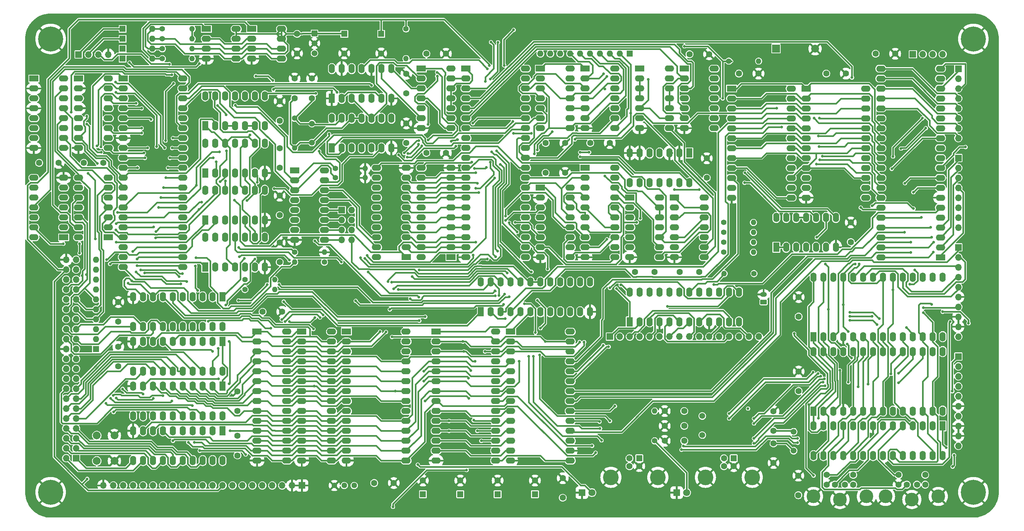
<source format=gbr>
%TF.GenerationSoftware,KiCad,Pcbnew,8.0.2-8.0.2-0~ubuntu20.04.1*%
%TF.CreationDate,2024-06-07T14:08:50+05:00*%
%TF.ProjectId,RedStar,52656453-7461-4722-9e6b-696361645f70,v1.5*%
%TF.SameCoordinates,Original*%
%TF.FileFunction,Copper,L4,Bot*%
%TF.FilePolarity,Positive*%
%FSLAX46Y46*%
G04 Gerber Fmt 4.6, Leading zero omitted, Abs format (unit mm)*
G04 Created by KiCad (PCBNEW 8.0.2-8.0.2-0~ubuntu20.04.1) date 2024-06-07 14:08:50*
%MOMM*%
%LPD*%
G01*
G04 APERTURE LIST*
G04 Aperture macros list*
%AMRoundRect*
0 Rectangle with rounded corners*
0 $1 Rounding radius*
0 $2 $3 $4 $5 $6 $7 $8 $9 X,Y pos of 4 corners*
0 Add a 4 corners polygon primitive as box body*
4,1,4,$2,$3,$4,$5,$6,$7,$8,$9,$2,$3,0*
0 Add four circle primitives for the rounded corners*
1,1,$1+$1,$2,$3*
1,1,$1+$1,$4,$5*
1,1,$1+$1,$6,$7*
1,1,$1+$1,$8,$9*
0 Add four rect primitives between the rounded corners*
20,1,$1+$1,$2,$3,$4,$5,0*
20,1,$1+$1,$4,$5,$6,$7,0*
20,1,$1+$1,$6,$7,$8,$9,0*
20,1,$1+$1,$8,$9,$2,$3,0*%
G04 Aperture macros list end*
%TA.AperFunction,ComponentPad*%
%ADD10R,1.600000X2.400000*%
%TD*%
%TA.AperFunction,ComponentPad*%
%ADD11O,1.600000X2.400000*%
%TD*%
%TA.AperFunction,ComponentPad*%
%ADD12C,1.400000*%
%TD*%
%TA.AperFunction,ComponentPad*%
%ADD13O,1.400000X1.400000*%
%TD*%
%TA.AperFunction,ComponentPad*%
%ADD14C,1.600000*%
%TD*%
%TA.AperFunction,ComponentPad*%
%ADD15R,1.500000X1.500000*%
%TD*%
%TA.AperFunction,ComponentPad*%
%ADD16C,1.500000*%
%TD*%
%TA.AperFunction,ComponentPad*%
%ADD17R,1.600000X1.600000*%
%TD*%
%TA.AperFunction,ComponentPad*%
%ADD18R,2.400000X1.600000*%
%TD*%
%TA.AperFunction,ComponentPad*%
%ADD19O,2.400000X1.600000*%
%TD*%
%TA.AperFunction,ComponentPad*%
%ADD20O,1.600000X1.600000*%
%TD*%
%TA.AperFunction,ComponentPad*%
%ADD21C,3.500000*%
%TD*%
%TA.AperFunction,ComponentPad*%
%ADD22R,1.700000X1.700000*%
%TD*%
%TA.AperFunction,ComponentPad*%
%ADD23O,1.700000X1.700000*%
%TD*%
%TA.AperFunction,ComponentPad*%
%ADD24C,0.800000*%
%TD*%
%TA.AperFunction,ComponentPad*%
%ADD25C,6.400000*%
%TD*%
%TA.AperFunction,ComponentPad*%
%ADD26C,4.000000*%
%TD*%
%TA.AperFunction,ComponentPad*%
%ADD27R,1.800000X1.800000*%
%TD*%
%TA.AperFunction,ComponentPad*%
%ADD28C,1.800000*%
%TD*%
%TA.AperFunction,ComponentPad*%
%ADD29C,1.440000*%
%TD*%
%TA.AperFunction,ComponentPad*%
%ADD30R,2.000000X2.000000*%
%TD*%
%TA.AperFunction,ComponentPad*%
%ADD31C,2.000000*%
%TD*%
%TA.AperFunction,ComponentPad*%
%ADD32RoundRect,0.250000X0.625000X-0.350000X0.625000X0.350000X-0.625000X0.350000X-0.625000X-0.350000X0*%
%TD*%
%TA.AperFunction,ComponentPad*%
%ADD33O,1.750000X1.200000*%
%TD*%
%TA.AperFunction,ViaPad*%
%ADD34C,0.700000*%
%TD*%
%TA.AperFunction,Conductor*%
%ADD35C,0.400000*%
%TD*%
G04 APERTURE END LIST*
D10*
%TO.P,DD17,1*%
%TO.N,/RDY*%
X120015000Y-130810000D03*
D11*
%TO.P,DD17,2*%
X122555000Y-130810000D03*
%TO.P,DD17,3*%
%TO.N,Net-(DD17-Pad3)*%
X125095000Y-130810000D03*
%TO.P,DD17,4*%
%TO.N,/MAST*%
X127635000Y-130810000D03*
%TO.P,DD17,5*%
%TO.N,Net-(DD17-Pad3)*%
X130175000Y-130810000D03*
%TO.P,DD17,6*%
%TO.N,/~{WAIT}*%
X132715000Y-130810000D03*
%TO.P,DD17,7,GND*%
%TO.N,GND*%
X135255000Y-130810000D03*
%TO.P,DD17,8*%
%TO.N,/~{MDC_E}*%
X135255000Y-123190000D03*
%TO.P,DD17,9*%
%TO.N,/~{A15}*%
X132715000Y-123190000D03*
%TO.P,DD17,10*%
%TO.N,/~{HLDA}*%
X130175000Y-123190000D03*
%TO.P,DD17,11*%
%TO.N,/~{FWR}*%
X127635000Y-123190000D03*
%TO.P,DD17,12*%
%TO.N,/WB*%
X125095000Y-123190000D03*
%TO.P,DD17,13*%
%TO.N,/MEMW*%
X122555000Y-123190000D03*
%TO.P,DD17,14,VCC*%
%TO.N,VCC*%
X120015000Y-123190000D03*
%TD*%
D12*
%TO.P,R19,1*%
%TO.N,/~{RESET}*%
X171375000Y-69835000D03*
D13*
%TO.P,R19,2*%
%TO.N,VCC*%
X171375000Y-77455000D03*
%TD*%
D14*
%TO.P,C45,1*%
%TO.N,Net-(DD46-V3)*%
X242521500Y-167640000D03*
%TO.P,C45,2*%
%TO.N,GND*%
X237521500Y-167640000D03*
%TD*%
D10*
%TO.P,DD41,1,DIR*%
%TO.N,/~{HLDA}*%
X124455000Y-138415000D03*
D11*
%TO.P,DD41,2,A1*%
%TO.N,unconnected-(DD41-A1-Pad2)*%
X121915000Y-138415000D03*
%TO.P,DD41,3,A2*%
%TO.N,unconnected-(DD41-A2-Pad3)*%
X119375000Y-138415000D03*
%TO.P,DD41,4,A3*%
%TO.N,unconnected-(DD41-A3-Pad4)*%
X116835000Y-138415000D03*
%TO.P,DD41,5,A4*%
%TO.N,unconnected-(DD41-A4-Pad5)*%
X114295000Y-138415000D03*
%TO.P,DD41,6,A5*%
%TO.N,/~{MEMR}*%
X111755000Y-138415000D03*
%TO.P,DD41,7,A6*%
%TO.N,/~{MEMW}*%
X109215000Y-138415000D03*
%TO.P,DD41,8,A7*%
%TO.N,/~{I{slash}OR}*%
X106675000Y-138415000D03*
%TO.P,DD41,9,A8*%
%TO.N,/~{I{slash}OW}*%
X104135000Y-138415000D03*
%TO.P,DD41,10,GND*%
%TO.N,GND*%
X101595000Y-138415000D03*
%TO.P,DD41,11,B8*%
%TO.N,/~{PW}*%
X101595000Y-146035000D03*
%TO.P,DD41,12,B7*%
%TO.N,/~{PR}*%
X104135000Y-146035000D03*
%TO.P,DD41,13,B6*%
%TO.N,/~{MW}*%
X106675000Y-146035000D03*
%TO.P,DD41,14,B5*%
%TO.N,/~{MR}*%
X109215000Y-146035000D03*
%TO.P,DD41,15,B4*%
%TO.N,unconnected-(DD41-B4-Pad15)*%
X111755000Y-146035000D03*
%TO.P,DD41,16,B3*%
%TO.N,unconnected-(DD41-B3-Pad16)*%
X114295000Y-146035000D03*
%TO.P,DD41,17,B2*%
%TO.N,unconnected-(DD41-B2-Pad17)*%
X116835000Y-146035000D03*
%TO.P,DD41,18,B1*%
%TO.N,unconnected-(DD41-B1-Pad18)*%
X119375000Y-146035000D03*
%TO.P,DD41,19,~{OE}*%
%TO.N,/~{CB_E}*%
X121915000Y-146035000D03*
%TO.P,DD41,20,VCC*%
%TO.N,VCC*%
X124455000Y-146035000D03*
%TD*%
D15*
%TO.P,DA2,1,VO*%
%TO.N,3V3*%
X147955000Y-70993000D03*
D16*
%TO.P,DA2,2,GND*%
%TO.N,GND*%
X147955000Y-73533000D03*
%TO.P,DA2,3,VI*%
%TO.N,VCC*%
X147955000Y-76073000D03*
%TD*%
D14*
%TO.P,C2,1*%
%TO.N,Net-(C2-Pad1)*%
X142875000Y-87550000D03*
%TO.P,C2,2*%
%TO.N,GND*%
X142875000Y-82550000D03*
%TD*%
%TO.P,C24,1*%
%TO.N,VCC*%
X207090000Y-99060000D03*
%TO.P,C24,2*%
%TO.N,GND*%
X212090000Y-99060000D03*
%TD*%
D12*
%TO.P,R14,1*%
%TO.N,/MS0*%
X153289000Y-105537000D03*
D13*
%TO.P,R14,2*%
%TO.N,GND*%
X160909000Y-105537000D03*
%TD*%
D17*
%TO.P,C39,1*%
%TO.N,VCC*%
X175693000Y-188920000D03*
D14*
%TO.P,C39,2*%
%TO.N,GND*%
X175693000Y-185420000D03*
%TD*%
D12*
%TO.P,R9,1*%
%TO.N,/~{W25E13}*%
X109055000Y-77470000D03*
D13*
%TO.P,R9,2*%
%TO.N,3V3*%
X116675000Y-77470000D03*
%TD*%
D14*
%TO.P,C17,1*%
%TO.N,VCC*%
X128270000Y-167600000D03*
%TO.P,C17,2*%
%TO.N,GND*%
X128270000Y-162600000D03*
%TD*%
D18*
%TO.P,DD37,1,B3*%
%TO.N,/AU1*%
X76200000Y-82550000D03*
D19*
%TO.P,DD37,2,A<*%
%TO.N,GND*%
X76200000Y-85090000D03*
%TO.P,DD37,3,A=*%
%TO.N,/Priority*%
X76200000Y-87630000D03*
%TO.P,DD37,4,A>*%
%TO.N,GND*%
X76200000Y-90170000D03*
%TO.P,DD37,5,A>*%
%TO.N,unconnected-(DD37-A>-Pad5)*%
X76200000Y-92710000D03*
%TO.P,DD37,6,A=*%
%TO.N,/HOLD*%
X76200000Y-95250000D03*
%TO.P,DD37,7,A<*%
%TO.N,unconnected-(DD37-A<-Pad7)*%
X76200000Y-97790000D03*
%TO.P,DD37,8,GND*%
%TO.N,GND*%
X76200000Y-100330000D03*
%TO.P,DD37,9,B0*%
X83820000Y-100330000D03*
%TO.P,DD37,10,A0*%
%TO.N,/~{REQ}*%
X83820000Y-97790000D03*
%TO.P,DD37,11,B1*%
%TO.N,VCC*%
X83820000Y-95250000D03*
%TO.P,DD37,12,A1*%
%TO.N,/~{Protest}*%
X83820000Y-92710000D03*
%TO.P,DD37,13,A2*%
%TO.N,/Ad0*%
X83820000Y-90170000D03*
%TO.P,DD37,14,B2*%
%TO.N,/AU0*%
X83820000Y-87630000D03*
%TO.P,DD37,15,A3*%
%TO.N,/Ad1*%
X83820000Y-85090000D03*
%TO.P,DD37,16,VCC*%
%TO.N,VCC*%
X83820000Y-82550000D03*
%TD*%
D18*
%TO.P,DD1,1,X1*%
%TO.N,/X1*%
X186690000Y-80010000D03*
D19*
%TO.P,DD1,2,X2*%
%TO.N,/X2*%
X186690000Y-82550000D03*
%TO.P,DD1,3,RESOUT*%
%TO.N,/RES*%
X186690000Y-85090000D03*
%TO.P,DD1,4,SOD*%
%TO.N,/SOD*%
X186690000Y-87630000D03*
%TO.P,DD1,5,SID*%
%TO.N,/SID*%
X186690000Y-90170000D03*
%TO.P,DD1,6,TRAP*%
%TO.N,/TRAP*%
X186690000Y-92710000D03*
%TO.P,DD1,7,RST7.5*%
%TO.N,/RST7.5*%
X186690000Y-95250000D03*
%TO.P,DD1,8,RST6.5*%
%TO.N,unconnected-(DD1-RST6.5-Pad8)*%
X186690000Y-97790000D03*
%TO.P,DD1,9,RST5.5*%
%TO.N,unconnected-(DD1-RST5.5-Pad9)*%
X186690000Y-100330000D03*
%TO.P,DD1,10,INTR*%
%TO.N,/INTR*%
X186690000Y-102870000D03*
%TO.P,DD1,11,INTA*%
%TO.N,/~{INTA}*%
X186690000Y-105410000D03*
%TO.P,DD1,12,AD0*%
%TO.N,/pAD0*%
X186690000Y-107950000D03*
%TO.P,DD1,13,AD1*%
%TO.N,/pAD1*%
X186690000Y-110490000D03*
%TO.P,DD1,14,AD2*%
%TO.N,/pAD2*%
X186690000Y-113030000D03*
%TO.P,DD1,15,AD3*%
%TO.N,/pAD3*%
X186690000Y-115570000D03*
%TO.P,DD1,16,AD4*%
%TO.N,/pAD4*%
X186690000Y-118110000D03*
%TO.P,DD1,17,AD5*%
%TO.N,/pAD5*%
X186690000Y-120650000D03*
%TO.P,DD1,18,AD6*%
%TO.N,/pAD6*%
X186690000Y-123190000D03*
%TO.P,DD1,19,AD7*%
%TO.N,/pAD7*%
X186690000Y-125730000D03*
%TO.P,DD1,20,GND*%
%TO.N,GND*%
X186690000Y-128270000D03*
%TO.P,DD1,21,A8*%
%TO.N,/A8*%
X201930000Y-128270000D03*
%TO.P,DD1,22,A9*%
%TO.N,/A9*%
X201930000Y-125730000D03*
%TO.P,DD1,23,A10*%
%TO.N,/A10*%
X201930000Y-123190000D03*
%TO.P,DD1,24,A11*%
%TO.N,/A11*%
X201930000Y-120650000D03*
%TO.P,DD1,25,A12*%
%TO.N,/pA12*%
X201930000Y-118110000D03*
%TO.P,DD1,26,A13*%
%TO.N,/pA13*%
X201930000Y-115570000D03*
%TO.P,DD1,27,A14*%
%TO.N,/pA14*%
X201930000Y-113030000D03*
%TO.P,DD1,28,A15*%
%TO.N,/pA15*%
X201930000Y-110490000D03*
%TO.P,DD1,29,S0*%
%TO.N,/S0*%
X201930000Y-107950000D03*
%TO.P,DD1,30,ALE*%
%TO.N,/ALE*%
X201930000Y-105410000D03*
%TO.P,DD1,31,WR*%
%TO.N,/~{WR}*%
X201930000Y-102870000D03*
%TO.P,DD1,32,RD*%
%TO.N,/~{RD}*%
X201930000Y-100330000D03*
%TO.P,DD1,33,S1*%
%TO.N,/S1*%
X201930000Y-97790000D03*
%TO.P,DD1,34,IO/M*%
%TO.N,/IO{slash}~{M}*%
X201930000Y-95250000D03*
%TO.P,DD1,35,READY*%
%TO.N,/~{WAIT}*%
X201930000Y-92710000D03*
%TO.P,DD1,36,RESIN*%
%TO.N,/~{RESET}*%
X201930000Y-90170000D03*
%TO.P,DD1,37,CLKO*%
%TO.N,/CLK*%
X201930000Y-87630000D03*
%TO.P,DD1,38,HLDA*%
%TO.N,/HLDA*%
X201930000Y-85090000D03*
%TO.P,DD1,39,HOLD*%
%TO.N,/HOLD*%
X201930000Y-82550000D03*
%TO.P,DD1,40,VCC*%
%TO.N,VCC*%
X201930000Y-80010000D03*
%TD*%
D17*
%TO.P,VD3,1,K*%
%TO.N,/~{W25E0}*%
X98895000Y-74930000D03*
D20*
%TO.P,VD3,2,A*%
%TO.N,/~{W25E03}*%
X106515000Y-74930000D03*
%TD*%
D14*
%TO.P,C13,1*%
%TO.N,VCC*%
X171450000Y-99020000D03*
%TO.P,C13,2*%
%TO.N,GND*%
X171450000Y-94020000D03*
%TD*%
%TO.P,J2,1*%
%TO.N,/M_DATA*%
X299436000Y-186484000D03*
%TO.P,J2,2*%
%TO.N,unconnected-(J2-Pad2)*%
X302036000Y-186484000D03*
D21*
%TO.P,J2,3*%
%TO.N,GND*%
X307486000Y-189484000D03*
X300736000Y-190284000D03*
D14*
X297336000Y-186484000D03*
D21*
X293986000Y-189484000D03*
D14*
%TO.P,J2,4*%
%TO.N,VCC*%
X304136000Y-186484000D03*
%TO.P,J2,5*%
%TO.N,/M_CLK*%
X297336000Y-183984000D03*
%TO.P,J2,6*%
%TO.N,unconnected-(J2-Pad6)*%
X304136000Y-183984000D03*
%TD*%
%TO.P,C10,1*%
%TO.N,VCC*%
X97790000Y-144740000D03*
%TO.P,C10,2*%
%TO.N,GND*%
X97790000Y-139740000D03*
%TD*%
D12*
%TO.P,R8,1*%
%TO.N,/~{W25E03}*%
X109055000Y-74930000D03*
D13*
%TO.P,R8,2*%
%TO.N,3V3*%
X116675000Y-74930000D03*
%TD*%
D12*
%TO.P,R7,1*%
%TO.N,/SCK3*%
X109055000Y-72390000D03*
D13*
%TO.P,R7,2*%
%TO.N,3V3*%
X116675000Y-72390000D03*
%TD*%
D14*
%TO.P,J1,1*%
%TO.N,/K_DATA*%
X281036000Y-186484000D03*
%TO.P,J1,2*%
%TO.N,unconnected-(J1-Pad2)*%
X283636000Y-186484000D03*
D21*
%TO.P,J1,3*%
%TO.N,GND*%
X289086000Y-189484000D03*
X282336000Y-190284000D03*
D14*
X278936000Y-186484000D03*
D21*
X275586000Y-189484000D03*
D14*
%TO.P,J1,4*%
%TO.N,VCC*%
X285736000Y-186484000D03*
%TO.P,J1,5*%
%TO.N,/K_CLK*%
X278936000Y-183984000D03*
%TO.P,J1,6*%
%TO.N,unconnected-(J1-Pad6)*%
X285736000Y-183984000D03*
%TD*%
D22*
%TO.P,J3,1,Pin_1*%
%TO.N,Net-(DD22B-~{Q0})*%
X154940000Y-116205000D03*
D23*
%TO.P,J3,2,Pin_2*%
%TO.N,/~{PDC_E}*%
X157480000Y-116205000D03*
%TO.P,J3,3,Pin_3*%
%TO.N,Net-(DD22B-~{Q1})*%
X154940000Y-118745000D03*
%TO.P,J3,4,Pin_4*%
%TO.N,/~{PDC_E}*%
X157480000Y-118745000D03*
%TO.P,J3,5,Pin_5*%
%TO.N,Net-(DD22B-~{Q2})*%
X154940000Y-121285000D03*
%TO.P,J3,6,Pin_6*%
%TO.N,/~{PDC_E}*%
X157480000Y-121285000D03*
%TO.P,J3,7,Pin_7*%
%TO.N,Net-(DD22B-~{Q3})*%
X154940000Y-123825000D03*
%TO.P,J3,8,Pin_8*%
%TO.N,/~{PDC_E}*%
X157480000Y-123825000D03*
%TD*%
D12*
%TO.P,R16,1*%
%TO.N,/WB*%
X142875000Y-127000000D03*
D13*
%TO.P,R16,2*%
%TO.N,GND*%
X150495000Y-127000000D03*
%TD*%
D14*
%TO.P,C5,1*%
%TO.N,VCC*%
X207050000Y-106680000D03*
%TO.P,C5,2*%
%TO.N,GND*%
X212050000Y-106680000D03*
%TD*%
%TO.P,C11,1*%
%TO.N,VCC*%
X285115000Y-124380000D03*
%TO.P,C11,2*%
%TO.N,GND*%
X285115000Y-119380000D03*
%TD*%
D24*
%TO.P,H2,1,1*%
%TO.N,GND*%
X314070000Y-72400000D03*
X314772944Y-70702944D03*
X314772944Y-74097056D03*
X316470000Y-70000000D03*
D25*
X316470000Y-72400000D03*
D24*
X316470000Y-74800000D03*
X318167056Y-70702944D03*
X318167056Y-74097056D03*
X318870000Y-72400000D03*
%TD*%
D12*
%TO.P,R4,1*%
%TO.N,Net-(DD20-~{Q2})*%
X252603000Y-127000000D03*
D13*
%TO.P,R4,2*%
%TO.N,VCC*%
X260223000Y-127000000D03*
%TD*%
D10*
%TO.P,DD34,1,D2*%
%TO.N,/D2*%
X275590000Y-148595000D03*
D11*
%TO.P,DD34,2,D3*%
%TO.N,/D3*%
X278130000Y-148595000D03*
%TO.P,DD34,3,RXD*%
%TO.N,/RXD1*%
X280670000Y-148595000D03*
%TO.P,DD34,4,GND*%
%TO.N,GND*%
X283210000Y-148595000D03*
%TO.P,DD34,5,D4*%
%TO.N,/D4*%
X285750000Y-148595000D03*
%TO.P,DD34,6,D5*%
%TO.N,/D5*%
X288290000Y-148595000D03*
%TO.P,DD34,7,D6*%
%TO.N,/D6*%
X290830000Y-148595000D03*
%TO.P,DD34,8,D7*%
%TO.N,/D7*%
X293370000Y-148595000D03*
%TO.P,DD34,9,TXC*%
%TO.N,/TSYN1*%
X295910000Y-148595000D03*
%TO.P,DD34,10,~{WR}*%
%TO.N,/~{I{slash}OW}*%
X298450000Y-148595000D03*
%TO.P,DD34,11,~{CS}*%
%TO.N,/~{USART1}*%
X300990000Y-148595000D03*
%TO.P,DD34,12,C/~{D}*%
%TO.N,/A0*%
X303530000Y-148595000D03*
%TO.P,DD34,13,~{RD}*%
%TO.N,/~{I{slash}OR}*%
X306070000Y-148595000D03*
%TO.P,DD34,14,RxReady*%
%TO.N,/RXC1*%
X308610000Y-148595000D03*
%TO.P,DD34,15,TxReady*%
%TO.N,/TXC1*%
X308610000Y-133355000D03*
%TO.P,DD34,16,SD/BD*%
%TO.N,unconnected-(DD34-SD{slash}BD-Pad16)*%
X306070000Y-133355000D03*
%TO.P,DD34,17,~{CTS}*%
%TO.N,/~{CTS1}*%
X303530000Y-133355000D03*
%TO.P,DD34,18,TxEmpty*%
%TO.N,/UDRE1*%
X300990000Y-133355000D03*
%TO.P,DD34,19,TXD*%
%TO.N,/TXD1*%
X298450000Y-133355000D03*
%TO.P,DD34,20,CLK*%
%TO.N,/CLT*%
X295910000Y-133355000D03*
%TO.P,DD34,21,RES*%
%TO.N,/RES*%
X293370000Y-133355000D03*
%TO.P,DD34,22,~{DSR}*%
%TO.N,/~{DSR1}*%
X290830000Y-133355000D03*
%TO.P,DD34,23,~{RTS}*%
%TO.N,/~{RTS1}*%
X288290000Y-133355000D03*
%TO.P,DD34,24,~{DTR}*%
%TO.N,/~{DTR1}*%
X285750000Y-133355000D03*
%TO.P,DD34,25,RXC*%
%TO.N,/TSYN1*%
X283210000Y-133355000D03*
%TO.P,DD34,26,VCC*%
%TO.N,VCC*%
X280670000Y-133355000D03*
%TO.P,DD34,27,D0*%
%TO.N,/D0*%
X278130000Y-133355000D03*
%TO.P,DD34,28,D1*%
%TO.N,/D1*%
X275590000Y-133355000D03*
%TD*%
D14*
%TO.P,C25,1*%
%TO.N,VCC*%
X77545000Y-104130000D03*
%TO.P,C25,2*%
%TO.N,GND*%
X82545000Y-104130000D03*
%TD*%
D10*
%TO.P,DD19,1*%
%TO.N,Net-(DD18-Pad11)*%
X120010000Y-106695000D03*
D11*
%TO.P,DD19,2*%
%TO.N,/~{PME}*%
X122550000Y-106695000D03*
%TO.P,DD19,3*%
%TO.N,/~{YHME}*%
X125090000Y-106695000D03*
%TO.P,DD19,4*%
%TO.N,/~{PMT}*%
X127630000Y-106695000D03*
%TO.P,DD19,5*%
%TO.N,/~{A15}*%
X130170000Y-106695000D03*
%TO.P,DD19,6*%
%TO.N,/~{OMME}*%
X132710000Y-106695000D03*
%TO.P,DD19,7,GND*%
%TO.N,GND*%
X135250000Y-106695000D03*
%TO.P,DD19,8*%
%TO.N,Net-(DD12-Pad5)*%
X135250000Y-99075000D03*
%TO.P,DD19,9*%
%TO.N,/MAST*%
X132710000Y-99075000D03*
%TO.P,DD19,10*%
%TO.N,/~{RD}*%
X130170000Y-99075000D03*
%TO.P,DD19,11*%
%TO.N,Net-(DD12-Pad3)*%
X127630000Y-99075000D03*
%TO.P,DD19,12*%
%TO.N,/MAST*%
X125090000Y-99075000D03*
%TO.P,DD19,13*%
%TO.N,/A15*%
X122550000Y-99075000D03*
%TO.P,DD19,14,VCC*%
%TO.N,VCC*%
X120010000Y-99075000D03*
%TD*%
D17*
%TO.P,C37,1*%
%TO.N,3V3*%
X155575000Y-71120000D03*
D14*
%TO.P,C37,2*%
%TO.N,GND*%
X155575000Y-76120000D03*
%TD*%
D12*
%TO.P,R5,1*%
%TO.N,Net-(DD20-~{Q3})*%
X252603000Y-124460000D03*
D13*
%TO.P,R5,2*%
%TO.N,VCC*%
X260223000Y-124460000D03*
%TD*%
D17*
%TO.P,VD2,1,K*%
%TO.N,/SCK*%
X98895000Y-72390000D03*
D20*
%TO.P,VD2,2,A*%
%TO.N,/SCK3*%
X106515000Y-72390000D03*
%TD*%
D18*
%TO.P,DD14,1,~{R}*%
%TO.N,Net-(DD14A-~{R})*%
X242570000Y-80010000D03*
D19*
%TO.P,DD14,2,D*%
%TO.N,/TRAP*%
X242570000Y-82550000D03*
%TO.P,DD14,3,C*%
%TO.N,/SOD*%
X242570000Y-85090000D03*
%TO.P,DD14,4,~{S}*%
%TO.N,VCC*%
X242570000Y-87630000D03*
%TO.P,DD14,5,Q*%
%TO.N,/SID*%
X242570000Y-90170000D03*
%TO.P,DD14,6,~{Q}*%
%TO.N,/TRAP*%
X242570000Y-92710000D03*
%TO.P,DD14,7,GND*%
%TO.N,GND*%
X242570000Y-95250000D03*
%TO.P,DD14,8,~{Q}*%
%TO.N,unconnected-(DD14B-~{Q}-Pad8)*%
X250190000Y-95250000D03*
%TO.P,DD14,9,Q*%
%TO.N,unconnected-(DD14B-Q-Pad9)*%
X250190000Y-92710000D03*
%TO.P,DD14,10,~{S}*%
%TO.N,unconnected-(DD14B-~{S}-Pad10)*%
X250190000Y-90170000D03*
%TO.P,DD14,11,C*%
%TO.N,unconnected-(DD14B-C-Pad11)*%
X250190000Y-87630000D03*
%TO.P,DD14,12,D*%
%TO.N,unconnected-(DD14B-D-Pad12)*%
X250190000Y-85090000D03*
%TO.P,DD14,13,~{R}*%
%TO.N,unconnected-(DD14B-~{R}-Pad13)*%
X250190000Y-82550000D03*
%TO.P,DD14,14,VCC*%
%TO.N,VCC*%
X250190000Y-80010000D03*
%TD*%
D18*
%TO.P,DD13,1,~{R}*%
%TO.N,/TRAP*%
X240030000Y-113030000D03*
D19*
%TO.P,DD13,2,D*%
%TO.N,VCC*%
X240030000Y-115570000D03*
%TO.P,DD13,3,C*%
%TO.N,Net-(DD13A-C)*%
X240030000Y-118110000D03*
%TO.P,DD13,4,~{S}*%
%TO.N,VCC*%
X240030000Y-120650000D03*
%TO.P,DD13,5,Q*%
%TO.N,Net-(DD13A-Q)*%
X240030000Y-123190000D03*
%TO.P,DD13,6,~{Q}*%
%TO.N,unconnected-(DD13A-~{Q}-Pad6)*%
X240030000Y-125730000D03*
%TO.P,DD13,7,GND*%
%TO.N,GND*%
X240030000Y-128270000D03*
%TO.P,DD13,8,~{Q}*%
%TO.N,Net-(DD13B-~{Q})*%
X247650000Y-128270000D03*
%TO.P,DD13,9,Q*%
%TO.N,Net-(DD13B-Q)*%
X247650000Y-125730000D03*
%TO.P,DD13,10,~{S}*%
%TO.N,VCC*%
X247650000Y-123190000D03*
%TO.P,DD13,11,C*%
%TO.N,/S1*%
X247650000Y-120650000D03*
%TO.P,DD13,12,D*%
%TO.N,Net-(DD13A-Q)*%
X247650000Y-118110000D03*
%TO.P,DD13,13,~{R}*%
%TO.N,/TRAP*%
X247650000Y-115570000D03*
%TO.P,DD13,14,VCC*%
%TO.N,VCC*%
X247650000Y-113030000D03*
%TD*%
D17*
%TO.P,J13,1,VBUS*%
%TO.N,VCC*%
X231014000Y-179734500D03*
D14*
%TO.P,J13,2,D-*%
%TO.N,unconnected-(J13-D--Pad2)*%
X228514000Y-179734500D03*
%TO.P,J13,3,D+*%
%TO.N,unconnected-(J13-D+-Pad3)*%
X228514000Y-181734500D03*
%TO.P,J13,4,GND*%
%TO.N,GND*%
X231014000Y-181734500D03*
D26*
%TO.P,J13,5,Shield*%
X235764000Y-184594500D03*
X223764000Y-184594500D03*
%TD*%
D10*
%TO.P,DD8,1*%
%TO.N,Net-(DD8-Pad1)*%
X266065000Y-125730000D03*
D11*
%TO.P,DD8,2*%
X268605000Y-125730000D03*
%TO.P,DD8,3*%
%TO.N,unconnected-(DD8-Pad3)*%
X271145000Y-125730000D03*
%TO.P,DD8,4*%
%TO.N,unconnected-(DD8-Pad4)*%
X273685000Y-125730000D03*
%TO.P,DD8,5*%
%TO.N,unconnected-(DD8-Pad5)*%
X276225000Y-125730000D03*
%TO.P,DD8,6*%
%TO.N,unconnected-(DD8-Pad6)*%
X278765000Y-125730000D03*
%TO.P,DD8,7,GND*%
%TO.N,GND*%
X281305000Y-125730000D03*
%TO.P,DD8,8*%
%TO.N,/MEMW*%
X281305000Y-118110000D03*
%TO.P,DD8,9*%
%TO.N,/IO{slash}~{M}*%
X278765000Y-118110000D03*
%TO.P,DD8,10*%
%TO.N,/~{WR}*%
X276225000Y-118110000D03*
%TO.P,DD8,11*%
%TO.N,Net-(DD8-Pad11)*%
X273685000Y-118110000D03*
%TO.P,DD8,12*%
X271145000Y-118110000D03*
%TO.P,DD8,13*%
%TO.N,/TRAP*%
X268605000Y-118110000D03*
%TO.P,DD8,14,VCC*%
%TO.N,VCC*%
X266065000Y-118110000D03*
%TD*%
D18*
%TO.P,DD7,1*%
%TO.N,Net-(DD10-Pad1)*%
X205740000Y-80010000D03*
D19*
%TO.P,DD7,2*%
%TO.N,/~{I{slash}O}M*%
X205740000Y-82550000D03*
%TO.P,DD7,3*%
%TO.N,/~{RD}*%
X205740000Y-85090000D03*
%TO.P,DD7,4*%
%TO.N,Net-(DD10-Pad3)*%
X205740000Y-87630000D03*
%TO.P,DD7,5*%
%TO.N,/~{WR}*%
X205740000Y-90170000D03*
%TO.P,DD7,6*%
%TO.N,/~{I{slash}O}M*%
X205740000Y-92710000D03*
%TO.P,DD7,7,GND*%
%TO.N,GND*%
X205740000Y-95250000D03*
%TO.P,DD7,8*%
%TO.N,/~{RD}*%
X213360000Y-95250000D03*
%TO.P,DD7,9*%
%TO.N,/IO{slash}~{M}*%
X213360000Y-92710000D03*
%TO.P,DD7,10*%
%TO.N,Net-(DD10-Pad5)*%
X213360000Y-90170000D03*
%TO.P,DD7,11*%
%TO.N,/HLDA*%
X213360000Y-87630000D03*
%TO.P,DD7,12*%
%TO.N,/MAST*%
X213360000Y-85090000D03*
%TO.P,DD7,13*%
%TO.N,/~{CB_E}*%
X213360000Y-82550000D03*
%TO.P,DD7,14,VCC*%
%TO.N,VCC*%
X213360000Y-80010000D03*
%TD*%
D14*
%TO.P,C30,1*%
%TO.N,VCC*%
X88975000Y-104130000D03*
%TO.P,C30,2*%
%TO.N,GND*%
X93975000Y-104130000D03*
%TD*%
%TO.P,C35,1*%
%TO.N,VCC*%
X271780000Y-143470000D03*
%TO.P,C35,2*%
%TO.N,GND*%
X271780000Y-138470000D03*
%TD*%
D18*
%TO.P,DD29,1,D7*%
%TO.N,/D7*%
X254635000Y-85095000D03*
D19*
%TO.P,DD29,2,D6*%
%TO.N,/D6*%
X254635000Y-87635000D03*
%TO.P,DD29,3,D5*%
%TO.N,/D5*%
X254635000Y-90175000D03*
%TO.P,DD29,4,D4*%
%TO.N,/D4*%
X254635000Y-92715000D03*
%TO.P,DD29,5,D3*%
%TO.N,/D3*%
X254635000Y-95255000D03*
%TO.P,DD29,6,D2*%
%TO.N,/D2*%
X254635000Y-97795000D03*
%TO.P,DD29,7,D1*%
%TO.N,/D1*%
X254635000Y-100335000D03*
%TO.P,DD29,8,D0*%
%TO.N,/D0*%
X254635000Y-102875000D03*
%TO.P,DD29,9,CLK0*%
%TO.N,Net-(DD29-CLK0)*%
X254635000Y-105415000D03*
%TO.P,DD29,10,OUT0*%
%TO.N,/SYSTIME*%
X254635000Y-107955000D03*
%TO.P,DD29,11,GATE0*%
%TO.N,VCC*%
X254635000Y-110495000D03*
%TO.P,DD29,12,GND*%
%TO.N,GND*%
X254635000Y-113035000D03*
%TO.P,DD29,13,OUT1*%
%TO.N,Net-(DD29-CLK0)*%
X269875000Y-113035000D03*
%TO.P,DD29,14,GATE1*%
%TO.N,VCC*%
X269875000Y-110495000D03*
%TO.P,DD29,15,CLK1*%
%TO.N,/CLT*%
X269875000Y-107955000D03*
%TO.P,DD29,16,GATE2*%
%TO.N,/CLKE*%
X269875000Y-105415000D03*
%TO.P,DD29,17,OUT2*%
%TO.N,/RST7.5*%
X269875000Y-102875000D03*
%TO.P,DD29,18,CLK2*%
%TO.N,/CLT*%
X269875000Y-100335000D03*
%TO.P,DD29,19,A0*%
%TO.N,/A0*%
X269875000Y-97795000D03*
%TO.P,DD29,20,A1*%
%TO.N,/A1*%
X269875000Y-95255000D03*
%TO.P,DD29,21,CS*%
%TO.N,/~{TIM0}*%
X269875000Y-92715000D03*
%TO.P,DD29,22,RD*%
%TO.N,/~{I{slash}OR}*%
X269875000Y-90175000D03*
%TO.P,DD29,23,WR*%
%TO.N,/~{I{slash}OW}*%
X269875000Y-87635000D03*
%TO.P,DD29,24,VCC*%
%TO.N,VCC*%
X269875000Y-85095000D03*
%TD*%
D12*
%TO.P,R12,1*%
%TO.N,/RDY*%
X130175000Y-133985000D03*
D13*
%TO.P,R12,2*%
%TO.N,VCC*%
X137795000Y-133985000D03*
%TD*%
D17*
%TO.P,C40,1*%
%TO.N,VCC*%
X185243000Y-188920000D03*
D14*
%TO.P,C40,2*%
%TO.N,GND*%
X185243000Y-185420000D03*
%TD*%
D17*
%TO.P,RN2,1,common*%
%TO.N,VCC*%
X92075000Y-151765000D03*
D20*
%TO.P,RN2,2,R1*%
%TO.N,/~{REQ}*%
X92075000Y-149225000D03*
%TO.P,RN2,3,R2*%
%TO.N,/~{CONF}*%
X92075000Y-146685000D03*
%TO.P,RN2,4,R3*%
%TO.N,/~{Protest}*%
X92075000Y-144145000D03*
%TO.P,RN2,5,R4*%
%TO.N,/Ad0*%
X92075000Y-141605000D03*
%TO.P,RN2,6,R5*%
%TO.N,/Ad1*%
X92075000Y-139065000D03*
%TO.P,RN2,7,R6*%
%TO.N,/T0*%
X92075000Y-136525000D03*
%TO.P,RN2,8,R7*%
%TO.N,/T1*%
X92075000Y-133985000D03*
%TO.P,RN2,9,R8*%
%TO.N,/T2*%
X92075000Y-131445000D03*
%TO.P,RN2,10,R9*%
%TO.N,/Vect*%
X92075000Y-128905000D03*
%TD*%
D14*
%TO.P,C27,1*%
%TO.N,VCC*%
X134700000Y-142240000D03*
%TO.P,C27,2*%
%TO.N,GND*%
X139700000Y-142240000D03*
%TD*%
D18*
%TO.P,DD24,1,A14*%
%TO.N,/A14*%
X144705000Y-147305000D03*
D19*
%TO.P,DD24,2,A12*%
%TO.N,/A12*%
X144705000Y-149845000D03*
%TO.P,DD24,3,A7*%
%TO.N,/A7*%
X144705000Y-152385000D03*
%TO.P,DD24,4,A6*%
%TO.N,/A6*%
X144705000Y-154925000D03*
%TO.P,DD24,5,A5*%
%TO.N,/A5*%
X144705000Y-157465000D03*
%TO.P,DD24,6,A4*%
%TO.N,/A4*%
X144705000Y-160005000D03*
%TO.P,DD24,7,A3*%
%TO.N,/A3*%
X144705000Y-162545000D03*
%TO.P,DD24,8,A2*%
%TO.N,/A2*%
X144705000Y-165085000D03*
%TO.P,DD24,9,A1*%
%TO.N,/A1*%
X144705000Y-167625000D03*
%TO.P,DD24,10,A0*%
%TO.N,/A0*%
X144705000Y-170165000D03*
%TO.P,DD24,11,D0*%
%TO.N,/D0*%
X144705000Y-172705000D03*
%TO.P,DD24,12,D1*%
%TO.N,/D1*%
X144705000Y-175245000D03*
%TO.P,DD24,13,D2*%
%TO.N,/D2*%
X144705000Y-177785000D03*
%TO.P,DD24,14,GND*%
%TO.N,GND*%
X144705000Y-180325000D03*
%TO.P,DD24,15,D3*%
%TO.N,/D3*%
X152325000Y-180325000D03*
%TO.P,DD24,16,D4*%
%TO.N,/D4*%
X152325000Y-177785000D03*
%TO.P,DD24,17,D5*%
%TO.N,/D5*%
X152325000Y-175245000D03*
%TO.P,DD24,18,D6*%
%TO.N,/D6*%
X152325000Y-172705000D03*
%TO.P,DD24,19,D7*%
%TO.N,/D7*%
X152325000Y-170165000D03*
%TO.P,DD24,20,~{CS}*%
%TO.N,/~{OMME}*%
X152325000Y-167625000D03*
%TO.P,DD24,21,A10*%
%TO.N,/A10*%
X152325000Y-165085000D03*
%TO.P,DD24,22,~{OE}*%
%TO.N,/~{MEMR}*%
X152325000Y-162545000D03*
%TO.P,DD24,23,A11*%
%TO.N,/A11*%
X152325000Y-160005000D03*
%TO.P,DD24,24,A9*%
%TO.N,/A9*%
X152325000Y-157465000D03*
%TO.P,DD24,25,A8*%
%TO.N,/A8*%
X152325000Y-154925000D03*
%TO.P,DD24,26,A13*%
%TO.N,/A13*%
X152325000Y-152385000D03*
%TO.P,DD24,27,~{WE}*%
%TO.N,/~{MEMW}*%
X152325000Y-149845000D03*
%TO.P,DD24,28,VCC*%
%TO.N,VCC*%
X152325000Y-147305000D03*
%TD*%
D12*
%TO.P,R10,1*%
%TO.N,Net-(LED1-A)*%
X150495000Y-129540000D03*
D13*
%TO.P,R10,2*%
%TO.N,/Turbo*%
X142875000Y-129540000D03*
%TD*%
D22*
%TO.P,J10,1,Pin_1*%
%TO.N,/PF0*%
X301000000Y-76327000D03*
D23*
%TO.P,J10,2,Pin_2*%
%TO.N,/PF1*%
X303540000Y-76327000D03*
%TO.P,J10,3,Pin_3*%
%TO.N,/PF2*%
X306080000Y-76327000D03*
%TO.P,J10,4,Pin_4*%
%TO.N,/PF3*%
X308620000Y-76327000D03*
%TD*%
D17*
%TO.P,VD1,1,K*%
%TO.N,/MOSI*%
X98895000Y-69850000D03*
D20*
%TO.P,VD1,2,A*%
%TO.N,/MOSI3*%
X106515000Y-69850000D03*
%TD*%
D14*
%TO.P,C21,1*%
%TO.N,VCC*%
X97790000Y-156210000D03*
%TO.P,C21,2*%
%TO.N,GND*%
X97790000Y-151210000D03*
%TD*%
%TO.P,C18,1*%
%TO.N,VCC*%
X229910000Y-132080000D03*
%TO.P,C18,2*%
%TO.N,GND*%
X234910000Y-132080000D03*
%TD*%
%TO.P,C12,1*%
%TO.N,VCC*%
X218480000Y-99060000D03*
%TO.P,C12,2*%
%TO.N,GND*%
X223480000Y-99060000D03*
%TD*%
D24*
%TO.P,H1,1,1*%
%TO.N,GND*%
X78070000Y-72400000D03*
X78772944Y-70702944D03*
X78772944Y-74097056D03*
X80470000Y-70000000D03*
D25*
X80470000Y-72400000D03*
D24*
X80470000Y-74800000D03*
X82167056Y-70702944D03*
X82167056Y-74097056D03*
X82870000Y-72400000D03*
%TD*%
D14*
%TO.P,C23,1*%
%TO.N,VCC*%
X211455000Y-189825000D03*
%TO.P,C23,2*%
%TO.N,GND*%
X211455000Y-184825000D03*
%TD*%
D27*
%TO.P,LED1,1,K*%
%TO.N,GND*%
X216353000Y-188500500D03*
D28*
%TO.P,LED1,2,A*%
%TO.N,Net-(LED1-A)*%
X218893000Y-188500500D03*
%TD*%
D24*
%TO.P,H3,1,1*%
%TO.N,GND*%
X314070000Y-188400000D03*
X314772944Y-186702944D03*
X314772944Y-190097056D03*
X316470000Y-186000000D03*
D25*
X316470000Y-188400000D03*
D24*
X316470000Y-190800000D03*
X318167056Y-186702944D03*
X318167056Y-190097056D03*
X318870000Y-188400000D03*
%TD*%
D12*
%TO.P,R6,1*%
%TO.N,/MOSI3*%
X109055000Y-69850000D03*
D13*
%TO.P,R6,2*%
%TO.N,3V3*%
X116675000Y-69850000D03*
%TD*%
D14*
%TO.P,C31,1*%
%TO.N,VCC*%
X271705000Y-189175000D03*
%TO.P,C31,2*%
%TO.N,GND*%
X271705000Y-184175000D03*
%TD*%
D17*
%TO.P,C41,1*%
%TO.N,VCC*%
X194793000Y-188920000D03*
D14*
%TO.P,C41,2*%
%TO.N,GND*%
X194793000Y-185420000D03*
%TD*%
D10*
%TO.P,DD40,1,DIR*%
%TO.N,/~{HLDA}*%
X124455000Y-149845000D03*
D11*
%TO.P,DD40,2,A1*%
%TO.N,/A8*%
X121915000Y-149845000D03*
%TO.P,DD40,3,A2*%
%TO.N,/A9*%
X119375000Y-149845000D03*
%TO.P,DD40,4,A3*%
%TO.N,/A10*%
X116835000Y-149845000D03*
%TO.P,DD40,5,A4*%
%TO.N,/A11*%
X114295000Y-149845000D03*
%TO.P,DD40,6,A5*%
%TO.N,/A12*%
X111755000Y-149845000D03*
%TO.P,DD40,7,A6*%
%TO.N,/A13*%
X109215000Y-149845000D03*
%TO.P,DD40,8,A7*%
%TO.N,/A14*%
X106675000Y-149845000D03*
%TO.P,DD40,9,A8*%
%TO.N,unconnected-(DD40-A8-Pad9)*%
X104135000Y-149845000D03*
%TO.P,DD40,10,GND*%
%TO.N,GND*%
X101595000Y-149845000D03*
%TO.P,DD40,11,B8*%
%TO.N,unconnected-(DD40-B8-Pad11)*%
X101595000Y-157465000D03*
%TO.P,DD40,12,B7*%
%TO.N,/BA14*%
X104135000Y-157465000D03*
%TO.P,DD40,13,B6*%
%TO.N,/BA13*%
X106675000Y-157465000D03*
%TO.P,DD40,14,B5*%
%TO.N,/BA12*%
X109215000Y-157465000D03*
%TO.P,DD40,15,B4*%
%TO.N,/BA11*%
X111755000Y-157465000D03*
%TO.P,DD40,16,B3*%
%TO.N,/BA10*%
X114295000Y-157465000D03*
%TO.P,DD40,17,B2*%
%TO.N,/BA9*%
X116835000Y-157465000D03*
%TO.P,DD40,18,B1*%
%TO.N,/BA8*%
X119375000Y-157465000D03*
%TO.P,DD40,19,~{OE}*%
%TO.N,/~{CB_E}*%
X121915000Y-157465000D03*
%TO.P,DD40,20,VCC*%
%TO.N,VCC*%
X124455000Y-157465000D03*
%TD*%
D18*
%TO.P,DD28,1,PA3*%
%TO.N,/PA3*%
X308045000Y-128275000D03*
D19*
%TO.P,DD28,2,PA2*%
%TO.N,/PA2*%
X308045000Y-125735000D03*
%TO.P,DD28,3,PA1*%
%TO.N,/PA1*%
X308045000Y-123195000D03*
%TO.P,DD28,4,PA0*%
%TO.N,/PA0*%
X308045000Y-120655000D03*
%TO.P,DD28,5,~{RD}*%
%TO.N,/~{I{slash}OR}*%
X308045000Y-118115000D03*
%TO.P,DD28,6,~{CS}*%
%TO.N,/~{SYSP1}*%
X308045000Y-115575000D03*
%TO.P,DD28,7,GND*%
%TO.N,GND*%
X308045000Y-113035000D03*
%TO.P,DD28,8,A1*%
%TO.N,/A1*%
X308045000Y-110495000D03*
%TO.P,DD28,9,A0*%
%TO.N,/A0*%
X308045000Y-107955000D03*
%TO.P,DD28,10,PC7*%
%TO.N,/~{W25E1}*%
X308045000Y-105415000D03*
%TO.P,DD28,11,PC6*%
%TO.N,/~{W25E0}*%
X308045000Y-102875000D03*
%TO.P,DD28,12,PC5*%
%TO.N,/FS*%
X308045000Y-100335000D03*
%TO.P,DD28,13,PC4*%
%TO.N,/BUZ_G*%
X308045000Y-97795000D03*
%TO.P,DD28,14,PC0*%
%TO.N,/PF0*%
X308045000Y-95255000D03*
%TO.P,DD28,15,PC1*%
%TO.N,/PF1*%
X308045000Y-92715000D03*
%TO.P,DD28,16,PC2*%
%TO.N,/PF2*%
X308045000Y-90175000D03*
%TO.P,DD28,17,PC3*%
%TO.N,/PF3*%
X308045000Y-87635000D03*
%TO.P,DD28,18,PB0*%
%TO.N,/PB0*%
X308045000Y-85095000D03*
%TO.P,DD28,19,PB1*%
%TO.N,/PB1*%
X308045000Y-82555000D03*
%TO.P,DD28,20,PB2*%
%TO.N,/PB2*%
X308045000Y-80015000D03*
%TO.P,DD28,21,PB3*%
%TO.N,/PB3*%
X292805000Y-80015000D03*
%TO.P,DD28,22,PB4*%
%TO.N,/PB4*%
X292805000Y-82555000D03*
%TO.P,DD28,23,PB5*%
%TO.N,/PB5*%
X292805000Y-85095000D03*
%TO.P,DD28,24,PB6*%
%TO.N,/PB6*%
X292805000Y-87635000D03*
%TO.P,DD28,25,PB7*%
%TO.N,/PB7*%
X292805000Y-90175000D03*
%TO.P,DD28,26,VCC*%
%TO.N,VCC*%
X292805000Y-92715000D03*
%TO.P,DD28,27,D7*%
%TO.N,/D7*%
X292805000Y-95255000D03*
%TO.P,DD28,28,D6*%
%TO.N,/D6*%
X292805000Y-97795000D03*
%TO.P,DD28,29,D5*%
%TO.N,/D5*%
X292805000Y-100335000D03*
%TO.P,DD28,30,D4*%
%TO.N,/D4*%
X292805000Y-102875000D03*
%TO.P,DD28,31,D3*%
%TO.N,/D3*%
X292805000Y-105415000D03*
%TO.P,DD28,32,D2*%
%TO.N,/D2*%
X292805000Y-107955000D03*
%TO.P,DD28,33,D1*%
%TO.N,/D1*%
X292805000Y-110495000D03*
%TO.P,DD28,34,D0*%
%TO.N,/D0*%
X292805000Y-113035000D03*
%TO.P,DD28,35,RES*%
%TO.N,/RES*%
X292805000Y-115575000D03*
%TO.P,DD28,36,~{WR}*%
%TO.N,/~{I{slash}OW}*%
X292805000Y-118115000D03*
%TO.P,DD28,37,PA7*%
%TO.N,/PA7*%
X292805000Y-120655000D03*
%TO.P,DD28,38,PA6*%
%TO.N,/PA6*%
X292805000Y-123195000D03*
%TO.P,DD28,39,PA5*%
%TO.N,/PA5*%
X292805000Y-125735000D03*
%TO.P,DD28,40,PA4*%
%TO.N,/PA4*%
X292805000Y-128275000D03*
%TD*%
D18*
%TO.P,DD21,1,~{OE}*%
%TO.N,/~{B_OS}*%
X217170000Y-105410000D03*
D19*
%TO.P,DD21,2,A1*%
%TO.N,/pA15*%
X217170000Y-107950000D03*
%TO.P,DD21,3,B4*%
%TO.N,/A12*%
X217170000Y-110490000D03*
%TO.P,DD21,4,A2*%
%TO.N,/pA14*%
X217170000Y-113030000D03*
%TO.P,DD21,5,B3*%
%TO.N,/A13*%
X217170000Y-115570000D03*
%TO.P,DD21,6,A3*%
%TO.N,/pA13*%
X217170000Y-118110000D03*
%TO.P,DD21,7,B2*%
%TO.N,/A14*%
X217170000Y-120650000D03*
%TO.P,DD21,8,A4*%
%TO.N,/pA12*%
X217170000Y-123190000D03*
%TO.P,DD21,9,B1*%
%TO.N,/A15*%
X217170000Y-125730000D03*
%TO.P,DD21,10,GND*%
%TO.N,GND*%
X217170000Y-128270000D03*
%TO.P,DD21,11,A1*%
%TO.N,Net-(DD20-~{Q3})*%
X224790000Y-128270000D03*
%TO.P,DD21,12,B4*%
%TO.N,/A12*%
X224790000Y-125730000D03*
%TO.P,DD21,13,A2*%
%TO.N,Net-(DD20-~{Q2})*%
X224790000Y-123190000D03*
%TO.P,DD21,14,B3*%
%TO.N,/A13*%
X224790000Y-120650000D03*
%TO.P,DD21,15,A3*%
%TO.N,Net-(DD20-~{Q1})*%
X224790000Y-118110000D03*
%TO.P,DD21,16,B2*%
%TO.N,/A14*%
X224790000Y-115570000D03*
%TO.P,DD21,17,A4*%
%TO.N,Net-(DD20-~{Q0})*%
X224790000Y-113030000D03*
%TO.P,DD21,18,B1*%
%TO.N,/A15*%
X224790000Y-110490000D03*
%TO.P,DD21,19,~{OE}*%
%TO.N,/~{B_U}*%
X224790000Y-107950000D03*
%TO.P,DD21,20,VCC*%
%TO.N,VCC*%
X224790000Y-105410000D03*
%TD*%
D18*
%TO.P,DD44,1,~{CS}*%
%TO.N,/~{W25E13}*%
X131915000Y-69850000D03*
D19*
%TO.P,DD44,2,DO/IO1*%
%TO.N,/MISO*%
X131915000Y-72390000D03*
%TO.P,DD44,3,~{WP}/IO2*%
%TO.N,3V3*%
X131915000Y-74930000D03*
%TO.P,DD44,4,GND*%
%TO.N,GND*%
X131915000Y-77470000D03*
%TO.P,DD44,5,DI/IO0*%
%TO.N,/MOSI3*%
X139535000Y-77470000D03*
%TO.P,DD44,6,CLK*%
%TO.N,/SCK3*%
X139535000Y-74930000D03*
%TO.P,DD44,7,~{HOLD}/IO3*%
%TO.N,3V3*%
X139535000Y-72390000D03*
%TO.P,DD44,8,VCC*%
X139535000Y-69850000D03*
%TD*%
D17*
%TO.P,VD4,1,K*%
%TO.N,/~{W25E1}*%
X98895000Y-77470000D03*
D20*
%TO.P,VD4,2,A*%
%TO.N,/~{W25E13}*%
X106515000Y-77470000D03*
%TD*%
D14*
%TO.P,C14,1*%
%TO.N,VCC*%
X243880000Y-76332000D03*
%TO.P,C14,2*%
%TO.N,GND*%
X248880000Y-76332000D03*
%TD*%
D10*
%TO.P,DD2,1*%
%TO.N,/IO{slash}~{M}*%
X152400000Y-100330000D03*
D11*
%TO.P,DD2,2*%
%TO.N,/~{I{slash}O}M*%
X154940000Y-100330000D03*
%TO.P,DD2,3*%
%TO.N,unconnected-(DD2-Pad3)*%
X157480000Y-100330000D03*
%TO.P,DD2,4*%
%TO.N,unconnected-(DD2-Pad4)*%
X160020000Y-100330000D03*
%TO.P,DD2,5*%
%TO.N,/A15*%
X162560000Y-100330000D03*
%TO.P,DD2,6*%
%TO.N,/~{A15}*%
X165100000Y-100330000D03*
%TO.P,DD2,7,GND*%
%TO.N,GND*%
X167640000Y-100330000D03*
%TO.P,DD2,8*%
%TO.N,/Protest*%
X167640000Y-92710000D03*
%TO.P,DD2,9*%
%TO.N,/~{Protest}*%
X165100000Y-92710000D03*
%TO.P,DD2,10*%
%TO.N,Net-(DD3A-C)*%
X162560000Y-92710000D03*
%TO.P,DD2,11*%
%TO.N,Net-(C2-Pad1)*%
X160020000Y-92710000D03*
%TO.P,DD2,12*%
X157480000Y-92710000D03*
%TO.P,DD2,13*%
%TO.N,Net-(C1-Pad1)*%
X154940000Y-92710000D03*
%TO.P,DD2,14,VCC*%
%TO.N,VCC*%
X152400000Y-92710000D03*
%TD*%
D10*
%TO.P,DD42,1,DIN*%
%TO.N,/MOSI*%
X228595000Y-144795000D03*
D11*
%TO.P,DD42,2,DIG0*%
%TO.N,/DIG0*%
X231135000Y-144795000D03*
%TO.P,DD42,3,DIG4*%
%TO.N,/DIG4*%
X233675000Y-144795000D03*
%TO.P,DD42,4,GND*%
%TO.N,GND*%
X236215000Y-144795000D03*
%TO.P,DD42,5,DIG6*%
%TO.N,/DIG6*%
X238755000Y-144795000D03*
%TO.P,DD42,6,DIG2*%
%TO.N,/DIG2*%
X241295000Y-144795000D03*
%TO.P,DD42,7,DIG3*%
%TO.N,/DIG3*%
X243835000Y-144795000D03*
%TO.P,DD42,8,DIG7*%
%TO.N,/DIG7*%
X246375000Y-144795000D03*
%TO.P,DD42,9,GND*%
%TO.N,GND*%
X248915000Y-144795000D03*
%TO.P,DD42,10,DIG5*%
%TO.N,/DIG5*%
X251455000Y-144795000D03*
%TO.P,DD42,11,DIG1*%
%TO.N,/DIG1*%
X253995000Y-144795000D03*
%TO.P,DD42,12,~{CS}*%
%TO.N,/~{LED_S}*%
X256535000Y-144795000D03*
%TO.P,DD42,13,CLK*%
%TO.N,/SCK*%
X256535000Y-137175000D03*
%TO.P,DD42,14,SEG_A*%
%TO.N,/SEG_A*%
X253995000Y-137175000D03*
%TO.P,DD42,15,SEG_F*%
%TO.N,/SEG_F*%
X251455000Y-137175000D03*
%TO.P,DD42,16,SEG_B*%
%TO.N,/SEG_B*%
X248915000Y-137175000D03*
%TO.P,DD42,17,SEG_G*%
%TO.N,/SEG_G*%
X246375000Y-137175000D03*
%TO.P,DD42,18,ISET*%
%TO.N,Net-(DD42-ISET)*%
X243835000Y-137175000D03*
%TO.P,DD42,19,VCC*%
%TO.N,VCC*%
X241295000Y-137175000D03*
%TO.P,DD42,20,SEG_C*%
%TO.N,/SEG_C*%
X238755000Y-137175000D03*
%TO.P,DD42,21,SEG_E*%
%TO.N,/SEG_E*%
X236215000Y-137175000D03*
%TO.P,DD42,22,SEG_DP*%
%TO.N,/SEG_DP*%
X233675000Y-137175000D03*
%TO.P,DD42,23,SEG_D*%
%TO.N,/SEG_D*%
X231135000Y-137175000D03*
%TO.P,DD42,24,DOUT*%
%TO.N,/MISO*%
X228595000Y-137175000D03*
%TD*%
D10*
%TO.P,DD38,1,DIR*%
%TO.N,/Vectoma*%
X124455000Y-172705000D03*
D11*
%TO.P,DD38,2,A1*%
%TO.N,/D0*%
X121915000Y-172705000D03*
%TO.P,DD38,3,A2*%
%TO.N,/D1*%
X119375000Y-172705000D03*
%TO.P,DD38,4,A3*%
%TO.N,/D2*%
X116835000Y-172705000D03*
%TO.P,DD38,5,A4*%
%TO.N,/D3*%
X114295000Y-172705000D03*
%TO.P,DD38,6,A5*%
%TO.N,/D4*%
X111755000Y-172705000D03*
%TO.P,DD38,7,A6*%
%TO.N,/D5*%
X109215000Y-172705000D03*
%TO.P,DD38,8,A7*%
%TO.N,/D6*%
X106675000Y-172705000D03*
%TO.P,DD38,9,A8*%
%TO.N,/D7*%
X104135000Y-172705000D03*
%TO.P,DD38,10,GND*%
%TO.N,GND*%
X101595000Y-172705000D03*
%TO.P,DD38,11,B8*%
%TO.N,/BD7*%
X101595000Y-180325000D03*
%TO.P,DD38,12,B7*%
%TO.N,/BD6*%
X104135000Y-180325000D03*
%TO.P,DD38,13,B6*%
%TO.N,/BD5*%
X106675000Y-180325000D03*
%TO.P,DD38,14,B5*%
%TO.N,/BD4*%
X109215000Y-180325000D03*
%TO.P,DD38,15,B4*%
%TO.N,/BD3*%
X111755000Y-180325000D03*
%TO.P,DD38,16,B3*%
%TO.N,/BD2*%
X114295000Y-180325000D03*
%TO.P,DD38,17,B2*%
%TO.N,/BD1*%
X116835000Y-180325000D03*
%TO.P,DD38,18,B1*%
%TO.N,/BD0*%
X119375000Y-180325000D03*
%TO.P,DD38,19,~{OE}*%
%TO.N,/~{CB_E}*%
X121915000Y-180325000D03*
%TO.P,DD38,20,VCC*%
%TO.N,VCC*%
X124455000Y-180325000D03*
%TD*%
D22*
%TO.P,J4,1,Pin_1*%
%TO.N,/DIG0*%
X223520000Y-148590000D03*
D23*
%TO.P,J4,2,Pin_2*%
%TO.N,/SEG_C*%
X226060000Y-148590000D03*
%TO.P,J4,3,Pin_3*%
%TO.N,/DIG1*%
X228600000Y-148590000D03*
%TO.P,J4,4,Pin_4*%
%TO.N,/SEG_DP*%
X231140000Y-148590000D03*
%TO.P,J4,5,Pin_5*%
%TO.N,/DIG2*%
X233680000Y-148590000D03*
%TO.P,J4,6,Pin_6*%
%TO.N,/SEG_A*%
X236220000Y-148590000D03*
%TO.P,J4,7,Pin_7*%
%TO.N,/DIG3*%
X238760000Y-148590000D03*
%TO.P,J4,8,Pin_8*%
%TO.N,/SEG_E*%
X241300000Y-148590000D03*
%TO.P,J4,9,Pin_9*%
%TO.N,/DIG4*%
X243840000Y-148590000D03*
%TO.P,J4,10,Pin_10*%
%TO.N,/SEG_D*%
X246380000Y-148590000D03*
%TO.P,J4,11,Pin_11*%
%TO.N,/DIG5*%
X248920000Y-148590000D03*
%TO.P,J4,12,Pin_12*%
%TO.N,/SEG_G*%
X251460000Y-148590000D03*
%TO.P,J4,13,Pin_13*%
%TO.N,/DIG6*%
X254000000Y-148590000D03*
%TO.P,J4,14,Pin_14*%
%TO.N,/SEG_B*%
X256540000Y-148590000D03*
%TO.P,J4,15,Pin_15*%
%TO.N,/DIG7*%
X259080000Y-148590000D03*
%TO.P,J4,16,Pin_16*%
%TO.N,/SEG_F*%
X261620000Y-148590000D03*
%TD*%
D14*
%TO.P,C3,1*%
%TO.N,Net-(DD35-PB6{slash}XTAL1)*%
X265350000Y-175935000D03*
%TO.P,C3,2*%
%TO.N,GND*%
X265350000Y-180935000D03*
%TD*%
D18*
%TO.P,DD32,1,~{CS}*%
%TO.N,/~{PIC_S}*%
X198120000Y-147320000D03*
D19*
%TO.P,DD32,2,~{WR}*%
%TO.N,/~{I{slash}OW}*%
X198120000Y-149860000D03*
%TO.P,DD32,3,~{RD}*%
%TO.N,/~{I{slash}OR}*%
X198120000Y-152400000D03*
%TO.P,DD32,4,D7*%
%TO.N,/D7*%
X198120000Y-154940000D03*
%TO.P,DD32,5,D6*%
%TO.N,/D6*%
X198120000Y-157480000D03*
%TO.P,DD32,6,D5*%
%TO.N,/D5*%
X198120000Y-160020000D03*
%TO.P,DD32,7,D4*%
%TO.N,/D4*%
X198120000Y-162560000D03*
%TO.P,DD32,8,D3*%
%TO.N,/D3*%
X198120000Y-165100000D03*
%TO.P,DD32,9,D2*%
%TO.N,/D2*%
X198120000Y-167640000D03*
%TO.P,DD32,10,D1*%
%TO.N,/D1*%
X198120000Y-170180000D03*
%TO.P,DD32,11,D0*%
%TO.N,/D0*%
X198120000Y-172720000D03*
%TO.P,DD32,12,CAS0*%
%TO.N,/CAS0*%
X198120000Y-175260000D03*
%TO.P,DD32,13,CAS1*%
%TO.N,/CAS1*%
X198120000Y-177800000D03*
%TO.P,DD32,14,GND*%
%TO.N,GND*%
X198120000Y-180340000D03*
%TO.P,DD32,15,CAS2*%
%TO.N,/CAS2*%
X213360000Y-180340000D03*
%TO.P,DD32,16,MS/~{SV}*%
%TO.N,GND*%
X213360000Y-177800000D03*
%TO.P,DD32,17,INT*%
%TO.N,/SINT*%
X213360000Y-175260000D03*
%TO.P,DD32,18,IRQ0*%
%TO.N,/UDRE1*%
X213360000Y-172720000D03*
%TO.P,DD32,19,IRQ1*%
%TO.N,/TXC1*%
X213360000Y-170180000D03*
%TO.P,DD32,20,IRQ2*%
%TO.N,/RXC1*%
X213360000Y-167640000D03*
%TO.P,DD32,21,IRQ3*%
%TO.N,/PF0*%
X213360000Y-165100000D03*
%TO.P,DD32,22,IRQ4*%
%TO.N,/PF1*%
X213360000Y-162560000D03*
%TO.P,DD32,23,IRQ5*%
%TO.N,/TSYN0*%
X213360000Y-160020000D03*
%TO.P,DD32,24,IRQ6*%
%TO.N,/TSYN1*%
X213360000Y-157480000D03*
%TO.P,DD32,25,IRQ7*%
%TO.N,/SYSTIME*%
X213360000Y-154940000D03*
%TO.P,DD32,26,~{INTA}*%
%TO.N,/~{INTA}*%
X213360000Y-152400000D03*
%TO.P,DD32,27,A0*%
%TO.N,/A0*%
X213360000Y-149860000D03*
%TO.P,DD32,28,VCC*%
%TO.N,VCC*%
X213360000Y-147320000D03*
%TD*%
D18*
%TO.P,DD20,1,A0*%
%TO.N,/pA12*%
X205740000Y-110490000D03*
D19*
%TO.P,DD20,2,~{CS}*%
%TO.N,GND*%
X205740000Y-113030000D03*
%TO.P,DD20,3,~{WR}*%
%TO.N,/~{FWR}*%
X205740000Y-115570000D03*
%TO.P,DD20,4,D0*%
%TO.N,/D0*%
X205740000Y-118110000D03*
%TO.P,DD20,5,~{Q0}*%
%TO.N,Net-(DD20-~{Q0})*%
X205740000Y-120650000D03*
%TO.P,DD20,6,D1*%
%TO.N,/D1*%
X205740000Y-123190000D03*
%TO.P,DD20,7,~{Q1}*%
%TO.N,Net-(DD20-~{Q1})*%
X205740000Y-125730000D03*
%TO.P,DD20,8,GND*%
%TO.N,GND*%
X205740000Y-128270000D03*
%TO.P,DD20,9,~{Q2}*%
%TO.N,Net-(DD20-~{Q2})*%
X213360000Y-128270000D03*
%TO.P,DD20,10,D2*%
%TO.N,/D2*%
X213360000Y-125730000D03*
%TO.P,DD20,11,~{Q3}*%
%TO.N,Net-(DD20-~{Q3})*%
X213360000Y-123190000D03*
%TO.P,DD20,12,D3*%
%TO.N,/D3*%
X213360000Y-120650000D03*
%TO.P,DD20,13,A3*%
%TO.N,/pA15*%
X213360000Y-118110000D03*
%TO.P,DD20,14,A2*%
%TO.N,/pA14*%
X213360000Y-115570000D03*
%TO.P,DD20,15,A1*%
%TO.N,/pA13*%
X213360000Y-113030000D03*
%TO.P,DD20,16,VCC*%
%TO.N,VCC*%
X213360000Y-110490000D03*
%TD*%
D18*
%TO.P,DD27,1,PA3*%
%TO.N,/SY4*%
X99060000Y-82550000D03*
D19*
%TO.P,DD27,2,PA2*%
%TO.N,/SY3*%
X99060000Y-85090000D03*
%TO.P,DD27,3,PA1*%
%TO.N,/SY2*%
X99060000Y-87630000D03*
%TO.P,DD27,4,PA0*%
%TO.N,/SY0*%
X99060000Y-90170000D03*
%TO.P,DD27,5,~{RD}*%
%TO.N,/~{I{slash}OR}*%
X99060000Y-92710000D03*
%TO.P,DD27,6,~{CS}*%
%TO.N,/~{SYSP0}*%
X99060000Y-95250000D03*
%TO.P,DD27,7,GND*%
%TO.N,GND*%
X99060000Y-97790000D03*
%TO.P,DD27,8,A1*%
%TO.N,/A1*%
X99060000Y-100330000D03*
%TO.P,DD27,9,A0*%
%TO.N,/A0*%
X99060000Y-102870000D03*
%TO.P,DD27,10,PC7*%
%TO.N,/MISO*%
X99060000Y-105410000D03*
%TO.P,DD27,11,PC6*%
%TO.N,/~{CONF}*%
X99060000Y-107950000D03*
%TO.P,DD27,12,PC5*%
%TO.N,/Priority*%
X99060000Y-110490000D03*
%TO.P,DD27,13,PC4*%
%TO.N,/~{REQ}*%
X99060000Y-113030000D03*
%TO.P,DD27,14,PC0*%
%TO.N,/Turbo*%
X99060000Y-115570000D03*
%TO.P,DD27,15,PC1*%
%TO.N,/WB*%
X99060000Y-118110000D03*
%TO.P,DD27,16,PC2*%
%TO.N,/CLKE*%
X99060000Y-120650000D03*
%TO.P,DD27,17,PC3*%
%TO.N,/SY1*%
X99060000Y-123190000D03*
%TO.P,DD27,18,PB0*%
%TO.N,/MOSI*%
X99060000Y-125730000D03*
%TO.P,DD27,19,PB1*%
%TO.N,/SCK*%
X99060000Y-128270000D03*
%TO.P,DD27,20,PB2*%
%TO.N,/~{LED_S}*%
X99060000Y-130810000D03*
%TO.P,DD27,21,PB3*%
%TO.N,/PT0*%
X114300000Y-130810000D03*
%TO.P,DD27,22,PB4*%
%TO.N,/PT1*%
X114300000Y-128270000D03*
%TO.P,DD27,23,PB5*%
%TO.N,/PT2*%
X114300000Y-125730000D03*
%TO.P,DD27,24,PB6*%
%TO.N,/AU0*%
X114300000Y-123190000D03*
%TO.P,DD27,25,PB7*%
%TO.N,/AU1*%
X114300000Y-120650000D03*
%TO.P,DD27,26,VCC*%
%TO.N,VCC*%
X114300000Y-118110000D03*
%TO.P,DD27,27,D7*%
%TO.N,/D7*%
X114300000Y-115570000D03*
%TO.P,DD27,28,D6*%
%TO.N,/D6*%
X114300000Y-113030000D03*
%TO.P,DD27,29,D5*%
%TO.N,/D5*%
X114300000Y-110490000D03*
%TO.P,DD27,30,D4*%
%TO.N,/D4*%
X114300000Y-107950000D03*
%TO.P,DD27,31,D3*%
%TO.N,/D3*%
X114300000Y-105410000D03*
%TO.P,DD27,32,D2*%
%TO.N,/D2*%
X114300000Y-102870000D03*
%TO.P,DD27,33,D1*%
%TO.N,/D1*%
X114300000Y-100330000D03*
%TO.P,DD27,34,D0*%
%TO.N,/D0*%
X114300000Y-97790000D03*
%TO.P,DD27,35,RES*%
%TO.N,/RES*%
X114300000Y-95250000D03*
%TO.P,DD27,36,~{WR}*%
%TO.N,/~{I{slash}OW}*%
X114300000Y-92710000D03*
%TO.P,DD27,37,PA7*%
%TO.N,/MS1*%
X114300000Y-90170000D03*
%TO.P,DD27,38,PA6*%
%TO.N,/MS0*%
X114300000Y-87630000D03*
%TO.P,DD27,39,PA5*%
%TO.N,/SY6*%
X114300000Y-85090000D03*
%TO.P,DD27,40,PA4*%
%TO.N,/SY5*%
X114300000Y-82550000D03*
%TD*%
D18*
%TO.P,DD43,1,~{CS}*%
%TO.N,/~{W25E03}*%
X120315000Y-69850000D03*
D19*
%TO.P,DD43,2,DO/IO1*%
%TO.N,/MISO*%
X120315000Y-72390000D03*
%TO.P,DD43,3,~{WP}/IO2*%
%TO.N,3V3*%
X120315000Y-74930000D03*
%TO.P,DD43,4,GND*%
%TO.N,GND*%
X120315000Y-77470000D03*
%TO.P,DD43,5,DI/IO0*%
%TO.N,/MOSI3*%
X127935000Y-77470000D03*
%TO.P,DD43,6,CLK*%
%TO.N,/SCK3*%
X127935000Y-74930000D03*
%TO.P,DD43,7,~{HOLD}/IO3*%
%TO.N,3V3*%
X127935000Y-72390000D03*
%TO.P,DD43,8,VCC*%
X127935000Y-69850000D03*
%TD*%
D29*
%TO.P,RV1,1,1*%
%TO.N,VCC*%
X158115000Y-186690000D03*
%TO.P,RV1,2,2*%
%TO.N,V0*%
X155575000Y-186690000D03*
%TO.P,RV1,3,3*%
%TO.N,GND*%
X153035000Y-186690000D03*
%TD*%
D10*
%TO.P,DD3,1,~{R}*%
%TO.N,GND*%
X152400000Y-87630000D03*
D11*
%TO.P,DD3,2,D*%
%TO.N,Net-(DD3A-D)*%
X154940000Y-87630000D03*
%TO.P,DD3,3,C*%
%TO.N,Net-(DD3A-C)*%
X157480000Y-87630000D03*
%TO.P,DD3,4,~{S}*%
%TO.N,GND*%
X160020000Y-87630000D03*
%TO.P,DD3,5,Q*%
%TO.N,/Tact*%
X162560000Y-87630000D03*
%TO.P,DD3,6,~{Q}*%
%TO.N,Net-(DD3A-D)*%
X165100000Y-87630000D03*
%TO.P,DD3,7,GND*%
%TO.N,GND*%
X167640000Y-87630000D03*
%TO.P,DD3,8,~{Q}*%
%TO.N,Net-(DD3B-~{Q})*%
X167640000Y-80010000D03*
%TO.P,DD3,9,Q*%
%TO.N,Net-(DD3B-Q)*%
X165100000Y-80010000D03*
%TO.P,DD3,10,~{S}*%
%TO.N,GND*%
X162560000Y-80010000D03*
%TO.P,DD3,11,C*%
%TO.N,/CLK*%
X160020000Y-80010000D03*
%TO.P,DD3,12,D*%
%TO.N,/Turbo*%
X157480000Y-80010000D03*
%TO.P,DD3,13,~{R}*%
%TO.N,GND*%
X154940000Y-80010000D03*
%TO.P,DD3,14,VCC*%
%TO.N,VCC*%
X152400000Y-80010000D03*
%TD*%
D18*
%TO.P,DD31,1,~{CS}*%
%TO.N,/~{PIC_M}*%
X179070000Y-147320000D03*
D19*
%TO.P,DD31,2,~{WR}*%
%TO.N,/~{I{slash}OW}*%
X179070000Y-149860000D03*
%TO.P,DD31,3,~{RD}*%
%TO.N,/~{I{slash}OR}*%
X179070000Y-152400000D03*
%TO.P,DD31,4,D7*%
%TO.N,/D7*%
X179070000Y-154940000D03*
%TO.P,DD31,5,D6*%
%TO.N,/D6*%
X179070000Y-157480000D03*
%TO.P,DD31,6,D5*%
%TO.N,/D5*%
X179070000Y-160020000D03*
%TO.P,DD31,7,D4*%
%TO.N,/D4*%
X179070000Y-162560000D03*
%TO.P,DD31,8,D3*%
%TO.N,/D3*%
X179070000Y-165100000D03*
%TO.P,DD31,9,D2*%
%TO.N,/D2*%
X179070000Y-167640000D03*
%TO.P,DD31,10,D1*%
%TO.N,/D1*%
X179070000Y-170180000D03*
%TO.P,DD31,11,D0*%
%TO.N,/D0*%
X179070000Y-172720000D03*
%TO.P,DD31,12,CAS0*%
%TO.N,/CAS0*%
X179070000Y-175260000D03*
%TO.P,DD31,13,CAS1*%
%TO.N,/CAS1*%
X179070000Y-177800000D03*
%TO.P,DD31,14,GND*%
%TO.N,GND*%
X179070000Y-180340000D03*
%TO.P,DD31,15,CAS2*%
%TO.N,/CAS2*%
X194310000Y-180340000D03*
%TO.P,DD31,16,MS/~{SV}*%
%TO.N,VCC*%
X194310000Y-177800000D03*
%TO.P,DD31,17,INT*%
%TO.N,/INTR*%
X194310000Y-175260000D03*
%TO.P,DD31,18,IRQ0*%
%TO.N,/Protest*%
X194310000Y-172720000D03*
%TO.P,DD31,19,IRQ1*%
%TO.N,/~{CONF}*%
X194310000Y-170180000D03*
%TO.P,DD31,20,IRQ2*%
%TO.N,/K_IRQ*%
X194310000Y-167640000D03*
%TO.P,DD31,21,IRQ3*%
%TO.N,/M_IRQ*%
X194310000Y-165100000D03*
%TO.P,DD31,22,IRQ4*%
%TO.N,/UDRE0*%
X194310000Y-162560000D03*
%TO.P,DD31,23,IRQ5*%
%TO.N,/TXC0*%
X194310000Y-160020000D03*
%TO.P,DD31,24,IRQ6*%
%TO.N,/RXC0*%
X194310000Y-157480000D03*
%TO.P,DD31,25,IRQ7*%
%TO.N,/SINT*%
X194310000Y-154940000D03*
%TO.P,DD31,26,~{INTA}*%
%TO.N,/~{INTA}*%
X194310000Y-152400000D03*
%TO.P,DD31,27,A0*%
%TO.N,/A0*%
X194310000Y-149860000D03*
%TO.P,DD31,28,VCC*%
%TO.N,VCC*%
X194310000Y-147320000D03*
%TD*%
D14*
%TO.P,C26,1*%
%TO.N,VCC*%
X163235000Y-186055000D03*
%TO.P,C26,2*%
%TO.N,GND*%
X168235000Y-186055000D03*
%TD*%
%TO.P,C4,1*%
%TO.N,Net-(DD35-PB7{slash}XTAL2)*%
X265350000Y-172680000D03*
%TO.P,C4,2*%
%TO.N,GND*%
X265350000Y-167680000D03*
%TD*%
%TO.P,C32,1*%
%TO.N,VCC*%
X278845000Y-81280000D03*
%TO.P,C32,2*%
%TO.N,GND*%
X283845000Y-81280000D03*
%TD*%
D18*
%TO.P,DD4,1*%
%TO.N,Net-(DD4-Pad1)*%
X175260000Y-80010000D03*
D19*
%TO.P,DD4,2*%
%TO.N,Net-(DD3A-C)*%
X175260000Y-82550000D03*
%TO.P,DD4,3*%
%TO.N,Net-(DD3B-~{Q})*%
X175260000Y-85090000D03*
%TO.P,DD4,4*%
%TO.N,Net-(DD4-Pad4)*%
X175260000Y-87630000D03*
%TO.P,DD4,5*%
%TO.N,/Tact*%
X175260000Y-90170000D03*
%TO.P,DD4,6*%
%TO.N,Net-(DD3B-Q)*%
X175260000Y-92710000D03*
%TO.P,DD4,7,GND*%
%TO.N,GND*%
X175260000Y-95250000D03*
%TO.P,DD4,8*%
%TO.N,Net-(DD4-Pad4)*%
X182880000Y-95250000D03*
%TO.P,DD4,9*%
%TO.N,Net-(DD4-Pad1)*%
X182880000Y-92710000D03*
%TO.P,DD4,10*%
%TO.N,/X1*%
X182880000Y-90170000D03*
%TO.P,DD4,11*%
X182880000Y-87630000D03*
%TO.P,DD4,12*%
X182880000Y-85090000D03*
%TO.P,DD4,13*%
%TO.N,/X2*%
X182880000Y-82550000D03*
%TO.P,DD4,14,VCC*%
%TO.N,VCC*%
X182880000Y-80010000D03*
%TD*%
D18*
%TO.P,DD22,1,~{OE}*%
%TO.N,/~{MDC_E}*%
X142875000Y-106045000D03*
D19*
%TO.P,DD22,2,D0*%
%TO.N,/MS0*%
X142875000Y-108585000D03*
%TO.P,DD22,3,D1*%
%TO.N,/MS1*%
X142875000Y-111125000D03*
%TO.P,DD22,4,~{Q0}*%
%TO.N,/~{ROM_E}*%
X142875000Y-113665000D03*
%TO.P,DD22,5,~{Q1}*%
%TO.N,/~{PME}*%
X142875000Y-116205000D03*
%TO.P,DD22,6,~{Q2}*%
%TO.N,/~{PMT}*%
X142875000Y-118745000D03*
%TO.P,DD22,7,~{Q3}*%
%TO.N,unconnected-(DD22A-~{Q3}-Pad7)*%
X142875000Y-121285000D03*
%TO.P,DD22,8,GND*%
%TO.N,GND*%
X142875000Y-123825000D03*
%TO.P,DD22,9,~{Q3}*%
%TO.N,Net-(DD22B-~{Q3})*%
X150495000Y-123825000D03*
%TO.P,DD22,10,~{Q2}*%
%TO.N,Net-(DD22B-~{Q2})*%
X150495000Y-121285000D03*
%TO.P,DD22,11,~{Q1}*%
%TO.N,Net-(DD22B-~{Q1})*%
X150495000Y-118745000D03*
%TO.P,DD22,12,~{Q0}*%
%TO.N,Net-(DD22B-~{Q0})*%
X150495000Y-116205000D03*
%TO.P,DD22,13,D1*%
%TO.N,/A7*%
X150495000Y-113665000D03*
%TO.P,DD22,14,D0*%
%TO.N,/A6*%
X150495000Y-111125000D03*
%TO.P,DD22,15,~{OE}*%
%TO.N,/SID*%
X150495000Y-108585000D03*
%TO.P,DD22,16,VCC*%
%TO.N,VCC*%
X150495000Y-106045000D03*
%TD*%
D12*
%TO.P,R2,1*%
%TO.N,Net-(DD20-~{Q0})*%
X252603000Y-119380000D03*
D13*
%TO.P,R2,2*%
%TO.N,VCC*%
X260223000Y-119380000D03*
%TD*%
D17*
%TO.P,C42,1*%
%TO.N,VCC*%
X204343000Y-188920000D03*
D14*
%TO.P,C42,2*%
%TO.N,GND*%
X204343000Y-185420000D03*
%TD*%
%TO.P,C36,1*%
%TO.N,3V3*%
X143510000Y-71120000D03*
%TO.P,C36,2*%
%TO.N,GND*%
X143510000Y-76120000D03*
%TD*%
%TO.P,C33,1*%
%TO.N,VCC*%
X291465000Y-76200000D03*
%TO.P,C33,2*%
%TO.N,GND*%
X296465000Y-76200000D03*
%TD*%
D10*
%TO.P,DD45,1,\u04211*%
%TO.N,Net-(DD45-Q0)*%
X243840000Y-101600000D03*
D11*
%TO.P,DD45,2,S0*%
%TO.N,GND*%
X241300000Y-101600000D03*
%TO.P,DD45,3,S1*%
X238760000Y-101600000D03*
%TO.P,DD45,4,NC*%
%TO.N,unconnected-(DD45-NC-Pad4)*%
X236220000Y-101600000D03*
%TO.P,DD45,5,VCC*%
%TO.N,VCC*%
X233680000Y-101600000D03*
%TO.P,DD45,6,R0*%
%TO.N,GND*%
X231140000Y-101600000D03*
%TO.P,DD45,7,R1*%
X228600000Y-101600000D03*
%TO.P,DD45,8,Q2*%
%TO.N,unconnected-(DD45-Q2-Pad8)*%
X228600000Y-109220000D03*
%TO.P,DD45,9,Q1*%
%TO.N,unconnected-(DD45-Q1-Pad9)*%
X231140000Y-109220000D03*
%TO.P,DD45,10,GND*%
%TO.N,GND*%
X233680000Y-109220000D03*
%TO.P,DD45,11,Q3*%
%TO.N,/CLT*%
X236220000Y-109220000D03*
%TO.P,DD45,12,Q0*%
%TO.N,Net-(DD45-Q0)*%
X238760000Y-109220000D03*
%TO.P,DD45,13,NC*%
%TO.N,unconnected-(DD45-NC-Pad13)*%
X241300000Y-109220000D03*
%TO.P,DD45,14,\u04210*%
%TO.N,/Tact*%
X243840000Y-109220000D03*
%TD*%
D18*
%TO.P,DD10,1*%
%TO.N,Net-(DD10-Pad1)*%
X217170000Y-80010000D03*
D19*
%TO.P,DD10,2*%
%TO.N,/~{I{slash}OR}*%
X217170000Y-82550000D03*
%TO.P,DD10,3*%
%TO.N,Net-(DD10-Pad3)*%
X217170000Y-85090000D03*
%TO.P,DD10,4*%
%TO.N,/~{I{slash}OW}*%
X217170000Y-87630000D03*
%TO.P,DD10,5*%
%TO.N,Net-(DD10-Pad5)*%
X217170000Y-90170000D03*
%TO.P,DD10,6*%
%TO.N,/~{MEMR}*%
X217170000Y-92710000D03*
%TO.P,DD10,7,GND*%
%TO.N,GND*%
X217170000Y-95250000D03*
%TO.P,DD10,8*%
%TO.N,/~{MEMW}*%
X224790000Y-95250000D03*
%TO.P,DD10,9*%
%TO.N,/MEMW*%
X224790000Y-92710000D03*
%TO.P,DD10,10*%
%TO.N,unconnected-(DD10-Pad10)*%
X224790000Y-90170000D03*
%TO.P,DD10,11*%
%TO.N,unconnected-(DD10-Pad11)*%
X224790000Y-87630000D03*
%TO.P,DD10,12*%
%TO.N,unconnected-(DD10-Pad12)*%
X224790000Y-85090000D03*
%TO.P,DD10,13*%
%TO.N,unconnected-(DD10-Pad13)*%
X224790000Y-82550000D03*
%TO.P,DD10,14,VCC*%
%TO.N,VCC*%
X224790000Y-80010000D03*
%TD*%
D10*
%TO.P,DD35,1,PC6/NRES*%
%TO.N,/~{RESET}*%
X308600000Y-171435000D03*
D11*
%TO.P,DD35,2,PD0/RXD*%
%TO.N,/K_IRQ*%
X306060000Y-171435000D03*
%TO.P,DD35,3,PD1/TXD*%
%TO.N,/M_IRQ*%
X303520000Y-171435000D03*
%TO.P,DD35,4,PD2/INT0*%
%TO.N,/K_CLK*%
X300980000Y-171435000D03*
%TO.P,DD35,5,PD3/INT1*%
%TO.N,/M_CLK*%
X298440000Y-171435000D03*
%TO.P,DD35,6,PD4/XCK/T0*%
%TO.N,/K_DATA*%
X295900000Y-171435000D03*
%TO.P,DD35,7,VCC*%
%TO.N,VCC*%
X293360000Y-171435000D03*
%TO.P,DD35,8,GND*%
%TO.N,GND*%
X290820000Y-171435000D03*
%TO.P,DD35,9,PB6/XTAL1*%
%TO.N,Net-(DD35-PB6{slash}XTAL1)*%
X288280000Y-171435000D03*
%TO.P,DD35,10,PB7/XTAL2*%
%TO.N,Net-(DD35-PB7{slash}XTAL2)*%
X285740000Y-171435000D03*
%TO.P,DD35,11,PD5/T1*%
%TO.N,/M_DATA*%
X283200000Y-171435000D03*
%TO.P,DD35,12,PD6/AIN0*%
%TO.N,/D0*%
X280660000Y-171435000D03*
%TO.P,DD35,13,PD7/AIN1*%
%TO.N,/D1*%
X278120000Y-171435000D03*
%TO.P,DD35,14,PB0/ICP1*%
%TO.N,/D2*%
X275580000Y-171435000D03*
%TO.P,DD35,15,PB1/OC1A*%
%TO.N,/D3*%
X275580000Y-179055000D03*
%TO.P,DD35,16,PB2/SS/OC1B*%
%TO.N,/D4*%
X278120000Y-179055000D03*
%TO.P,DD35,17,PB3/MOSI/OC2*%
%TO.N,/D5*%
X280660000Y-179055000D03*
%TO.P,DD35,18,PB4/MISO*%
%TO.N,/D6*%
X283200000Y-179055000D03*
%TO.P,DD35,19,PB5/SCK*%
%TO.N,/D7*%
X285740000Y-179055000D03*
%TO.P,DD35,20,AVCC*%
%TO.N,unconnected-(DD35-AVCC-Pad20)*%
X288280000Y-179055000D03*
%TO.P,DD35,21,AREF*%
%TO.N,unconnected-(DD35-AREF-Pad21)*%
X290820000Y-179055000D03*
%TO.P,DD35,22,GND*%
%TO.N,GND*%
X293360000Y-179055000D03*
%TO.P,DD35,23,PC0/ADC0*%
%TO.N,/A0*%
X295900000Y-179055000D03*
%TO.P,DD35,24,PC1/ADC1*%
%TO.N,/A1*%
X298440000Y-179055000D03*
%TO.P,DD35,25,PC2/ADC2*%
%TO.N,/A2*%
X300980000Y-179055000D03*
%TO.P,DD35,26,PC3/ADC3*%
%TO.N,/~{KM_CS}*%
X303520000Y-179055000D03*
%TO.P,DD35,27,PC4/ADC4/SDA*%
%TO.N,/~{I{slash}OW}*%
X306060000Y-179055000D03*
%TO.P,DD35,28,PC5/ADC5/SCL*%
%TO.N,/~{I{slash}OR}*%
X308600000Y-179055000D03*
%TD*%
D18*
%TO.P,DD23,1,A14*%
%TO.N,/A14*%
X133275000Y-147305000D03*
D19*
%TO.P,DD23,2,A12*%
%TO.N,/A12*%
X133275000Y-149845000D03*
%TO.P,DD23,3,A7*%
%TO.N,/A7*%
X133275000Y-152385000D03*
%TO.P,DD23,4,A6*%
%TO.N,/A6*%
X133275000Y-154925000D03*
%TO.P,DD23,5,A5*%
%TO.N,/A5*%
X133275000Y-157465000D03*
%TO.P,DD23,6,A4*%
%TO.N,/A4*%
X133275000Y-160005000D03*
%TO.P,DD23,7,A3*%
%TO.N,/A3*%
X133275000Y-162545000D03*
%TO.P,DD23,8,A2*%
%TO.N,/A2*%
X133275000Y-165085000D03*
%TO.P,DD23,9,A1*%
%TO.N,/A1*%
X133275000Y-167625000D03*
%TO.P,DD23,10,A0*%
%TO.N,/A0*%
X133275000Y-170165000D03*
%TO.P,DD23,11,D0*%
%TO.N,/D0*%
X133275000Y-172705000D03*
%TO.P,DD23,12,D1*%
%TO.N,/D1*%
X133275000Y-175245000D03*
%TO.P,DD23,13,D2*%
%TO.N,/D2*%
X133275000Y-177785000D03*
%TO.P,DD23,14,GND*%
%TO.N,GND*%
X133275000Y-180325000D03*
%TO.P,DD23,15,D3*%
%TO.N,/D3*%
X140895000Y-180325000D03*
%TO.P,DD23,16,D4*%
%TO.N,/D4*%
X140895000Y-177785000D03*
%TO.P,DD23,17,D5*%
%TO.N,/D5*%
X140895000Y-175245000D03*
%TO.P,DD23,18,D6*%
%TO.N,/D6*%
X140895000Y-172705000D03*
%TO.P,DD23,19,D7*%
%TO.N,/D7*%
X140895000Y-170165000D03*
%TO.P,DD23,20,~{CS}*%
%TO.N,/~{YHME}*%
X140895000Y-167625000D03*
%TO.P,DD23,21,A10*%
%TO.N,/A10*%
X140895000Y-165085000D03*
%TO.P,DD23,22,~{OE}*%
%TO.N,/~{MEMR}*%
X140895000Y-162545000D03*
%TO.P,DD23,23,A11*%
%TO.N,/A11*%
X140895000Y-160005000D03*
%TO.P,DD23,24,A9*%
%TO.N,/A9*%
X140895000Y-157465000D03*
%TO.P,DD23,25,A8*%
%TO.N,/A8*%
X140895000Y-154925000D03*
%TO.P,DD23,26,A13*%
%TO.N,/A13*%
X140895000Y-152385000D03*
%TO.P,DD23,27,~{WE}*%
%TO.N,/~{MEMW}*%
X140895000Y-149845000D03*
%TO.P,DD23,28,VCC*%
%TO.N,VCC*%
X140895000Y-147305000D03*
%TD*%
D22*
%TO.P,J7,1,Pin_1*%
%TO.N,/PB0*%
X312617000Y-80015000D03*
D23*
%TO.P,J7,2,Pin_2*%
%TO.N,/PB1*%
X312617000Y-82555000D03*
%TO.P,J7,3,Pin_3*%
%TO.N,/PB2*%
X312617000Y-85095000D03*
%TO.P,J7,4,Pin_4*%
%TO.N,/PB3*%
X312617000Y-87635000D03*
%TO.P,J7,5,Pin_5*%
%TO.N,/PB4*%
X312617000Y-90175000D03*
%TO.P,J7,6,Pin_6*%
%TO.N,/PB5*%
X312617000Y-92715000D03*
%TO.P,J7,7,Pin_7*%
%TO.N,/PB6*%
X312617000Y-95255000D03*
%TO.P,J7,8,Pin_8*%
%TO.N,/PB7*%
X312617000Y-97795000D03*
%TD*%
D10*
%TO.P,DD26,1,~{Q0}*%
%TO.N,/~{SYSP0}*%
X190500000Y-142240000D03*
D11*
%TO.P,DD26,2,~{Q1}*%
%TO.N,/~{SYSP1}*%
X193040000Y-142240000D03*
%TO.P,DD26,3,~{Q2}*%
%TO.N,/~{TIM0}*%
X195580000Y-142240000D03*
%TO.P,DD26,4,~{Q3}*%
%TO.N,/~{TIM1}*%
X198120000Y-142240000D03*
%TO.P,DD26,5,~{Q4}*%
%TO.N,/~{PIC_M}*%
X200660000Y-142240000D03*
%TO.P,DD26,6,~{Q5}*%
%TO.N,/~{PIC_S}*%
X203200000Y-142240000D03*
%TO.P,DD26,7,~{Q6}*%
%TO.N,/~{USART0}*%
X205740000Y-142240000D03*
%TO.P,DD26,8,~{Q7}*%
%TO.N,/~{USART1}*%
X208280000Y-142240000D03*
%TO.P,DD26,9,~{Q8}*%
%TO.N,/~{KM_CS}*%
X210820000Y-142240000D03*
%TO.P,DD26,10,~{Q9}*%
%TO.N,/~{DISP_E}*%
X213360000Y-142240000D03*
%TO.P,DD26,11,~{Q10}*%
%TO.N,unconnected-(DD26-~{Q10}-Pad11)*%
X215900000Y-142240000D03*
%TO.P,DD26,12,GND*%
%TO.N,GND*%
X218440000Y-142240000D03*
%TO.P,DD26,13,~{Q11}*%
%TO.N,unconnected-(DD26-~{Q11}-Pad13)*%
X218440000Y-134620000D03*
%TO.P,DD26,14,~{Q12}*%
%TO.N,unconnected-(DD26-~{Q12}-Pad14)*%
X215900000Y-134620000D03*
%TO.P,DD26,15,~{Q13}*%
%TO.N,unconnected-(DD26-~{Q13}-Pad15)*%
X213360000Y-134620000D03*
%TO.P,DD26,16,~{Q14}*%
%TO.N,unconnected-(DD26-~{Q14}-Pad16)*%
X210820000Y-134620000D03*
%TO.P,DD26,17,~{Q15}*%
%TO.N,unconnected-(DD26-~{Q15}-Pad17)*%
X208280000Y-134620000D03*
%TO.P,DD26,18,~{OE}*%
%TO.N,/~{PDC_E}*%
X205740000Y-134620000D03*
%TO.P,DD26,19,~{OE}*%
X203200000Y-134620000D03*
%TO.P,DD26,20,D3*%
%TO.N,/A5*%
X200660000Y-134620000D03*
%TO.P,DD26,21,D2*%
%TO.N,/A4*%
X198120000Y-134620000D03*
%TO.P,DD26,22,D1*%
%TO.N,/A3*%
X195580000Y-134620000D03*
%TO.P,DD26,23,D0*%
%TO.N,/A2*%
X193040000Y-134620000D03*
%TO.P,DD26,24,VCC*%
%TO.N,VCC*%
X190500000Y-134620000D03*
%TD*%
D17*
%TO.P,J12,1,VBUS*%
%TO.N,unconnected-(J12-VBUS-Pad1)*%
X255175000Y-179734500D03*
D14*
%TO.P,J12,2,D-*%
%TO.N,Net-(DD46-UD-)*%
X252675000Y-179734500D03*
%TO.P,J12,3,D+*%
%TO.N,Net-(DD46-UD+)*%
X252675000Y-181734500D03*
%TO.P,J12,4,GND*%
%TO.N,GND*%
X255175000Y-181734500D03*
D26*
%TO.P,J12,5,Shield*%
X259925000Y-184594500D03*
X247925000Y-184594500D03*
%TD*%
D14*
%TO.P,C28,1*%
%TO.N,VCC*%
X256505000Y-81265000D03*
%TO.P,C28,2*%
%TO.N,GND*%
X261505000Y-81265000D03*
%TD*%
D22*
%TO.P,J8,1,Pin_1*%
%TO.N,/RXD0*%
X312617000Y-153675000D03*
D23*
%TO.P,J8,2,Pin_2*%
%TO.N,/TXD0*%
X312617000Y-156215000D03*
%TO.P,J8,3,Pin_3*%
%TO.N,/~{DTR0}*%
X312617000Y-158755000D03*
%TO.P,J8,4,Pin_4*%
%TO.N,/~{RTS0}*%
X312617000Y-161295000D03*
%TO.P,J8,5,Pin_5*%
%TO.N,/~{DSR0}*%
X312617000Y-163835000D03*
%TO.P,J8,6,Pin_6*%
%TO.N,GND*%
X312617000Y-166375000D03*
%TO.P,J8,7,Pin_7*%
%TO.N,/~{CTS0}*%
X312617000Y-168915000D03*
%TO.P,J8,8,Pin_8*%
%TO.N,GND*%
X312617000Y-171455000D03*
%TO.P,J8,9,Pin_9*%
X312617000Y-173995000D03*
%TO.P,J8,10,Pin_10*%
%TO.N,VCC*%
X312617000Y-176535000D03*
%TD*%
D18*
%TO.P,DD12,1*%
%TO.N,unconnected-(DD12-Pad1)*%
X83815000Y-123180000D03*
D19*
%TO.P,DD12,2*%
%TO.N,unconnected-(DD12-Pad2)*%
X83815000Y-120640000D03*
%TO.P,DD12,3*%
%TO.N,Net-(DD12-Pad3)*%
X83815000Y-118100000D03*
%TO.P,DD12,4*%
%TO.N,/AI15*%
X83815000Y-115560000D03*
%TO.P,DD12,5*%
%TO.N,Net-(DD12-Pad5)*%
X83815000Y-113020000D03*
%TO.P,DD12,6*%
%TO.N,/Vect*%
X83815000Y-110480000D03*
%TO.P,DD12,7,GND*%
%TO.N,GND*%
X83815000Y-107940000D03*
%TO.P,DD12,8*%
%TO.N,unconnected-(DD12-Pad8)*%
X76195000Y-107940000D03*
%TO.P,DD12,9*%
%TO.N,unconnected-(DD12-Pad9)*%
X76195000Y-110480000D03*
%TO.P,DD12,10*%
%TO.N,/T2*%
X76195000Y-113020000D03*
%TO.P,DD12,11*%
%TO.N,/SY6*%
X76195000Y-115560000D03*
%TO.P,DD12,12*%
%TO.N,/~{CONF}*%
X76195000Y-118100000D03*
%TO.P,DD12,13*%
%TO.N,/HLDA*%
X76195000Y-120640000D03*
%TO.P,DD12,14,VCC*%
%TO.N,VCC*%
X76195000Y-123180000D03*
%TD*%
D14*
%TO.P,C8,1*%
%TO.N,VCC*%
X248285000Y-107950000D03*
%TO.P,C8,2*%
%TO.N,GND*%
X248285000Y-102950000D03*
%TD*%
%TO.P,C29,1*%
%TO.N,VCC*%
X128270000Y-178990000D03*
%TO.P,C29,2*%
%TO.N,GND*%
X128270000Y-173990000D03*
%TD*%
D12*
%TO.P,R13,1*%
%TO.N,/AI15*%
X130175000Y-136525000D03*
D13*
%TO.P,R13,2*%
%TO.N,VCC*%
X137795000Y-136525000D03*
%TD*%
D17*
%TO.P,C38,1*%
%TO.N,/~{RESET}*%
X165025000Y-71120000D03*
D14*
%TO.P,C38,2*%
%TO.N,GND*%
X165025000Y-76120000D03*
%TD*%
D10*
%TO.P,DD18,1*%
%TO.N,/HLDA*%
X120015000Y-118745000D03*
D11*
%TO.P,DD18,2*%
%TO.N,/Vect*%
X122555000Y-118745000D03*
%TO.P,DD18,3*%
%TO.N,Net-(DD18-Pad3)*%
X125095000Y-118745000D03*
%TO.P,DD18,4*%
X127635000Y-118745000D03*
%TO.P,DD18,5*%
%TO.N,Net-(DD18-Pad5)*%
X130175000Y-118745000D03*
%TO.P,DD18,6*%
%TO.N,/Vectoma*%
X132715000Y-118745000D03*
%TO.P,DD18,7,GND*%
%TO.N,GND*%
X135255000Y-118745000D03*
%TO.P,DD18,8*%
%TO.N,Net-(DD18-Pad5)*%
X135255000Y-111125000D03*
%TO.P,DD18,9*%
%TO.N,/~{HLDA}*%
X132715000Y-111125000D03*
%TO.P,DD18,10*%
%TO.N,/~{RD}*%
X130175000Y-111125000D03*
%TO.P,DD18,11*%
%TO.N,Net-(DD18-Pad11)*%
X127635000Y-111125000D03*
%TO.P,DD18,12*%
%TO.N,/HLDA*%
X125095000Y-111125000D03*
%TO.P,DD18,13*%
%TO.N,/AI15*%
X122555000Y-111125000D03*
%TO.P,DD18,14,VCC*%
%TO.N,VCC*%
X120015000Y-111125000D03*
%TD*%
D12*
%TO.P,R18,1*%
%TO.N,VCC*%
X260350000Y-132461000D03*
D13*
%TO.P,R18,2*%
%TO.N,Net-(DD42-ISET)*%
X252730000Y-132461000D03*
%TD*%
D18*
%TO.P,DD9,1*%
%TO.N,/A15*%
X228600000Y-113030000D03*
D19*
%TO.P,DD9,2*%
%TO.N,/A14*%
X228600000Y-115570000D03*
%TO.P,DD9,3*%
%TO.N,N/C*%
X228600000Y-118110000D03*
%TO.P,DD9,4*%
%TO.N,/A13*%
X228600000Y-120650000D03*
%TO.P,DD9,5*%
%TO.N,/A12*%
X228600000Y-123190000D03*
%TO.P,DD9,6*%
%TO.N,Net-(DD8-Pad1)*%
X228600000Y-125730000D03*
%TO.P,DD9,7,GND*%
%TO.N,GND*%
X228600000Y-128270000D03*
%TO.P,DD9,8*%
%TO.N,Net-(DD13A-C)*%
X236220000Y-128270000D03*
%TO.P,DD9,9*%
%TO.N,/IO{slash}~{M}*%
X236220000Y-125730000D03*
%TO.P,DD9,10*%
%TO.N,/S1*%
X236220000Y-123190000D03*
%TO.P,DD9,11*%
%TO.N,N/C*%
X236220000Y-120650000D03*
%TO.P,DD9,12*%
%TO.N,/S0*%
X236220000Y-118110000D03*
%TO.P,DD9,13*%
X236220000Y-115570000D03*
%TO.P,DD9,14,VCC*%
%TO.N,VCC*%
X236220000Y-113030000D03*
%TD*%
D30*
%TO.P,BZ1,1,+*%
%TO.N,/BUZ*%
X265990000Y-74915000D03*
D31*
%TO.P,BZ1,2,-*%
%TO.N,GND*%
X275990000Y-74915000D03*
%TD*%
D22*
%TO.P,J9,1,Pin_1*%
%TO.N,/RXD1*%
X312617000Y-125735000D03*
D23*
%TO.P,J9,2,Pin_2*%
%TO.N,/TXD1*%
X312617000Y-128275000D03*
%TO.P,J9,3,Pin_3*%
%TO.N,/~{DTR1}*%
X312617000Y-130815000D03*
%TO.P,J9,4,Pin_4*%
%TO.N,/~{RTS1}*%
X312617000Y-133355000D03*
%TO.P,J9,5,Pin_5*%
%TO.N,/~{DSR1}*%
X312617000Y-135895000D03*
%TO.P,J9,6,Pin_6*%
%TO.N,GND*%
X312617000Y-138435000D03*
%TO.P,J9,7,Pin_7*%
%TO.N,/~{CTS1}*%
X312617000Y-140975000D03*
%TO.P,J9,8,Pin_8*%
%TO.N,GND*%
X312617000Y-143515000D03*
%TO.P,J9,9,Pin_9*%
X312617000Y-146055000D03*
%TO.P,J9,10,Pin_10*%
%TO.N,VCC*%
X312617000Y-148595000D03*
%TD*%
D17*
%TO.P,RN1,1,common*%
%TO.N,VCC*%
X228600000Y-76200000D03*
D20*
%TO.P,RN1,2,R1*%
%TO.N,/~{WR}*%
X226060000Y-76200000D03*
%TO.P,RN1,3,R2*%
%TO.N,/~{MEMW}*%
X223520000Y-76200000D03*
%TO.P,RN1,4,R3*%
%TO.N,/~{RD}*%
X220980000Y-76200000D03*
%TO.P,RN1,5,R4*%
%TO.N,/~{MEMR}*%
X218440000Y-76200000D03*
%TO.P,RN1,6,R5*%
%TO.N,/~{I{slash}OW}*%
X215900000Y-76200000D03*
%TO.P,RN1,7,R6*%
%TO.N,/~{I{slash}OR}*%
X213360000Y-76200000D03*
%TO.P,RN1,8,R7*%
%TO.N,unconnected-(RN1-R7-Pad8)*%
X210820000Y-76200000D03*
%TO.P,RN1,9,R8*%
%TO.N,/X2*%
X208280000Y-76200000D03*
%TO.P,RN1,10,R9*%
%TO.N,/X1*%
X205740000Y-76200000D03*
%TD*%
D16*
%TO.P,Y2,1,1*%
%TO.N,Net-(DD35-PB6{slash}XTAL1)*%
X270510000Y-177800000D03*
%TO.P,Y2,2,2*%
%TO.N,Net-(DD35-PB7{slash}XTAL2)*%
X270510000Y-172920000D03*
%TD*%
D14*
%TO.P,C6,1*%
%TO.N,VCC*%
X171450000Y-86320000D03*
%TO.P,C6,2*%
%TO.N,GND*%
X171450000Y-81320000D03*
%TD*%
D18*
%TO.P,DD30,1,D7*%
%TO.N,/D7*%
X273685000Y-85095000D03*
D19*
%TO.P,DD30,2,D6*%
%TO.N,/D6*%
X273685000Y-87635000D03*
%TO.P,DD30,3,D5*%
%TO.N,/D5*%
X273685000Y-90175000D03*
%TO.P,DD30,4,D4*%
%TO.N,/D4*%
X273685000Y-92715000D03*
%TO.P,DD30,5,D3*%
%TO.N,/D3*%
X273685000Y-95255000D03*
%TO.P,DD30,6,D2*%
%TO.N,/D2*%
X273685000Y-97795000D03*
%TO.P,DD30,7,D1*%
%TO.N,/D1*%
X273685000Y-100335000D03*
%TO.P,DD30,8,D0*%
%TO.N,/D0*%
X273685000Y-102875000D03*
%TO.P,DD30,9,CLK0*%
%TO.N,/CLT*%
X273685000Y-105415000D03*
%TO.P,DD30,10,OUT0*%
%TO.N,/TSYN0*%
X273685000Y-107955000D03*
%TO.P,DD30,11,GATE0*%
%TO.N,VCC*%
X273685000Y-110495000D03*
%TO.P,DD30,12,GND*%
%TO.N,GND*%
X273685000Y-113035000D03*
%TO.P,DD30,13,OUT1*%
%TO.N,/TSYN1*%
X288925000Y-113035000D03*
%TO.P,DD30,14,GATE1*%
%TO.N,VCC*%
X288925000Y-110495000D03*
%TO.P,DD30,15,CLK1*%
%TO.N,/CLT*%
X288925000Y-107955000D03*
%TO.P,DD30,16,GATE2*%
%TO.N,/BUZ_G*%
X288925000Y-105415000D03*
%TO.P,DD30,17,OUT2*%
%TO.N,/BUZ*%
X288925000Y-102875000D03*
%TO.P,DD30,18,CLK2*%
%TO.N,/CLT*%
X288925000Y-100335000D03*
%TO.P,DD30,19,A0*%
%TO.N,/A0*%
X288925000Y-97795000D03*
%TO.P,DD30,20,A1*%
%TO.N,/A1*%
X288925000Y-95255000D03*
%TO.P,DD30,21,CS*%
%TO.N,/~{TIM1}*%
X288925000Y-92715000D03*
%TO.P,DD30,22,RD*%
%TO.N,/~{I{slash}OR}*%
X288925000Y-90175000D03*
%TO.P,DD30,23,WR*%
%TO.N,/~{I{slash}OW}*%
X288925000Y-87635000D03*
%TO.P,DD30,24,VCC*%
%TO.N,VCC*%
X288925000Y-85095000D03*
%TD*%
D14*
%TO.P,C9,1*%
%TO.N,VCC*%
X139065000Y-129540000D03*
%TO.P,C9,2*%
%TO.N,GND*%
X139065000Y-124540000D03*
%TD*%
D10*
%TO.P,DD39,1,DIR*%
%TO.N,/~{HLDA}*%
X124455000Y-161260000D03*
D11*
%TO.P,DD39,2,A1*%
%TO.N,/A7*%
X121915000Y-161260000D03*
%TO.P,DD39,3,A2*%
%TO.N,/A6*%
X119375000Y-161260000D03*
%TO.P,DD39,4,A3*%
%TO.N,/A5*%
X116835000Y-161260000D03*
%TO.P,DD39,5,A4*%
%TO.N,/A4*%
X114295000Y-161260000D03*
%TO.P,DD39,6,A5*%
%TO.N,/A3*%
X111755000Y-161260000D03*
%TO.P,DD39,7,A6*%
%TO.N,/A2*%
X109215000Y-161260000D03*
%TO.P,DD39,8,A7*%
%TO.N,/A1*%
X106675000Y-161260000D03*
%TO.P,DD39,9,A8*%
%TO.N,/A0*%
X104135000Y-161260000D03*
%TO.P,DD39,10,GND*%
%TO.N,GND*%
X101595000Y-161260000D03*
%TO.P,DD39,11,B8*%
%TO.N,/BA0*%
X101595000Y-168880000D03*
%TO.P,DD39,12,B7*%
%TO.N,/BA1*%
X104135000Y-168880000D03*
%TO.P,DD39,13,B6*%
%TO.N,/BA2*%
X106675000Y-168880000D03*
%TO.P,DD39,14,B5*%
%TO.N,/BA3*%
X109215000Y-168880000D03*
%TO.P,DD39,15,B4*%
%TO.N,/BA4*%
X111755000Y-168880000D03*
%TO.P,DD39,16,B3*%
%TO.N,/BA5*%
X114295000Y-168880000D03*
%TO.P,DD39,17,B2*%
%TO.N,/BA6*%
X116835000Y-168880000D03*
%TO.P,DD39,18,B1*%
%TO.N,/BA7*%
X119375000Y-168880000D03*
%TO.P,DD39,19,~{OE}*%
%TO.N,/~{CB_E}*%
X121915000Y-168880000D03*
%TO.P,DD39,20,VCC*%
%TO.N,VCC*%
X124455000Y-168880000D03*
%TD*%
D18*
%TO.P,DD11,1*%
%TO.N,/SY0*%
X95260000Y-123185000D03*
D19*
%TO.P,DD11,2*%
%TO.N,/~{REQ}*%
X95260000Y-120645000D03*
%TO.P,DD11,3*%
%TO.N,/SY1*%
X95260000Y-118105000D03*
%TO.P,DD11,4*%
%TO.N,/~{Protest}*%
X95260000Y-115565000D03*
%TO.P,DD11,5*%
%TO.N,/SY2*%
X95260000Y-113025000D03*
%TO.P,DD11,6*%
%TO.N,/Ad0*%
X95260000Y-110485000D03*
%TO.P,DD11,7,GND*%
%TO.N,GND*%
X95260000Y-107945000D03*
%TO.P,DD11,8*%
%TO.N,/Ad1*%
X87640000Y-107945000D03*
%TO.P,DD11,9*%
%TO.N,/SY3*%
X87640000Y-110485000D03*
%TO.P,DD11,10*%
%TO.N,/T0*%
X87640000Y-113025000D03*
%TO.P,DD11,11*%
%TO.N,/SY4*%
X87640000Y-115565000D03*
%TO.P,DD11,12*%
%TO.N,/T1*%
X87640000Y-118105000D03*
%TO.P,DD11,13*%
%TO.N,/SY5*%
X87640000Y-120645000D03*
%TO.P,DD11,14,VCC*%
%TO.N,VCC*%
X87640000Y-123185000D03*
%TD*%
D12*
%TO.P,R3,1*%
%TO.N,Net-(DD20-~{Q1})*%
X252603000Y-121920000D03*
D13*
%TO.P,R3,2*%
%TO.N,VCC*%
X260223000Y-121920000D03*
%TD*%
D14*
%TO.P,C1,1*%
%TO.N,Net-(C1-Pad1)*%
X147320000Y-87550000D03*
%TO.P,C1,2*%
%TO.N,GND*%
X147320000Y-82550000D03*
%TD*%
%TO.P,C7,1*%
%TO.N,VCC*%
X176570000Y-76200000D03*
%TO.P,C7,2*%
%TO.N,GND*%
X181570000Y-76200000D03*
%TD*%
%TO.P,C16,1*%
%TO.N,VCC*%
X139065000Y-117515000D03*
%TO.P,C16,2*%
%TO.N,GND*%
X139065000Y-112515000D03*
%TD*%
D27*
%TO.P,LED2,1,K*%
%TO.N,GND*%
X240590000Y-188500500D03*
D28*
%TO.P,LED2,2,A*%
%TO.N,Net-(LED2-A)*%
X243130000Y-188500500D03*
%TD*%
D12*
%TO.P,R17,1*%
%TO.N,/CLKE*%
X253925000Y-78090000D03*
D13*
%TO.P,R17,2*%
%TO.N,VCC*%
X261545000Y-78090000D03*
%TD*%
D14*
%TO.P,C19,1*%
%TO.N,VCC*%
X176570000Y-101600000D03*
%TO.P,C19,2*%
%TO.N,GND*%
X181570000Y-101600000D03*
%TD*%
D22*
%TO.P,U1,1,D7*%
%TO.N,/BD7*%
X86990000Y-179690000D03*
D23*
%TO.P,U1,2,D6*%
%TO.N,/BD6*%
X84450000Y-179690000D03*
%TO.P,U1,3,D5*%
%TO.N,/BD5*%
X86990000Y-177150000D03*
%TO.P,U1,4,D4*%
%TO.N,/BD4*%
X84450000Y-177150000D03*
%TO.P,U1,5,D3*%
%TO.N,/BD3*%
X86990000Y-174610000D03*
%TO.P,U1,6,D2*%
%TO.N,/BD2*%
X84450000Y-174610000D03*
%TO.P,U1,7,D1*%
%TO.N,/BD1*%
X86990000Y-172070000D03*
%TO.P,U1,8,D0*%
%TO.N,/BD0*%
X84450000Y-172070000D03*
%TO.P,U1,9,A14*%
%TO.N,/BA14*%
X86990000Y-169530000D03*
%TO.P,U1,10,A13*%
%TO.N,/BA13*%
X84450000Y-169530000D03*
%TO.P,U1,11,A12*%
%TO.N,/BA12*%
X86990000Y-166990000D03*
%TO.P,U1,12,A11*%
%TO.N,/BA11*%
X84450000Y-166990000D03*
%TO.P,U1,13,A10*%
%TO.N,/BA10*%
X86990000Y-164450000D03*
%TO.P,U1,14,A9*%
%TO.N,/BA9*%
X84450000Y-164450000D03*
%TO.P,U1,15,A8*%
%TO.N,/BA8*%
X86990000Y-161910000D03*
%TO.P,U1,16,A7*%
%TO.N,/BA7*%
X84450000Y-161910000D03*
%TO.P,U1,17,A6*%
%TO.N,/BA6*%
X86990000Y-159370000D03*
%TO.P,U1,18,A5*%
%TO.N,/BA5*%
X84450000Y-159370000D03*
%TO.P,U1,19,A4*%
%TO.N,/BA4*%
X86990000Y-156830000D03*
%TO.P,U1,20,A3*%
%TO.N,/BA3*%
X84450000Y-156830000D03*
%TO.P,U1,21,A2*%
%TO.N,/BA2*%
X86990000Y-154290000D03*
%TO.P,U1,22,A1*%
%TO.N,/BA1*%
X84450000Y-154290000D03*
%TO.P,U1,23,A0*%
%TO.N,/BA0*%
X86990000Y-151750000D03*
%TO.P,U1,24,GND*%
%TO.N,GND*%
X84450000Y-151750000D03*
%TO.P,U1,25,~{MEMR}*%
%TO.N,/~{MR}*%
X86990000Y-149210000D03*
%TO.P,U1,26,~{MEMW}*%
%TO.N,/~{MW}*%
X84450000Y-149210000D03*
%TO.P,U1,27,~{I/OR}*%
%TO.N,/~{PR}*%
X86990000Y-146670000D03*
%TO.P,U1,28,~{I/OW}*%
%TO.N,/~{PW}*%
X84450000Y-146670000D03*
%TO.P,U1,29,~{REQ}*%
%TO.N,/~{REQ}*%
X86990000Y-144130000D03*
%TO.P,U1,30,~{CONF}*%
%TO.N,/~{CONF}*%
X84450000Y-144130000D03*
%TO.P,U1,31,~{Protest}*%
%TO.N,/~{Protest}*%
X86990000Y-141590000D03*
%TO.P,U1,32,Ad1*%
%TO.N,/Ad1*%
X84450000Y-141590000D03*
%TO.P,U1,33,Ad0*%
%TO.N,/Ad0*%
X86990000Y-139050000D03*
%TO.P,U1,34,T2*%
%TO.N,/T2*%
X84450000Y-139050000D03*
%TO.P,U1,35,T1*%
%TO.N,/T1*%
X86990000Y-136510000D03*
%TO.P,U1,36,T0*%
%TO.N,/T0*%
X84450000Y-136510000D03*
%TO.P,U1,37,Vect*%
%TO.N,/Vect*%
X86990000Y-133970000D03*
%TO.P,U1,38,AI15*%
%TO.N,/AI15*%
X84450000Y-133970000D03*
%TO.P,U1,39,Ready*%
%TO.N,/RDY*%
X86990000Y-131430000D03*
%TO.P,U1,40,~{RES}*%
%TO.N,/~{RESET}*%
X84450000Y-131430000D03*
%TO.P,U1,41,VCC*%
%TO.N,VCC*%
X86990000Y-128890000D03*
%TO.P,U1,42,GND*%
%TO.N,GND*%
X84450000Y-128890000D03*
%TD*%
D18*
%TO.P,DD6,1,OE*%
%TO.N,/HLDA*%
X171450000Y-128270000D03*
D19*
%TO.P,DD6,2,A1*%
%TO.N,/pAD7*%
X171450000Y-125730000D03*
%TO.P,DD6,3,A2*%
%TO.N,/pAD6*%
X171450000Y-123190000D03*
%TO.P,DD6,4,A3*%
%TO.N,/pAD5*%
X171450000Y-120650000D03*
%TO.P,DD6,5,A4*%
%TO.N,/pAD4*%
X171450000Y-118110000D03*
%TO.P,DD6,6,A5*%
%TO.N,/pAD3*%
X171450000Y-115570000D03*
%TO.P,DD6,7,A6*%
%TO.N,/pAD2*%
X171450000Y-113030000D03*
%TO.P,DD6,8,A7*%
%TO.N,/pAD1*%
X171450000Y-110490000D03*
%TO.P,DD6,9,A8*%
%TO.N,/pAD0*%
X171450000Y-107950000D03*
%TO.P,DD6,10,GND*%
%TO.N,GND*%
X171450000Y-105410000D03*
%TO.P,DD6,11,TRIG*%
%TO.N,/ALE*%
X163830000Y-105410000D03*
%TO.P,DD6,12,B8*%
%TO.N,/A0*%
X163830000Y-107950000D03*
%TO.P,DD6,13,B7*%
%TO.N,/A1*%
X163830000Y-110490000D03*
%TO.P,DD6,14,B6*%
%TO.N,/A2*%
X163830000Y-113030000D03*
%TO.P,DD6,15,B5*%
%TO.N,/A3*%
X163830000Y-115570000D03*
%TO.P,DD6,16,B4*%
%TO.N,/A4*%
X163830000Y-118110000D03*
%TO.P,DD6,17,B3*%
%TO.N,/A5*%
X163830000Y-120650000D03*
%TO.P,DD6,18,B2*%
%TO.N,/A6*%
X163830000Y-123190000D03*
%TO.P,DD6,19,B1*%
%TO.N,/A7*%
X163830000Y-125730000D03*
%TO.P,DD6,20,VCC*%
%TO.N,VCC*%
X163830000Y-128270000D03*
%TD*%
D18*
%TO.P,DD15,1*%
%TO.N,/~{B_U}*%
X231140000Y-80010000D03*
D19*
%TO.P,DD15,2*%
%TO.N,Net-(DD15-Pad2)*%
X231140000Y-82550000D03*
%TO.P,DD15,3*%
X231140000Y-85090000D03*
%TO.P,DD15,4*%
X231140000Y-87630000D03*
%TO.P,DD15,5*%
%TO.N,/HLDA*%
X231140000Y-90170000D03*
%TO.P,DD15,6*%
%TO.N,Net-(DD13B-Q)*%
X231140000Y-92710000D03*
%TO.P,DD15,7,GND*%
%TO.N,GND*%
X231140000Y-95250000D03*
%TO.P,DD15,8*%
%TO.N,Net-(DD13B-~{Q})*%
X238760000Y-95250000D03*
%TO.P,DD15,9*%
%TO.N,/HLDA*%
X238760000Y-92710000D03*
%TO.P,DD15,10*%
%TO.N,Net-(DD15-Pad10)*%
X238760000Y-90170000D03*
%TO.P,DD15,11*%
X238760000Y-87630000D03*
%TO.P,DD15,12*%
X238760000Y-85090000D03*
%TO.P,DD15,13*%
%TO.N,/~{B_OS}*%
X238760000Y-82550000D03*
%TO.P,DD15,14,VCC*%
%TO.N,VCC*%
X238760000Y-80010000D03*
%TD*%
D12*
%TO.P,R11,1*%
%TO.N,Net-(LED2-A)*%
X234950000Y-175260000D03*
D13*
%TO.P,R11,2*%
%TO.N,VCC*%
X234950000Y-167640000D03*
%TD*%
D22*
%TO.P,J5,1,Pin_1*%
%TO.N,GND*%
X144780000Y-186690000D03*
D23*
%TO.P,J5,2,Pin_2*%
X142240000Y-186690000D03*
%TO.P,J5,3,Pin_3*%
%TO.N,VCC*%
X139700000Y-186690000D03*
%TO.P,J5,4,Pin_4*%
%TO.N,V0*%
X137160000Y-186690000D03*
%TO.P,J5,5,Pin_5*%
%TO.N,/~{I{slash}OW}*%
X134620000Y-186690000D03*
%TO.P,J5,6,Pin_6*%
%TO.N,/~{I{slash}OR}*%
X132080000Y-186690000D03*
%TO.P,J5,7,Pin_7*%
%TO.N,/~{DISP_E}*%
X129540000Y-186690000D03*
%TO.P,J5,8,Pin_8*%
%TO.N,/A0*%
X127000000Y-186690000D03*
%TO.P,J5,9,Pin_9*%
%TO.N,/~{RESET}*%
X124460000Y-186690000D03*
%TO.P,J5,10,Pin_10*%
%TO.N,/D0*%
X121920000Y-186690000D03*
%TO.P,J5,11,Pin_11*%
%TO.N,/D1*%
X119380000Y-186690000D03*
%TO.P,J5,12,Pin_12*%
%TO.N,/D2*%
X116840000Y-186690000D03*
%TO.P,J5,13,Pin_13*%
%TO.N,/D3*%
X114300000Y-186690000D03*
%TO.P,J5,14,Pin_14*%
%TO.N,/D4*%
X111760000Y-186690000D03*
%TO.P,J5,15,Pin_15*%
%TO.N,/D5*%
X109220000Y-186690000D03*
%TO.P,J5,16,Pin_16*%
%TO.N,/D6*%
X106680000Y-186690000D03*
%TO.P,J5,17,Pin_17*%
%TO.N,/D7*%
X104140000Y-186690000D03*
%TO.P,J5,18,Pin_18*%
%TO.N,/FS*%
X101600000Y-186690000D03*
%TO.P,J5,19,Pin_19*%
%TO.N,unconnected-(J5-Pin_19-Pad19)*%
X99060000Y-186690000D03*
%TO.P,J5,20,Pin_20*%
%TO.N,VCC*%
X96520000Y-186690000D03*
%TO.P,J5,21,Pin_21*%
%TO.N,GND*%
X93980000Y-186690000D03*
%TD*%
D10*
%TO.P,DD16,1*%
%TO.N,/MAST*%
X120015000Y-94615000D03*
D11*
%TO.P,DD16,2*%
%TO.N,/~{CONF}*%
X122555000Y-94615000D03*
%TO.P,DD16,3*%
%TO.N,Net-(DD16-Pad3)*%
X125095000Y-94615000D03*
%TO.P,DD16,4*%
X127635000Y-94615000D03*
%TO.P,DD16,5*%
%TO.N,/SY0*%
X130175000Y-94615000D03*
%TO.P,DD16,6*%
X132715000Y-94615000D03*
%TO.P,DD16,7,GND*%
%TO.N,GND*%
X135255000Y-94615000D03*
%TO.P,DD16,8*%
%TO.N,/RST7.5*%
X135255000Y-86995000D03*
%TO.P,DD16,9*%
X132715000Y-86995000D03*
%TO.P,DD16,10*%
%TO.N,Net-(DD14A-~{R})*%
X130175000Y-86995000D03*
%TO.P,DD16,11*%
%TO.N,/HLDA*%
X127635000Y-86995000D03*
%TO.P,DD16,12*%
X125095000Y-86995000D03*
%TO.P,DD16,13*%
%TO.N,/~{HLDA}*%
X122555000Y-86995000D03*
%TO.P,DD16,14,VCC*%
%TO.N,VCC*%
X120015000Y-86995000D03*
%TD*%
D10*
%TO.P,DD33,1,D2*%
%TO.N,/D2*%
X275590000Y-167645000D03*
D11*
%TO.P,DD33,2,D3*%
%TO.N,/D3*%
X278130000Y-167645000D03*
%TO.P,DD33,3,RXD*%
%TO.N,/RXD0*%
X280670000Y-167645000D03*
%TO.P,DD33,4,GND*%
%TO.N,GND*%
X283210000Y-167645000D03*
%TO.P,DD33,5,D4*%
%TO.N,/D4*%
X285750000Y-167645000D03*
%TO.P,DD33,6,D5*%
%TO.N,/D5*%
X288290000Y-167645000D03*
%TO.P,DD33,7,D6*%
%TO.N,/D6*%
X290830000Y-167645000D03*
%TO.P,DD33,8,D7*%
%TO.N,/D7*%
X293370000Y-167645000D03*
%TO.P,DD33,9,TXC*%
%TO.N,/TSYN0*%
X295910000Y-167645000D03*
%TO.P,DD33,10,~{WR}*%
%TO.N,/~{I{slash}OW}*%
X298450000Y-167645000D03*
%TO.P,DD33,11,~{CS}*%
%TO.N,/~{USART0}*%
X300990000Y-167645000D03*
%TO.P,DD33,12,C/~{D}*%
%TO.N,/A0*%
X303530000Y-167645000D03*
%TO.P,DD33,13,~{RD}*%
%TO.N,/~{I{slash}OR}*%
X306070000Y-167645000D03*
%TO.P,DD33,14,RxReady*%
%TO.N,/RXC0*%
X308610000Y-167645000D03*
%TO.P,DD33,15,TxReady*%
%TO.N,/TXC0*%
X308610000Y-152405000D03*
%TO.P,DD33,16,SD/BD*%
%TO.N,unconnected-(DD33-SD{slash}BD-Pad16)*%
X306070000Y-152405000D03*
%TO.P,DD33,17,~{CTS}*%
%TO.N,/~{CTS0}*%
X303530000Y-152405000D03*
%TO.P,DD33,18,TxEmpty*%
%TO.N,/UDRE0*%
X300990000Y-152405000D03*
%TO.P,DD33,19,TXD*%
%TO.N,/TXD0*%
X298450000Y-152405000D03*
%TO.P,DD33,20,CLK*%
%TO.N,/CLT*%
X295910000Y-152405000D03*
%TO.P,DD33,21,RES*%
%TO.N,/RES*%
X293370000Y-152405000D03*
%TO.P,DD33,22,~{DSR}*%
%TO.N,/~{DSR0}*%
X290830000Y-152405000D03*
%TO.P,DD33,23,~{RTS}*%
%TO.N,/~{RTS0}*%
X288290000Y-152405000D03*
%TO.P,DD33,24,~{DTR}*%
%TO.N,/~{DTR0}*%
X285750000Y-152405000D03*
%TO.P,DD33,25,RXC*%
%TO.N,/TSYN0*%
X283210000Y-152405000D03*
%TO.P,DD33,26,VCC*%
%TO.N,VCC*%
X280670000Y-152405000D03*
%TO.P,DD33,27,D0*%
%TO.N,/D0*%
X278130000Y-152405000D03*
%TO.P,DD33,28,D1*%
%TO.N,/D1*%
X275590000Y-152405000D03*
%TD*%
D18*
%TO.P,DD5,1,DIR*%
%TO.N,/~{RD}*%
X182880000Y-128270000D03*
D19*
%TO.P,DD5,2,A1*%
%TO.N,/pAD7*%
X182880000Y-125730000D03*
%TO.P,DD5,3,A2*%
%TO.N,/pAD6*%
X182880000Y-123190000D03*
%TO.P,DD5,4,A3*%
%TO.N,/pAD5*%
X182880000Y-120650000D03*
%TO.P,DD5,5,A4*%
%TO.N,/pAD4*%
X182880000Y-118110000D03*
%TO.P,DD5,6,A5*%
%TO.N,/pAD3*%
X182880000Y-115570000D03*
%TO.P,DD5,7,A6*%
%TO.N,/pAD2*%
X182880000Y-113030000D03*
%TO.P,DD5,8,A7*%
%TO.N,/pAD1*%
X182880000Y-110490000D03*
%TO.P,DD5,9,A8*%
%TO.N,/pAD0*%
X182880000Y-107950000D03*
%TO.P,DD5,10,GND*%
%TO.N,GND*%
X182880000Y-105410000D03*
%TO.P,DD5,11,B8*%
%TO.N,/D0*%
X175260000Y-105410000D03*
%TO.P,DD5,12,B7*%
%TO.N,/D1*%
X175260000Y-107950000D03*
%TO.P,DD5,13,B6*%
%TO.N,/D2*%
X175260000Y-110490000D03*
%TO.P,DD5,14,B5*%
%TO.N,/D3*%
X175260000Y-113030000D03*
%TO.P,DD5,15,B4*%
%TO.N,/D4*%
X175260000Y-115570000D03*
%TO.P,DD5,16,B3*%
%TO.N,/D5*%
X175260000Y-118110000D03*
%TO.P,DD5,17,B2*%
%TO.N,/D6*%
X175260000Y-120650000D03*
%TO.P,DD5,18,B1*%
%TO.N,/D7*%
X175260000Y-123190000D03*
%TO.P,DD5,19,~{OE}*%
%TO.N,/HLDA*%
X175260000Y-125730000D03*
%TO.P,DD5,20,VCC*%
%TO.N,VCC*%
X175260000Y-128270000D03*
%TD*%
D31*
%TO.P,SW1,1,A*%
%TO.N,/~{RESET}*%
X92290000Y-180400000D03*
X92290000Y-173900000D03*
%TO.P,SW1,2,B*%
%TO.N,GND*%
X96790000Y-180400000D03*
X96790000Y-173900000D03*
%TD*%
D12*
%TO.P,R15,1*%
%TO.N,/MS1*%
X153289000Y-107950000D03*
D13*
%TO.P,R15,2*%
%TO.N,GND*%
X160909000Y-107950000D03*
%TD*%
D16*
%TO.P,Y3,1,1*%
%TO.N,Net-(DD46-XI)*%
X247136500Y-168910000D03*
%TO.P,Y3,2,2*%
%TO.N,Net-(DD46-XO)*%
X247136500Y-173790000D03*
%TD*%
D14*
%TO.P,C44,1*%
%TO.N,Net-(DD46-XI)*%
X242521500Y-171450000D03*
%TO.P,C44,2*%
%TO.N,GND*%
X237521500Y-171450000D03*
%TD*%
D18*
%TO.P,DD25,1,Upr*%
%TO.N,VCC*%
X156135000Y-147305000D03*
D19*
%TO.P,DD25,2,A12*%
%TO.N,/A12*%
X156135000Y-149845000D03*
%TO.P,DD25,3,A7*%
%TO.N,/A7*%
X156135000Y-152385000D03*
%TO.P,DD25,4,A6*%
%TO.N,/A6*%
X156135000Y-154925000D03*
%TO.P,DD25,5,A5*%
%TO.N,/A5*%
X156135000Y-157465000D03*
%TO.P,DD25,6,A4*%
%TO.N,/A4*%
X156135000Y-160005000D03*
%TO.P,DD25,7,A3*%
%TO.N,/A3*%
X156135000Y-162545000D03*
%TO.P,DD25,8,A2*%
%TO.N,/A2*%
X156135000Y-165085000D03*
%TO.P,DD25,9,A1*%
%TO.N,/A1*%
X156135000Y-167625000D03*
%TO.P,DD25,10,A0*%
%TO.N,/A0*%
X156135000Y-170165000D03*
%TO.P,DD25,11,D0*%
%TO.N,/D0*%
X156135000Y-172705000D03*
%TO.P,DD25,12,D1*%
%TO.N,/D1*%
X156135000Y-175245000D03*
%TO.P,DD25,13,D2*%
%TO.N,/D2*%
X156135000Y-177785000D03*
%TO.P,DD25,14,GND*%
%TO.N,GND*%
X156135000Y-180325000D03*
%TO.P,DD25,15,D3*%
%TO.N,/D3*%
X171375000Y-180325000D03*
%TO.P,DD25,16,D4*%
%TO.N,/D4*%
X171375000Y-177785000D03*
%TO.P,DD25,17,D5*%
%TO.N,/D5*%
X171375000Y-175245000D03*
%TO.P,DD25,18,D6*%
%TO.N,/D6*%
X171375000Y-172705000D03*
%TO.P,DD25,19,D7*%
%TO.N,/D7*%
X171375000Y-170165000D03*
%TO.P,DD25,20,~{CS}*%
%TO.N,/~{ROM_E}*%
X171375000Y-167625000D03*
%TO.P,DD25,21,A10*%
%TO.N,/A10*%
X171375000Y-165085000D03*
%TO.P,DD25,22,~{OE}*%
%TO.N,/~{MEMR}*%
X171375000Y-162545000D03*
%TO.P,DD25,23,A11*%
%TO.N,/A11*%
X171375000Y-160005000D03*
%TO.P,DD25,24,A9*%
%TO.N,/A9*%
X171375000Y-157465000D03*
%TO.P,DD25,25,A8*%
%TO.N,/A8*%
X171375000Y-154925000D03*
%TO.P,DD25,26,X*%
%TO.N,unconnected-(DD25-X-Pad26)*%
X171375000Y-152385000D03*
%TO.P,DD25,27,~{RW}*%
%TO.N,VCC*%
X171375000Y-149845000D03*
%TO.P,DD25,28,VCC*%
X171375000Y-147305000D03*
%TD*%
D12*
%TO.P,R1,1*%
%TO.N,Net-(C1-Pad1)*%
X142875000Y-92710000D03*
D13*
%TO.P,R1,2*%
%TO.N,Net-(C2-Pad1)*%
X142875000Y-100330000D03*
%TD*%
D14*
%TO.P,C34,1*%
%TO.N,VCC*%
X271780000Y-162520000D03*
%TO.P,C34,2*%
%TO.N,GND*%
X271780000Y-157520000D03*
%TD*%
%TO.P,C20,1*%
%TO.N,VCC*%
X139065000Y-93345000D03*
%TO.P,C20,2*%
%TO.N,GND*%
X139065000Y-88345000D03*
%TD*%
D22*
%TO.P,J6,1,Pin_1*%
%TO.N,/PA0*%
X312617000Y-102875000D03*
D23*
%TO.P,J6,2,Pin_2*%
%TO.N,/PA1*%
X312617000Y-105415000D03*
%TO.P,J6,3,Pin_3*%
%TO.N,/PA2*%
X312617000Y-107955000D03*
%TO.P,J6,4,Pin_4*%
%TO.N,/PA3*%
X312617000Y-110495000D03*
%TO.P,J6,5,Pin_5*%
%TO.N,/PA4*%
X312617000Y-113035000D03*
%TO.P,J6,6,Pin_6*%
%TO.N,/PA5*%
X312617000Y-115575000D03*
%TO.P,J6,7,Pin_7*%
%TO.N,/PA6*%
X312617000Y-118115000D03*
%TO.P,J6,8,Pin_8*%
%TO.N,/PA7*%
X312617000Y-120655000D03*
%TD*%
D14*
%TO.P,C43,1*%
%TO.N,Net-(DD46-XO)*%
X242521500Y-175260000D03*
%TO.P,C43,2*%
%TO.N,GND*%
X237521500Y-175260000D03*
%TD*%
%TO.P,C15,1*%
%TO.N,VCC*%
X241340000Y-132080000D03*
%TO.P,C15,2*%
%TO.N,GND*%
X246340000Y-132080000D03*
%TD*%
D16*
%TO.P,Y1,1,1*%
%TO.N,Net-(C1-Pad1)*%
X147320000Y-94070000D03*
%TO.P,Y1,2,2*%
%TO.N,Net-(C2-Pad1)*%
X147320000Y-98950000D03*
%TD*%
D24*
%TO.P,H4,1,1*%
%TO.N,GND*%
X78070000Y-188400000D03*
X78772944Y-186702944D03*
X78772944Y-190097056D03*
X80470000Y-186000000D03*
D25*
X80470000Y-188400000D03*
D24*
X80470000Y-190800000D03*
X82167056Y-186702944D03*
X82167056Y-190097056D03*
X82870000Y-188400000D03*
%TD*%
D32*
%TO.P,J14,1,Pin_1*%
%TO.N,VCC*%
X262815000Y-139780000D03*
D33*
%TO.P,J14,2,Pin_2*%
%TO.N,GND*%
X262815000Y-137780000D03*
%TD*%
D22*
%TO.P,J11,1,Pin_1*%
%TO.N,/MOSI*%
X87630000Y-76384000D03*
D23*
%TO.P,J11,2,Pin_2*%
%TO.N,/SCK*%
X90170000Y-76384000D03*
%TO.P,J11,3,Pin_3*%
%TO.N,/MISO*%
X92710000Y-76384000D03*
%TO.P,J11,4,Pin_4*%
%TO.N,GND*%
X95250000Y-76384000D03*
%TD*%
D18*
%TO.P,DD36,1,B3*%
%TO.N,VCC*%
X87615000Y-82540000D03*
D19*
%TO.P,DD36,2,A<*%
%TO.N,GND*%
X87615000Y-85080000D03*
%TO.P,DD36,3,A=*%
%TO.N,VCC*%
X87615000Y-87620000D03*
%TO.P,DD36,4,A>*%
%TO.N,GND*%
X87615000Y-90160000D03*
%TO.P,DD36,5,A>*%
%TO.N,unconnected-(DD36-A>-Pad5)*%
X87615000Y-92700000D03*
%TO.P,DD36,6,A=*%
%TO.N,unconnected-(DD36-A=-Pad6)*%
X87615000Y-95240000D03*
%TO.P,DD36,7,A<*%
%TO.N,/Priority*%
X87615000Y-97780000D03*
%TO.P,DD36,8,GND*%
%TO.N,GND*%
X87615000Y-100320000D03*
%TO.P,DD36,9,B0*%
%TO.N,/PT0*%
X95235000Y-100320000D03*
%TO.P,DD36,10,A0*%
%TO.N,/T0*%
X95235000Y-97780000D03*
%TO.P,DD36,11,B1*%
%TO.N,/PT1*%
X95235000Y-95240000D03*
%TO.P,DD36,12,A1*%
%TO.N,/T1*%
X95235000Y-92700000D03*
%TO.P,DD36,13,A2*%
%TO.N,/T2*%
X95235000Y-90160000D03*
%TO.P,DD36,14,B2*%
%TO.N,/PT2*%
X95235000Y-87620000D03*
%TO.P,DD36,15,A3*%
%TO.N,VCC*%
X95235000Y-85080000D03*
%TO.P,DD36,16,VCC*%
X95235000Y-82540000D03*
%TD*%
D14*
%TO.P,C22,1*%
%TO.N,VCC*%
X139065000Y-105410000D03*
%TO.P,C22,2*%
%TO.N,GND*%
X139065000Y-100410000D03*
%TD*%
D34*
%TO.N,/SID*%
X149161500Y-101155500D03*
%TO.N,/~{RESET}*%
X311150000Y-181864000D03*
X309499000Y-177038000D03*
X192659000Y-79181000D03*
X311531000Y-178943000D03*
X89841000Y-185024000D03*
%TO.N,/A11*%
X175895000Y-160020000D03*
X187340941Y-159198428D03*
%TO.N,/~{RD}*%
X191897000Y-105283000D03*
X188849000Y-105537000D03*
%TO.N,VCC*%
X258826000Y-167005000D03*
%TO.N,/IO{slash}~{M}*%
X276415500Y-123190000D03*
X218186000Y-101409500D03*
X215900000Y-101409500D03*
X222186500Y-107505500D03*
%TO.N,/RST7.5*%
X198691500Y-93535500D03*
X203390500Y-96583500D03*
X214566500Y-98107500D03*
X266192000Y-90170000D03*
X198882000Y-96583500D03*
X148272500Y-86360000D03*
%TO.N,/A9*%
X187960000Y-157289500D03*
X175895000Y-157480000D03*
%TO.N,/CLK*%
X192205840Y-80015955D03*
%TO.N,/HOLD*%
X196469000Y-79181000D03*
X198882000Y-70104000D03*
%TO.N,/~{WAIT}*%
X169481500Y-102108000D03*
X184086500Y-99885500D03*
X182894304Y-98583500D03*
X184525574Y-98147354D03*
X188468000Y-93980000D03*
%TO.N,GND*%
X200585000Y-147305000D03*
X232335000Y-184770000D03*
X259640000Y-99045000D03*
X145975000Y-97140000D03*
X103430000Y-82535000D03*
X198680000Y-88250000D03*
X105970000Y-86345000D03*
X154865000Y-142225000D03*
X257100000Y-99045000D03*
X168200000Y-168895000D03*
X271705000Y-152385000D03*
X119940000Y-140955000D03*
X89460000Y-139685000D03*
X190425000Y-97775000D03*
X216460000Y-138732500D03*
X197092500Y-122921000D03*
X109716500Y-102220000D03*
X103430000Y-83805000D03*
X156135000Y-131430000D03*
X123115000Y-69835000D03*
X107240000Y-85075000D03*
X168200000Y-166355000D03*
X231065000Y-184770000D03*
X229795000Y-184770000D03*
X191695000Y-97775000D03*
X124385000Y-69835000D03*
X154865000Y-131430000D03*
X189155000Y-97775000D03*
X231065000Y-183500000D03*
X166930000Y-151115000D03*
X250190000Y-167005000D03*
X295200000Y-163180000D03*
X158675000Y-133335000D03*
X168200000Y-167625000D03*
X271705000Y-153655000D03*
X232335000Y-183500000D03*
X174550000Y-152385000D03*
X135180000Y-69835000D03*
X269800000Y-146035000D03*
X271705000Y-170800000D03*
X118670000Y-140955000D03*
X164390000Y-151115000D03*
X108510000Y-90155000D03*
X268530000Y-147305000D03*
X120575000Y-91425000D03*
X270435000Y-153655000D03*
X104319000Y-98473500D03*
X198680000Y-89520000D03*
X104700000Y-82535000D03*
X220270000Y-123810000D03*
X229795000Y-183500000D03*
X258370000Y-99045000D03*
X145975000Y-95870000D03*
X136450000Y-69835000D03*
X120575000Y-90155000D03*
X295200000Y-164450000D03*
X198680000Y-90790000D03*
X201855000Y-147305000D03*
X165660000Y-151115000D03*
X174550000Y-151115000D03*
%TO.N,/RES*%
X162560000Y-84264500D03*
X287274014Y-130048000D03*
X285421843Y-82291158D03*
X287655000Y-115570000D03*
%TO.N,/~{INTA}*%
X194310003Y-128143003D03*
X191579500Y-152400000D03*
%TO.N,/INTR*%
X190627000Y-175260000D03*
X194818000Y-126682504D03*
%TO.N,/A8*%
X189036000Y-154892733D03*
%TO.N,/~{WR}*%
X228790500Y-91440000D03*
X257937000Y-109220000D03*
%TO.N,/A10*%
X176276000Y-165100000D03*
X187413000Y-164401500D03*
%TO.N,/HLDA*%
X83745000Y-124826000D03*
X97282000Y-124460000D03*
X189230000Y-124460000D03*
X189230000Y-110617000D03*
X192891915Y-103966000D03*
X125158500Y-108775500D03*
X222758000Y-82042000D03*
X233299000Y-82740500D03*
X127508000Y-113665000D03*
%TO.N,/Tact*%
X215900000Y-102552500D03*
%TO.N,/Turbo*%
X117665500Y-128397000D03*
X123698000Y-101346000D03*
X117729000Y-109855000D03*
%TO.N,/D6*%
X108712000Y-113030000D03*
%TO.N,/D5*%
X275717000Y-92710000D03*
X109347000Y-110490000D03*
%TO.N,/D2*%
X197739000Y-119443500D03*
X189611000Y-109347000D03*
X277876000Y-102425500D03*
X110998000Y-102870000D03*
X199771000Y-121793000D03*
X117221000Y-175655000D03*
%TO.N,/D1*%
X274390010Y-166034362D03*
X130354000Y-178752500D03*
X118618000Y-177800000D03*
X189230000Y-106680000D03*
X199263000Y-119380000D03*
X277177500Y-103378000D03*
X111569500Y-100330000D03*
X182372000Y-170180000D03*
%TO.N,/D7*%
X108077000Y-115570000D03*
%TO.N,/D3*%
X196850000Y-117729000D03*
X110490000Y-105410000D03*
X276987000Y-99949000D03*
X189992000Y-111760000D03*
X115697000Y-175655000D03*
%TO.N,/D0*%
X182372000Y-172720000D03*
X126365000Y-172720000D03*
X111760000Y-97790000D03*
X276352000Y-104457500D03*
X188150614Y-103897514D03*
X276860000Y-169481500D03*
%TO.N,/D4*%
X276860000Y-97282000D03*
X111760000Y-175260000D03*
X109918500Y-107950000D03*
%TO.N,/A0*%
X103505005Y-131508505D03*
X305816000Y-140335000D03*
X123449358Y-159385000D03*
X223520000Y-170180000D03*
X114173000Y-132461000D03*
X104584500Y-102870000D03*
X206946500Y-149860000D03*
X298956225Y-109308204D03*
X167792500Y-148653500D03*
X205549500Y-153289000D03*
%TO.N,/A3*%
X168211500Y-136398000D03*
%TO.N,/A4*%
X167707396Y-134690393D03*
%TO.N,/A5*%
X166785432Y-134461293D03*
%TO.N,/A2*%
X202755500Y-153606500D03*
X169395027Y-136536345D03*
X205740000Y-146431000D03*
X204978000Y-139290000D03*
X195141314Y-138054814D03*
X221361000Y-175133000D03*
%TO.N,/A1*%
X310515000Y-144780000D03*
X203898500Y-153606500D03*
X196342000Y-140335000D03*
X204470000Y-147510500D03*
X201676000Y-140208000D03*
X220980000Y-172085000D03*
X301117000Y-111633000D03*
X104515292Y-132302714D03*
X167204506Y-141636006D03*
X105283000Y-100330000D03*
X113347500Y-133223000D03*
%TO.N,/~{I{slash}OW}*%
X185928000Y-149860000D03*
X222186500Y-85217000D03*
X101219000Y-134302500D03*
X284861000Y-144399000D03*
X303149000Y-118110000D03*
X215773000Y-149987000D03*
X291782500Y-145542000D03*
X176276000Y-143510000D03*
%TO.N,/~{MEMW}*%
X176974500Y-94297500D03*
X170913970Y-101598892D03*
X179352145Y-81950355D03*
X174627653Y-98422959D03*
%TO.N,/~{MEMR}*%
X147677615Y-146623661D03*
X175434512Y-99805785D03*
X179324000Y-80962500D03*
X171640500Y-102679500D03*
X168592500Y-162560000D03*
X177038012Y-98298000D03*
X147891500Y-161290000D03*
%TO.N,/~{CONF}*%
X186860000Y-182727500D03*
X89748528Y-94206622D03*
X168021000Y-192151000D03*
X188658500Y-169989500D03*
%TO.N,/MEMW*%
X195453000Y-104521000D03*
X258064000Y-106680000D03*
X159766000Y-128397000D03*
X128778000Y-128143000D03*
X204978000Y-100838000D03*
X141568000Y-129014442D03*
%TO.N,/~{I{slash}OR}*%
X303657000Y-142494000D03*
X216916000Y-149987000D03*
X284861000Y-143383000D03*
X186182000Y-152400000D03*
X174752000Y-144526000D03*
X106172000Y-93027500D03*
X290576000Y-143383000D03*
X100276237Y-134883834D03*
X221869000Y-81343500D03*
%TO.N,/SY4*%
X93408500Y-101409500D03*
%TO.N,/SY0*%
X90043000Y-106807000D03*
X103759000Y-90170000D03*
X91884500Y-123571000D03*
%TO.N,/T0*%
X88519000Y-132969000D03*
%TO.N,/T1*%
X89662000Y-132715000D03*
%TO.N,/SY2*%
X93345000Y-100076000D03*
%TO.N,/SY3*%
X92329000Y-99822000D03*
%TO.N,/Vect*%
X94805500Y-128905000D03*
%TO.N,Net-(DD12-Pad3)*%
X125476000Y-101092000D03*
X97155000Y-121285016D03*
%TO.N,Net-(DD12-Pad5)*%
X122035000Y-102806500D03*
X97599500Y-116840000D03*
%TO.N,/AI15*%
X97218500Y-119697500D03*
X118427500Y-116078000D03*
%TO.N,/Protest*%
X192151000Y-128714500D03*
X174589234Y-99372184D03*
X174732886Y-131553115D03*
X171850232Y-101752938D03*
X189611000Y-172720000D03*
%TO.N,/RDY*%
X95696002Y-129982998D03*
%TO.N,/~{FWR}*%
X160830000Y-128609770D03*
X196850000Y-118808500D03*
X154813000Y-129540000D03*
X188531500Y-127762000D03*
%TO.N,Net-(DD20-~{Q1})*%
X230378000Y-119380000D03*
%TO.N,Net-(DD20-~{Q0})*%
X231267000Y-118364000D03*
%TO.N,/A13*%
X197231000Y-132334000D03*
X172973993Y-133222993D03*
X121908500Y-152385000D03*
X166243000Y-147383500D03*
%TO.N,/A12*%
X164719000Y-147320000D03*
X194193292Y-138116122D03*
X172466000Y-138874500D03*
%TO.N,/A15*%
X123176731Y-89446316D03*
X125349000Y-91821000D03*
X222758000Y-123698000D03*
X127698500Y-89408000D03*
X151701500Y-96774000D03*
%TO.N,/A14*%
X161696500Y-132077259D03*
X148082000Y-143700500D03*
X194077359Y-136856026D03*
X141565501Y-144704996D03*
%TO.N,/~{YHME}*%
X117475000Y-130556000D03*
X123825000Y-108902500D03*
X118110000Y-136779000D03*
%TO.N,/~{OMME}*%
X133350000Y-109093000D03*
%TO.N,/~{SYSP1}*%
X250063000Y-135255000D03*
X196723000Y-144018000D03*
%TO.N,/~{USART0}*%
X284226000Y-150495000D03*
X285255285Y-154061089D03*
%TO.N,/~{SYSP0}*%
X103759000Y-95250000D03*
X140097792Y-139640000D03*
%TO.N,/~{TIM1}*%
X277114000Y-92710000D03*
X267398500Y-94996000D03*
%TO.N,/~{KM_CS}*%
X270637000Y-147828000D03*
X275590000Y-184150000D03*
%TO.N,/~{USART1}*%
X284861000Y-142367000D03*
X299339000Y-146304000D03*
X292417500Y-144018000D03*
%TO.N,/PT1*%
X103759000Y-96520000D03*
X102552500Y-128714500D03*
%TO.N,/WB*%
X128587500Y-125793500D03*
X119062500Y-114173000D03*
%TO.N,/MOSI*%
X191643000Y-83248500D03*
X225171000Y-136271000D03*
X193103500Y-73215500D03*
X100660006Y-78486000D03*
X203454000Y-132016500D03*
X193230500Y-101282500D03*
X118543000Y-78725000D03*
%TO.N,/AU1*%
X109601000Y-100266500D03*
X107429436Y-121687270D03*
X97091500Y-83439000D03*
%TO.N,/PT0*%
X104330500Y-101600000D03*
X102616000Y-130429000D03*
%TO.N,/MISO*%
X207587683Y-131267306D03*
X192913000Y-82677000D03*
X102685000Y-105346500D03*
X110856683Y-78839183D03*
X194500500Y-101028500D03*
X194881500Y-73279000D03*
X226272496Y-135385000D03*
%TO.N,/CLKE*%
X109855000Y-98425000D03*
X106860036Y-120523000D03*
X252349000Y-87630000D03*
X111887000Y-83820000D03*
X242570000Y-74295000D03*
%TO.N,/~{LED_S}*%
X139573000Y-144208500D03*
X158496000Y-139446000D03*
X113728484Y-135128000D03*
X197739000Y-138366500D03*
X150152000Y-143065500D03*
%TO.N,/AU0*%
X107594500Y-99957929D03*
X97155000Y-86106000D03*
X107334040Y-123287270D03*
%TO.N,/Priority*%
X89714000Y-92187000D03*
%TO.N,/SCK*%
X223520000Y-136144000D03*
X138874500Y-135255000D03*
X128524000Y-139319000D03*
X102362000Y-132016500D03*
X196596000Y-137731500D03*
X115316000Y-134493000D03*
X135826500Y-135255000D03*
%TO.N,/PT2*%
X101473000Y-126809500D03*
X102362000Y-88900000D03*
%TO.N,/~{Protest}*%
X153733500Y-86042500D03*
X137477500Y-85344000D03*
X85725000Y-91186000D03*
X111441572Y-81589183D03*
X137287000Y-83058000D03*
X132969000Y-81915000D03*
%TO.N,/PF1*%
X298831000Y-121920000D03*
X303403000Y-92710000D03*
X295910000Y-102489000D03*
%TO.N,/~{REQ}*%
X87884000Y-127254000D03*
X87884000Y-124841000D03*
%TO.N,/~{W25E1}*%
X314452000Y-100076000D03*
%TO.N,/Ad0*%
X92456000Y-104267000D03*
%TO.N,/~{ROM_E}*%
X174666000Y-138476928D03*
X148082000Y-124079000D03*
%TO.N,/PA5*%
X306260500Y-124460000D03*
%TO.N,/BUZ_G*%
X295588574Y-105641236D03*
%TO.N,/PA4*%
X306197000Y-127000000D03*
%TO.N,/PF0*%
X304292000Y-95250000D03*
X297942000Y-100457000D03*
X300482000Y-124460000D03*
%TO.N,/CLT*%
X290576000Y-115125500D03*
X301434500Y-131508500D03*
X246380000Y-110998000D03*
X240030000Y-110998000D03*
X295910006Y-136652000D03*
X300164500Y-135191500D03*
X301155000Y-115824000D03*
%TO.N,/TSYN0*%
X279400000Y-141605000D03*
X223191559Y-151168000D03*
X278638000Y-130048000D03*
%TO.N,/TSYN1*%
X284480000Y-147256500D03*
X283210000Y-140462000D03*
X286258000Y-130047970D03*
X221805500Y-150812500D03*
%TO.N,/M_IRQ*%
X242323351Y-176605545D03*
X271531814Y-174630814D03*
X218948000Y-176530000D03*
%TO.N,/UDRE0*%
X297307000Y-157988000D03*
X200279000Y-154940000D03*
%TO.N,/K_IRQ*%
X219837000Y-178308000D03*
X271526000Y-175768000D03*
X241808002Y-177546000D03*
%TO.N,/UDRE1*%
X300482000Y-127063500D03*
%TO.N,/RXC1*%
X224790000Y-166370000D03*
%TO.N,/TXC1*%
X220853000Y-170345000D03*
X308610000Y-142240000D03*
X315214000Y-145161000D03*
%TO.N,/~{RTS0}*%
X278511000Y-161163000D03*
X287020000Y-161417000D03*
X260350000Y-175895000D03*
%TO.N,/TXD0*%
X295402000Y-158115000D03*
X276733000Y-158026000D03*
X253999998Y-169544998D03*
%TO.N,/~{DSR0}*%
X260350006Y-170815000D03*
X278320056Y-159378466D03*
X289560000Y-160782000D03*
%TO.N,/~{CTS0}*%
X260350000Y-169544998D03*
X277425144Y-158676724D03*
X297307000Y-160401000D03*
%TO.N,/~{DTR0}*%
X260350004Y-174625000D03*
X278003000Y-160274000D03*
X284480000Y-160274000D03*
%TO.N,/RXD0*%
X275463000Y-157734000D03*
X282321000Y-157226000D03*
X254000000Y-168275000D03*
X311075000Y-162560000D03*
%TO.N,/~{CTS1}*%
X303657000Y-141224000D03*
%TO.N,/PA7*%
X305562000Y-120650000D03*
%TO.N,/PA6*%
X305816000Y-123190000D03*
%TO.N,/~{CB_E}*%
X149390686Y-143687314D03*
X208788000Y-96139000D03*
X123317000Y-151613025D03*
X161418206Y-127801105D03*
X120777000Y-144653000D03*
X136779000Y-146431000D03*
X204216000Y-101854000D03*
X194056000Y-108013500D03*
X140432818Y-144705000D03*
%TO.N,/Vectoma*%
X126111000Y-149860000D03*
X126111000Y-160655000D03*
X125285500Y-140525500D03*
X132715000Y-128714500D03*
%TO.N,/BA4*%
X111442500Y-165100000D03*
X95853251Y-164369749D03*
%TO.N,/~{HLDA}*%
X130695000Y-113767945D03*
X130048000Y-128587500D03*
%TO.N,/BA3*%
X96482000Y-163635459D03*
X109220000Y-163703000D03*
%TO.N,/BA5*%
X96583500Y-167894000D03*
%TO.N,/BA6*%
X94615000Y-165671500D03*
X116713000Y-166243000D03*
%TO.N,/BA2*%
X106743500Y-164401500D03*
X97282000Y-164338000D03*
%TO.N,/BA1*%
X104140000Y-163322000D03*
X98895000Y-161988619D03*
%TO.N,/MAST*%
X131445000Y-96964500D03*
%TO.N,/~{A15}*%
X137668000Y-110744000D03*
%TO.N,/~{PME}*%
X122809000Y-103822500D03*
%TO.N,/SEG_A*%
X238252000Y-140843000D03*
%TO.N,Net-(LED1-A)*%
X174371000Y-181356000D03*
%TD*%
D35*
%TO.N,/A13*%
X109215000Y-149845000D02*
X111330000Y-151960000D01*
X121483500Y-151960000D02*
X121908500Y-152385000D01*
X111330000Y-151960000D02*
X121483500Y-151960000D01*
%TO.N,/D1*%
X129386500Y-177785000D02*
X130354000Y-178752500D01*
X118633000Y-177785000D02*
X129386500Y-177785000D01*
X118618000Y-177800000D02*
X118633000Y-177785000D01*
%TO.N,/MEMW*%
X140252058Y-127698500D02*
X141568000Y-129014442D01*
X129222500Y-127698500D02*
X140252058Y-127698500D01*
X128778000Y-128143000D02*
X129222500Y-127698500D01*
%TO.N,/X2*%
X186690000Y-82550000D02*
X182880000Y-82550000D01*
%TO.N,/SID*%
X244170000Y-83047056D02*
X244170000Y-78810000D01*
X149225000Y-101652056D02*
X150702944Y-103130000D01*
X243397056Y-83820000D02*
X244170000Y-83047056D01*
X154389000Y-104097000D02*
X154389000Y-108501000D01*
X188722000Y-90170000D02*
X186690000Y-90170000D01*
X238817000Y-74352000D02*
X204540000Y-74352000D01*
X240970000Y-88570000D02*
X240970000Y-84592944D01*
X241742944Y-83820000D02*
X243397056Y-83820000D01*
X150702944Y-103130000D02*
X153422000Y-103130000D01*
X153840000Y-109050000D02*
X150960000Y-109050000D01*
X244170000Y-78810000D02*
X243275000Y-78810000D01*
X242570000Y-90170000D02*
X240970000Y-88570000D01*
X204540000Y-74352000D02*
X188722000Y-90170000D01*
X150960000Y-109050000D02*
X150495000Y-108585000D01*
X154389000Y-108501000D02*
X153840000Y-109050000D01*
X149225000Y-101155500D02*
X149225000Y-101652056D01*
X240970000Y-84592944D02*
X241742944Y-83820000D01*
X153422000Y-103130000D02*
X154389000Y-104097000D01*
X243275000Y-78810000D02*
X238817000Y-74352000D01*
%TO.N,/X1*%
X182880000Y-85090000D02*
X184220000Y-83750000D01*
X184220000Y-83750000D02*
X187587056Y-83750000D01*
X187587056Y-83750000D02*
X188290000Y-83047056D01*
X182880000Y-90170000D02*
X182880000Y-87630000D01*
X188290000Y-83047056D02*
X188290000Y-81610000D01*
X182880000Y-87630000D02*
X182880000Y-85090000D01*
X188290000Y-81610000D02*
X186690000Y-80010000D01*
%TO.N,/pAD0*%
X180340000Y-107950000D02*
X179070000Y-109220000D01*
X179070000Y-109220000D02*
X172720000Y-109220000D01*
X172720000Y-109220000D02*
X171450000Y-107950000D01*
X186690000Y-107950000D02*
X182880000Y-107950000D01*
X182880000Y-107950000D02*
X180340000Y-107950000D01*
%TO.N,/~{RESET}*%
X311531000Y-181483000D02*
X311531000Y-178943000D01*
X81407000Y-134473000D02*
X84450000Y-131430000D01*
X123210000Y-187940000D02*
X90023000Y-187940000D01*
X79791000Y-82784888D02*
X85217000Y-77358888D01*
X74595000Y-123677056D02*
X74595000Y-109842944D01*
X192659000Y-78989695D02*
X192659000Y-79181000D01*
X165025000Y-71120000D02*
X165025000Y-67450000D01*
X192686113Y-79153887D02*
X192659000Y-79181000D01*
X90023000Y-187940000D02*
X88474000Y-186391000D01*
X81407000Y-179324000D02*
X81407000Y-134473000D01*
X82347944Y-131430000D02*
X74595000Y-123677056D01*
X85217000Y-77358888D02*
X85217000Y-69850000D01*
X88474000Y-186391000D02*
X81407000Y-179324000D01*
X75297944Y-109140000D02*
X77092056Y-109140000D01*
X165025000Y-67450000D02*
X171375000Y-67450000D01*
X192686113Y-79016808D02*
X192686113Y-79153887D01*
X77092056Y-109140000D02*
X79791000Y-106441056D01*
X181119305Y-67450000D02*
X192659000Y-78989695D01*
X308600000Y-171435000D02*
X308600000Y-176139000D01*
X84450000Y-131430000D02*
X82347944Y-131430000D01*
X171375000Y-69835000D02*
X171375000Y-67450000D01*
X85217000Y-69850000D02*
X87617000Y-67450000D01*
X124460000Y-186690000D02*
X123210000Y-187940000D01*
X74595000Y-109842944D02*
X75297944Y-109140000D01*
X89841000Y-185024000D02*
X88474000Y-186391000D01*
X171375000Y-67450000D02*
X181119305Y-67450000D01*
X308600000Y-176139000D02*
X309499000Y-177038000D01*
X311150000Y-181864000D02*
X311531000Y-181483000D01*
X79791000Y-106441056D02*
X79791000Y-82784888D01*
X87617000Y-67450000D02*
X165025000Y-67450000D01*
%TO.N,/pAD1*%
X172650000Y-111690000D02*
X179140000Y-111690000D01*
X171450000Y-110490000D02*
X172650000Y-111690000D01*
X179140000Y-111690000D02*
X180340000Y-110490000D01*
X182880000Y-110490000D02*
X186690000Y-110490000D01*
X180340000Y-110490000D02*
X182880000Y-110490000D01*
%TO.N,/A11*%
X142165000Y-160005000D02*
X143435000Y-158735000D01*
X140575000Y-160005000D02*
X142165000Y-160005000D01*
X175895000Y-160020000D02*
X177095000Y-158820000D01*
X165025000Y-160005000D02*
X171375000Y-160005000D01*
X143435000Y-158735000D02*
X148515000Y-158735000D01*
X186962513Y-158820000D02*
X187340941Y-159198428D01*
X163755000Y-158735000D02*
X165025000Y-160005000D01*
X152325000Y-160005000D02*
X153595000Y-160005000D01*
X163755000Y-158735000D02*
X154865000Y-158735000D01*
X148515000Y-158735000D02*
X149785000Y-160005000D01*
X153595000Y-160005000D02*
X154865000Y-158735000D01*
X177095000Y-158820000D02*
X186962513Y-158820000D01*
X149785000Y-160005000D02*
X152325000Y-160005000D01*
%TO.N,/pAD2*%
X172650000Y-114230000D02*
X171450000Y-113030000D01*
X179140000Y-114230000D02*
X172650000Y-114230000D01*
X186690000Y-113030000D02*
X182880000Y-113030000D01*
X182880000Y-113030000D02*
X180340000Y-113030000D01*
X180340000Y-113030000D02*
X179140000Y-114230000D01*
%TO.N,/~{RD}*%
X206637056Y-96450000D02*
X207940000Y-95147056D01*
X207940000Y-95147056D02*
X207940000Y-95123000D01*
X214560000Y-94050000D02*
X218370000Y-94050000D01*
X191897000Y-105283004D02*
X191897000Y-105283000D01*
X207940000Y-87290000D02*
X205740000Y-85090000D01*
X128970000Y-100275000D02*
X130170000Y-99075000D01*
X225617056Y-88900000D02*
X227590000Y-86927056D01*
X202351472Y-100330000D02*
X206091472Y-96590000D01*
X207940000Y-95123000D02*
X207940000Y-87290000D01*
X208067000Y-95250000D02*
X207940000Y-95123000D01*
X130175000Y-111125000D02*
X128970000Y-109920000D01*
X191897000Y-105283000D02*
X191897004Y-105283000D01*
X206358472Y-96450000D02*
X206637056Y-96450000D01*
X213360000Y-95250000D02*
X208067000Y-95250000D01*
X188849000Y-105537000D02*
X191643004Y-105537000D01*
X201930000Y-100330000D02*
X202351472Y-100330000D01*
X206091472Y-96590000D02*
X206218472Y-96590000D01*
X225830584Y-78105000D02*
X222885000Y-78105000D01*
X218370000Y-94050000D02*
X223520000Y-88900000D01*
X223520000Y-88900000D02*
X225617056Y-88900000D01*
X191643004Y-105537000D02*
X191897000Y-105283004D01*
X128970000Y-109920000D02*
X128970000Y-100275000D01*
X227590000Y-86927056D02*
X227590000Y-79864416D01*
X213360000Y-95250000D02*
X214560000Y-94050000D01*
X227590000Y-79864416D02*
X225830584Y-78105000D01*
X191897004Y-105283000D02*
X191897004Y-105283000D01*
X222885000Y-78105000D02*
X220980000Y-76200000D01*
X206218472Y-96590000D02*
X206358472Y-96450000D01*
%TO.N,/pAD7*%
X172720000Y-127000000D02*
X179070000Y-127000000D01*
X180340000Y-125730000D02*
X182880000Y-125730000D01*
X171450000Y-125730000D02*
X172720000Y-127000000D01*
X182880000Y-125730000D02*
X186690000Y-125730000D01*
X179070000Y-127000000D02*
X180340000Y-125730000D01*
%TO.N,/SOD*%
X244313528Y-78105000D02*
X243418528Y-78105000D01*
X241265000Y-75022000D02*
X239995000Y-73752000D01*
X244770000Y-78740000D02*
X244770000Y-78561472D01*
X242570000Y-85090000D02*
X244170000Y-85090000D01*
X190413472Y-87630000D02*
X186690000Y-87630000D01*
X244770000Y-84490000D02*
X244770000Y-78740000D01*
X241265000Y-75951472D02*
X241265000Y-75022000D01*
X239995000Y-73752000D02*
X204291472Y-73752000D01*
X244770000Y-78561472D02*
X244313528Y-78105000D01*
X243418528Y-78105000D02*
X241265000Y-75951472D01*
X244170000Y-85090000D02*
X244770000Y-84490000D01*
X244770000Y-78740000D02*
X244770000Y-78527000D01*
X204291472Y-73752000D02*
X190413472Y-87630000D01*
%TO.N,/IO{slash}~{M}*%
X183549175Y-99060000D02*
X182911175Y-99698000D01*
X218186000Y-101409500D02*
X218186001Y-101409499D01*
X222186500Y-107505500D02*
X222248444Y-107505500D01*
X226568000Y-110170944D02*
X226568000Y-110668000D01*
X201930000Y-95250000D02*
X201600500Y-95579500D01*
X234620000Y-124130000D02*
X236220000Y-125730000D01*
X234620000Y-118644416D02*
X234620000Y-124130000D01*
X225617056Y-109220000D02*
X226568000Y-110170944D01*
X226568000Y-110668000D02*
X227730000Y-111830000D01*
X155107041Y-97622959D02*
X152400000Y-100330000D01*
X215963500Y-101409500D02*
X218186000Y-101409500D01*
X194963839Y-99060000D02*
X183549175Y-99060000D01*
X175637998Y-98877899D02*
X175637998Y-98301933D01*
X175637998Y-98301933D02*
X174959024Y-97622959D01*
X176458099Y-99698000D02*
X175637998Y-98877899D01*
X223962944Y-109220000D02*
X225617056Y-109220000D01*
X182911175Y-99698000D02*
X176458099Y-99698000D01*
X174959024Y-97622959D02*
X155107041Y-97622959D01*
X278765000Y-120904000D02*
X278765000Y-118110000D01*
X222248444Y-107505500D02*
X223962944Y-109220000D01*
X230200000Y-111830000D02*
X230200000Y-114224416D01*
X198444339Y-95579500D02*
X194963839Y-99060000D01*
X227730000Y-111830000D02*
X230200000Y-111830000D01*
X276479000Y-123190000D02*
X278765000Y-120904000D01*
X201600500Y-95579500D02*
X198444339Y-95579500D01*
X230200000Y-114224416D02*
X234620000Y-118644416D01*
%TO.N,/RST7.5*%
X135900000Y-86350000D02*
X148262500Y-86350000D01*
X229540000Y-92212944D02*
X230242944Y-91510000D01*
X214566500Y-98107500D02*
X214884000Y-97790000D01*
X135255000Y-86995000D02*
X135900000Y-86350000D01*
X229540000Y-94612944D02*
X229540000Y-92212944D01*
X234507056Y-93980000D02*
X243397056Y-93980000D01*
X186690000Y-95250000D02*
X196977000Y-95250000D01*
X148282500Y-86350000D02*
X148326000Y-86350000D01*
X243397056Y-93980000D02*
X245937056Y-91440000D01*
X230242944Y-91510000D02*
X232037056Y-91510000D01*
X203400413Y-96583500D02*
X203390500Y-96583500D01*
X226362944Y-97790000D02*
X229540000Y-94612944D01*
X232037056Y-91510000D02*
X234507056Y-93980000D01*
X263525000Y-90170000D02*
X266192000Y-90170000D01*
X148262500Y-86350000D02*
X148272500Y-86360000D01*
X214884000Y-97790000D02*
X226362944Y-97790000D01*
X196977000Y-95250000D02*
X198691500Y-93535500D01*
X148272500Y-86360000D02*
X148282500Y-86350000D01*
X262255000Y-91440000D02*
X263525000Y-90170000D01*
X203390500Y-96583500D02*
X198882000Y-96583500D01*
X245937056Y-91440000D02*
X262255000Y-91440000D01*
X203440000Y-96543913D02*
X203400413Y-96583500D01*
%TO.N,/A9*%
X142165000Y-157465000D02*
X143435000Y-156195000D01*
X165025000Y-157465000D02*
X171375000Y-157465000D01*
X187014000Y-156280000D02*
X188023500Y-157289500D01*
X152325000Y-157465000D02*
X153595000Y-157465000D01*
X153595000Y-157465000D02*
X154865000Y-156195000D01*
X154865000Y-156195000D02*
X163755000Y-156195000D01*
X140575000Y-157465000D02*
X142165000Y-157465000D01*
X175895000Y-157480000D02*
X177095000Y-156280000D01*
X163755000Y-156195000D02*
X165025000Y-157465000D01*
X143435000Y-156195000D02*
X148515000Y-156195000D01*
X148515000Y-156195000D02*
X149785000Y-157465000D01*
X149785000Y-157465000D02*
X152325000Y-157465000D01*
X177095000Y-156280000D02*
X187014000Y-156280000D01*
%TO.N,/CLK*%
X169130584Y-78555000D02*
X168385584Y-77810000D01*
X168385584Y-77810000D02*
X162220000Y-77810000D01*
X162220000Y-77810000D02*
X160020000Y-80010000D01*
X172180000Y-78555000D02*
X169130584Y-78555000D01*
X189999885Y-77810000D02*
X172925000Y-77810000D01*
X192205840Y-80015955D02*
X189999885Y-77810000D01*
X172925000Y-77810000D02*
X172180000Y-78555000D01*
%TO.N,/HOLD*%
X196405500Y-72580500D02*
X196405500Y-79117500D01*
X198882000Y-70104000D02*
X196405500Y-72580500D01*
X196405500Y-79117500D02*
X196469000Y-79181000D01*
%TO.N,/pA14*%
X212462944Y-111830000D02*
X211760000Y-112532944D01*
X211760000Y-112532944D02*
X211760000Y-113970000D01*
X215970000Y-111830000D02*
X212462944Y-111830000D01*
X211760000Y-113970000D02*
X213360000Y-115570000D01*
X217170000Y-113030000D02*
X215970000Y-111830000D01*
%TO.N,/S0*%
X236220000Y-118110000D02*
X236220000Y-115570000D01*
X227330000Y-110490000D02*
X228070000Y-111230000D01*
X230448528Y-111230000D02*
X230638528Y-111420000D01*
X201930000Y-107950000D02*
X212477057Y-107950000D01*
X235820000Y-115570000D02*
X236220000Y-115570000D01*
X213747057Y-106680000D02*
X225617056Y-106680000D01*
X227330000Y-108392944D02*
X227330000Y-110490000D01*
X230638528Y-111420000D02*
X231670000Y-111420000D01*
X225617056Y-106680000D02*
X227330000Y-108392944D01*
X212477057Y-107950000D02*
X213747057Y-106680000D01*
X228070000Y-111230000D02*
X230448528Y-111230000D01*
X231670000Y-111420000D02*
X235820000Y-115570000D01*
%TO.N,/pAD5*%
X182880000Y-120650000D02*
X186690000Y-120650000D01*
X172720000Y-121920000D02*
X179070000Y-121920000D01*
X179070000Y-121920000D02*
X180340000Y-120650000D01*
X180340000Y-120650000D02*
X182880000Y-120650000D01*
X171450000Y-120650000D02*
X172720000Y-121920000D01*
%TO.N,/~{WAIT}*%
X184404000Y-98044000D02*
X184422220Y-98044000D01*
X172788972Y-103533500D02*
X175922472Y-100400000D01*
X201930000Y-92710000D02*
X189738000Y-92710000D01*
X189738000Y-92710000D02*
X188468000Y-93980000D01*
X184242730Y-98147354D02*
X184525574Y-98147354D01*
X182894304Y-98583500D02*
X183094304Y-98383500D01*
X170907000Y-103533500D02*
X172788972Y-103533500D01*
X184006584Y-98383500D02*
X184242730Y-98147354D01*
X169481500Y-102108000D02*
X170907000Y-103533500D01*
X183094304Y-98383500D02*
X184006584Y-98383500D01*
X175922472Y-100400000D02*
X183572000Y-100400000D01*
X184422220Y-98044000D02*
X184525574Y-98147354D01*
X183572000Y-100400000D02*
X184086500Y-99885500D01*
%TO.N,/pAD6*%
X179070000Y-124460000D02*
X173990000Y-124460000D01*
X172720000Y-123190000D02*
X171450000Y-123190000D01*
X180340000Y-123190000D02*
X179070000Y-124460000D01*
X182880000Y-123190000D02*
X180340000Y-123190000D01*
X173990000Y-124460000D02*
X172720000Y-123190000D01*
X186690000Y-123190000D02*
X182880000Y-123190000D01*
%TO.N,/RES*%
X293370000Y-152405000D02*
X293370000Y-151135000D01*
X285252944Y-134955000D02*
X284550000Y-134252056D01*
X186690000Y-85090000D02*
X192024000Y-85090000D01*
X288163000Y-116078000D02*
X292302000Y-116078000D01*
X292302000Y-116078000D02*
X292805000Y-115575000D01*
X293370000Y-145415000D02*
X293370000Y-133355000D01*
X192024000Y-85090000D02*
X203977000Y-73137000D01*
X293370000Y-133355000D02*
X291770000Y-134955000D01*
X279071000Y-73137000D02*
X285421843Y-79487843D01*
X115807472Y-86290000D02*
X118242472Y-83855000D01*
X162113236Y-83855000D02*
X162522736Y-84264500D01*
X291770000Y-134955000D02*
X285252944Y-134955000D01*
X118242472Y-83855000D02*
X162113236Y-83855000D01*
X162522736Y-84264500D02*
X162560000Y-84264500D01*
X293370000Y-151135000D02*
X292100000Y-149865000D01*
X285421843Y-79487843D02*
X285421843Y-82291158D01*
X162560000Y-84264500D02*
X162560000Y-84301764D01*
X287655000Y-115570000D02*
X288163000Y-116078000D01*
X284550000Y-132457930D02*
X286032930Y-130975000D01*
X112700000Y-93650000D02*
X112700000Y-86992944D01*
X112700000Y-86992944D02*
X113402944Y-86290000D01*
X286032930Y-130975000D02*
X286589371Y-130975000D01*
X287274014Y-130290357D02*
X287274014Y-130048000D01*
X292100000Y-149865000D02*
X292100000Y-146685000D01*
X286589371Y-130975000D02*
X287274014Y-130290357D01*
X162560000Y-84301764D02*
X162598236Y-84340000D01*
X113402944Y-86290000D02*
X115807472Y-86290000D01*
X292100000Y-146685000D02*
X293370000Y-145415000D01*
X114300000Y-95250000D02*
X112700000Y-93650000D01*
X284550000Y-134252056D02*
X284550000Y-132457930D01*
X203977000Y-73137000D02*
X279071000Y-73137000D01*
%TO.N,/pA12*%
X214560000Y-119310000D02*
X212020000Y-119310000D01*
X214960000Y-120980000D02*
X214960000Y-119710000D01*
X217170000Y-123190000D02*
X214960000Y-120980000D01*
X212020000Y-119310000D02*
X209550000Y-116840000D01*
X209550000Y-116840000D02*
X209550000Y-113030000D01*
X209550000Y-113030000D02*
X207010000Y-110490000D01*
X207010000Y-110490000D02*
X205740000Y-110490000D01*
X214960000Y-119710000D02*
X214560000Y-119310000D01*
%TO.N,/~{INTA}*%
X194310000Y-152400000D02*
X191579500Y-152400000D01*
X186690000Y-105410000D02*
X187769500Y-105410000D01*
X200811472Y-151800000D02*
X212760000Y-151800000D01*
X195910000Y-152400000D02*
X197180000Y-151130000D01*
X189963500Y-103216000D02*
X193202576Y-103216000D01*
X195187000Y-108527916D02*
X193636500Y-110078416D01*
X195187000Y-106287000D02*
X195187000Y-108527916D01*
X191579500Y-152400000D02*
X191579494Y-152400000D01*
X197180000Y-151130000D02*
X200141472Y-151130000D01*
X193636500Y-127469500D02*
X194310003Y-128143003D01*
X193641915Y-104741915D02*
X195187000Y-106287000D01*
X200141472Y-151130000D02*
X200811472Y-151800000D01*
X193641915Y-103655339D02*
X193641915Y-104741915D01*
X193202576Y-103216000D02*
X193641915Y-103655339D01*
X193636500Y-110078416D02*
X193636500Y-127469500D01*
X212760000Y-151800000D02*
X213360000Y-152400000D01*
X194310000Y-152400000D02*
X195910000Y-152400000D01*
X187769500Y-105410000D02*
X189963500Y-103216000D01*
%TO.N,/TRAP*%
X241230000Y-91370000D02*
X237862944Y-91370000D01*
X242570000Y-92710000D02*
X241230000Y-91370000D01*
X237160000Y-90667056D02*
X237160000Y-84592944D01*
X242170000Y-82550000D02*
X240665000Y-81045000D01*
X242570000Y-115570000D02*
X240030000Y-113030000D01*
X240665000Y-81045000D02*
X240665000Y-79375000D01*
X237932944Y-83820000D02*
X239700000Y-83820000D01*
X239700000Y-83820000D02*
X240970000Y-82550000D01*
X204848000Y-74952000D02*
X187090000Y-92710000D01*
X236242000Y-74952000D02*
X204848000Y-74952000D01*
X247650000Y-115570000D02*
X242570000Y-115570000D01*
X237160000Y-84592944D02*
X237932944Y-83820000D01*
X240970000Y-82550000D02*
X242570000Y-82550000D01*
X242570000Y-82550000D02*
X242170000Y-82550000D01*
X187090000Y-92710000D02*
X186690000Y-92710000D01*
X240665000Y-79375000D02*
X236242000Y-74952000D01*
X237862944Y-91370000D02*
X237160000Y-90667056D01*
%TO.N,/INTR*%
X194236500Y-110390444D02*
X194236500Y-126101004D01*
X186944000Y-102616000D02*
X193637019Y-102616000D01*
X195787000Y-108839944D02*
X194236500Y-110390444D01*
X195787000Y-106038472D02*
X195787000Y-108839944D01*
X190627000Y-175260000D02*
X194310000Y-175260000D01*
X186690000Y-102870000D02*
X186944000Y-102616000D01*
X194818000Y-126682504D02*
X194818000Y-126682500D01*
X194236500Y-126101004D02*
X194818000Y-126682504D01*
X194241915Y-104493387D02*
X195787000Y-106038472D01*
X194241915Y-103220896D02*
X194241915Y-104493387D01*
X193637019Y-102616000D02*
X194241915Y-103220896D01*
%TO.N,/pA13*%
X214960000Y-115900000D02*
X214960000Y-114630000D01*
X215900000Y-116840000D02*
X214960000Y-115900000D01*
X217170000Y-118110000D02*
X217170000Y-116840000D01*
X214960000Y-114630000D02*
X213360000Y-113030000D01*
X217170000Y-116840000D02*
X215900000Y-116840000D01*
%TO.N,/ALE*%
X187587056Y-101530000D02*
X189219556Y-99897500D01*
X189219556Y-99897500D02*
X194817500Y-99897500D01*
X163830000Y-105410000D02*
X165030000Y-104210000D01*
X185490000Y-101530000D02*
X187587056Y-101530000D01*
X173499903Y-104260500D02*
X174220403Y-103540000D01*
X165030000Y-104210000D02*
X172362944Y-104210000D01*
X174220403Y-103540000D02*
X183480000Y-103540000D01*
X172413444Y-104260500D02*
X173499903Y-104260500D01*
X194817500Y-99897500D02*
X200330000Y-105410000D01*
X183480000Y-103540000D02*
X185490000Y-101530000D01*
X200330000Y-105410000D02*
X201930000Y-105410000D01*
X172362944Y-104210000D02*
X172413444Y-104260500D01*
%TO.N,/pAD3*%
X182880000Y-115570000D02*
X186690000Y-115570000D01*
X172650000Y-116770000D02*
X179140000Y-116770000D01*
X171450000Y-115570000D02*
X172650000Y-116770000D01*
X179140000Y-116770000D02*
X180340000Y-115570000D01*
X180340000Y-115570000D02*
X182880000Y-115570000D01*
%TO.N,/A8*%
X163755000Y-153655000D02*
X165025000Y-154925000D01*
X142165000Y-154925000D02*
X143435000Y-153655000D01*
X172560000Y-153740000D02*
X187181472Y-153740000D01*
X154865000Y-153655000D02*
X163755000Y-153655000D01*
X149785000Y-154925000D02*
X152325000Y-154925000D01*
X140575000Y-154925000D02*
X142165000Y-154925000D01*
X148515000Y-153655000D02*
X149785000Y-154925000D01*
X165025000Y-154925000D02*
X171375000Y-154925000D01*
X143435000Y-153655000D02*
X148515000Y-153655000D01*
X152325000Y-154925000D02*
X153595000Y-154925000D01*
X153595000Y-154925000D02*
X154865000Y-153655000D01*
X171375000Y-154925000D02*
X172560000Y-153740000D01*
X187181472Y-153740000D02*
X188334205Y-154892733D01*
X188334205Y-154892733D02*
X189036000Y-154892733D01*
%TO.N,/pAD4*%
X186690000Y-118110000D02*
X182880000Y-118110000D01*
X172720000Y-119380000D02*
X171450000Y-118110000D01*
X180340000Y-118110000D02*
X179070000Y-119380000D01*
X182880000Y-118110000D02*
X180340000Y-118110000D01*
X179070000Y-119380000D02*
X172720000Y-119380000D01*
%TO.N,/pA15*%
X209620000Y-109290000D02*
X211160000Y-110830000D01*
X211160000Y-110592944D02*
X213802944Y-107950000D01*
X201930000Y-110490000D02*
X203130000Y-109290000D01*
X211160000Y-115910000D02*
X211160000Y-111760000D01*
X213802944Y-107950000D02*
X217170000Y-107950000D01*
X211160000Y-111760000D02*
X211160000Y-110830000D01*
X213360000Y-118110000D02*
X211160000Y-115910000D01*
X203130000Y-109290000D02*
X209620000Y-109290000D01*
X211160000Y-110830000D02*
X211160000Y-110592944D01*
%TO.N,/~{WR}*%
X266751000Y-116510000D02*
X259461000Y-109220000D01*
X225390000Y-97190000D02*
X214963661Y-97190000D01*
X214813661Y-97040000D02*
X214192339Y-97040000D01*
X200330000Y-99832944D02*
X201172944Y-98990000D01*
X204921000Y-93910000D02*
X206902000Y-93910000D01*
X226060000Y-76200000D02*
X228790000Y-78930000D01*
X213753000Y-99215472D02*
X210098472Y-102870000D01*
X213753000Y-97479339D02*
X213753000Y-99215472D01*
X204140000Y-94691000D02*
X204921000Y-93910000D01*
X207340000Y-93472000D02*
X207340000Y-91770000D01*
X204140000Y-97692944D02*
X204140000Y-94691000D01*
X214192339Y-97040000D02*
X213753000Y-97479339D01*
X203530000Y-98287056D02*
X203545888Y-98287056D01*
X202827056Y-98990000D02*
X203530000Y-98287056D01*
X259461000Y-109220000D02*
X259080000Y-109220000D01*
X214963661Y-97190000D02*
X214813661Y-97040000D01*
X228790500Y-91440000D02*
X228790000Y-91440500D01*
X228790000Y-91440500D02*
X228790000Y-93790000D01*
X228790000Y-91439500D02*
X228790500Y-91440000D01*
X200330000Y-101270000D02*
X200330000Y-99832944D01*
X201930000Y-102870000D02*
X200330000Y-101270000D01*
X276225000Y-118110000D02*
X274625000Y-116510000D01*
X207340000Y-91770000D02*
X205740000Y-90170000D01*
X201172944Y-98990000D02*
X202827056Y-98990000D01*
X203545888Y-98287056D02*
X204140000Y-97692944D01*
X206902000Y-93910000D02*
X207340000Y-93472000D01*
X228790000Y-78930000D02*
X228790000Y-91439500D01*
X210098472Y-102870000D02*
X201930000Y-102870000D01*
X259080000Y-109220000D02*
X257937000Y-109220000D01*
X228790000Y-93790000D02*
X225390000Y-97190000D01*
X274625000Y-116510000D02*
X266751000Y-116510000D01*
%TO.N,/A10*%
X187261502Y-164401500D02*
X187413000Y-164401500D01*
X154865000Y-163815000D02*
X163755000Y-163815000D01*
X153595000Y-165085000D02*
X154865000Y-163815000D01*
X187261501Y-164401501D02*
X187261502Y-164401500D01*
X177546000Y-163830000D02*
X186841500Y-163830000D01*
X140575000Y-165085000D02*
X142165000Y-165085000D01*
X163755000Y-163815000D02*
X165025000Y-165085000D01*
X142165000Y-165085000D02*
X143435000Y-163815000D01*
X143435000Y-163815000D02*
X148515000Y-163815000D01*
X176276000Y-165100000D02*
X177546000Y-163830000D01*
X148515000Y-163815000D02*
X149785000Y-165085000D01*
X186841500Y-163830000D02*
X187413000Y-164401500D01*
X149785000Y-165085000D02*
X152325000Y-165085000D01*
X152325000Y-165085000D02*
X153595000Y-165085000D01*
X165025000Y-165085000D02*
X171375000Y-165085000D01*
%TO.N,/S1*%
X236220000Y-123190000D02*
X237490000Y-124460000D01*
X236107056Y-110820000D02*
X237820000Y-112532944D01*
X237820000Y-121590000D02*
X236220000Y-123190000D01*
X242570000Y-124460000D02*
X246380000Y-120650000D01*
X229097056Y-107620000D02*
X231637056Y-107620000D01*
X225547056Y-104070000D02*
X229097056Y-107620000D01*
X233182944Y-110820000D02*
X236107056Y-110820000D01*
X201930000Y-97790000D02*
X200025000Y-97790000D01*
X199730000Y-102767056D02*
X201032944Y-104070000D01*
X199730000Y-98085000D02*
X199730000Y-102767056D01*
X201032944Y-104070000D02*
X225547056Y-104070000D01*
X237490000Y-124460000D02*
X242570000Y-124460000D01*
X200025000Y-97790000D02*
X199730000Y-98085000D01*
X232410000Y-108392944D02*
X232410000Y-110047056D01*
X237820000Y-112532944D02*
X237820000Y-121590000D01*
X231637056Y-107620000D02*
X232410000Y-108392944D01*
X246380000Y-120650000D02*
X247650000Y-120650000D01*
X232410000Y-110047056D02*
X233182944Y-110820000D01*
%TO.N,/HLDA*%
X236220000Y-92710000D02*
X238590000Y-92710000D01*
X193802000Y-106362500D02*
X193802000Y-107124500D01*
X170622944Y-124460000D02*
X169545000Y-125537944D01*
X175260000Y-125730000D02*
X173990000Y-125730000D01*
X179070000Y-125730000D02*
X175260000Y-125730000D01*
X97282000Y-124460000D02*
X115127056Y-124460000D01*
X192891915Y-103966000D02*
X192891915Y-105452415D01*
X207010000Y-83820000D02*
X210820000Y-87630000D01*
X125095000Y-108825000D02*
X125095000Y-111125000D01*
X170110000Y-126930000D02*
X162363000Y-126930000D01*
X230970000Y-90170000D02*
X233680000Y-90170000D01*
X120015000Y-118745000D02*
X119530000Y-119230000D01*
X233299000Y-88011000D02*
X233299000Y-82740500D01*
X218440000Y-86360000D02*
X222758000Y-82042000D01*
X233680000Y-90170000D02*
X236220000Y-92710000D01*
X231140000Y-90170000D02*
X233299000Y-88011000D01*
X203200000Y-85090000D02*
X201930000Y-85090000D01*
X169545000Y-125537944D02*
X169545000Y-126365000D01*
X128905000Y-115062000D02*
X127508000Y-113665000D01*
X83745000Y-124826000D02*
X80381000Y-124826000D01*
X80381000Y-124826000D02*
X76195000Y-120640000D01*
X192891915Y-105452415D02*
X193802000Y-106362500D01*
X213360000Y-87630000D02*
X214630000Y-86360000D01*
X120015000Y-119492056D02*
X120015000Y-118745000D01*
X169545000Y-126365000D02*
X170110000Y-126930000D01*
X189230000Y-124460000D02*
X180340000Y-124460000D01*
X173990000Y-125730000D02*
X172720000Y-124460000D01*
X128905000Y-124079000D02*
X128905000Y-115062000D01*
X210820000Y-87630000D02*
X213360000Y-87630000D01*
X204470000Y-83820000D02*
X203200000Y-85090000D01*
X171450000Y-128270000D02*
X170110000Y-126930000D01*
X193802000Y-107124500D02*
X190309500Y-110617000D01*
X130216000Y-125390000D02*
X128905000Y-124079000D01*
X139332943Y-122575000D02*
X136517943Y-125390000D01*
X162363000Y-126930000D02*
X158008000Y-122575000D01*
X222758000Y-82042000D02*
X222789750Y-82010250D01*
X180340000Y-124460000D02*
X179070000Y-125730000D01*
X136517943Y-125390000D02*
X130216000Y-125390000D01*
X172720000Y-124460000D02*
X170622944Y-124460000D01*
X207010000Y-83820000D02*
X204470000Y-83820000D01*
X115127056Y-124460000D02*
X120015000Y-119572056D01*
X214630000Y-86360000D02*
X218440000Y-86360000D01*
X190309500Y-110617000D02*
X189230000Y-110617000D01*
X158008000Y-122575000D02*
X139332943Y-122575000D01*
%TO.N,/Tact*%
X241300000Y-106680000D02*
X229870000Y-106680000D01*
X243840000Y-109220000D02*
X241300000Y-106680000D01*
X229870000Y-106680000D02*
X225742504Y-102552504D01*
X225742504Y-102552504D02*
X215900000Y-102552504D01*
%TO.N,Net-(DD3A-D)*%
X165100000Y-87630000D02*
X163500000Y-86030000D01*
X156540000Y-86030000D02*
X154940000Y-87630000D01*
X163500000Y-86030000D02*
X156540000Y-86030000D01*
%TO.N,Net-(DD3B-Q)*%
X165100000Y-80010000D02*
X165100000Y-82550000D01*
X165100000Y-82550000D02*
X175260000Y-92710000D01*
%TO.N,Net-(DD3A-C)*%
X164602944Y-78410000D02*
X163760000Y-79252944D01*
X163760000Y-79252944D02*
X163760000Y-83750000D01*
X168137056Y-78410000D02*
X164602944Y-78410000D01*
X171543000Y-79233000D02*
X168960056Y-79233000D01*
X166300000Y-88970000D02*
X162560000Y-92710000D01*
X168960056Y-79233000D02*
X168137056Y-78410000D01*
X175260000Y-82550000D02*
X174860000Y-82550000D01*
X174860000Y-82550000D02*
X171543000Y-79233000D01*
X157480000Y-87630000D02*
X162560000Y-92710000D01*
X163760000Y-83750000D02*
X166300000Y-86290000D01*
X166300000Y-86290000D02*
X166300000Y-88970000D01*
%TO.N,/Turbo*%
X123190000Y-137592944D02*
X121285000Y-135687944D01*
X121710472Y-101346000D02*
X117729000Y-105327472D01*
X120402000Y-128397000D02*
X117665500Y-128397000D01*
X126660874Y-140726000D02*
X126061374Y-141325500D01*
X123698000Y-101346000D02*
X121710472Y-101346000D01*
X141732000Y-130683000D02*
X139541365Y-130683000D01*
X126061374Y-141325500D02*
X124565500Y-141325500D01*
X142875000Y-129540000D02*
X141732000Y-130683000D01*
X139541365Y-130683000D02*
X136695000Y-133529365D01*
X136695000Y-133529365D02*
X136695000Y-135685573D01*
X124565500Y-141325500D02*
X123190000Y-139950000D01*
X121285000Y-135687944D02*
X121285000Y-129280000D01*
X117729000Y-109855000D02*
X115754000Y-111830000D01*
X131654573Y-140726000D02*
X126660874Y-140726000D01*
X117729000Y-105327472D02*
X117729000Y-109855000D01*
X102800000Y-111830000D02*
X99060000Y-115570000D01*
X123190000Y-139950000D02*
X123190000Y-137592944D01*
X136695000Y-135685573D02*
X131654573Y-140726000D01*
X121285000Y-129280000D02*
X120402000Y-128397000D01*
X115754000Y-111830000D02*
X102800000Y-111830000D01*
%TO.N,Net-(DD3B-~{Q})*%
X167640000Y-80010000D02*
X172720000Y-85090000D01*
X172720000Y-85090000D02*
X175260000Y-85090000D01*
%TO.N,/D6*%
X292100000Y-151135000D02*
X290830000Y-149865000D01*
X288072944Y-169545000D02*
X288930000Y-169545000D01*
X292100000Y-158755000D02*
X292100000Y-151135000D01*
X290525000Y-93380528D02*
X290525000Y-87137944D01*
X173788000Y-170292000D02*
X173788000Y-160857000D01*
X177165000Y-157480000D02*
X179070000Y-157480000D01*
X291205000Y-94060528D02*
X290525000Y-93380528D01*
X179070000Y-157480000D02*
X186690000Y-157480000D01*
X152325000Y-172705000D02*
X153595000Y-172705000D01*
X132047944Y-171105000D02*
X132307944Y-171365000D01*
X283200000Y-179055000D02*
X283642944Y-179055000D01*
X274885000Y-86435000D02*
X273685000Y-87635000D01*
X289822056Y-86435000D02*
X274885000Y-86435000D01*
X292805000Y-97352056D02*
X291205000Y-95752056D01*
X163755000Y-171435000D02*
X165025000Y-172705000D01*
X287020000Y-170597944D02*
X288072944Y-169545000D01*
X272415000Y-87635000D02*
X273685000Y-87635000D01*
X149785000Y-172705000D02*
X152325000Y-172705000D01*
X171375000Y-172705000D02*
X173788000Y-170292000D01*
X165025000Y-172705000D02*
X171375000Y-172705000D01*
X186690000Y-157480000D02*
X187960000Y-158750000D01*
X290830000Y-167645000D02*
X290830000Y-160025000D01*
X263525000Y-86365000D02*
X271145000Y-86365000D01*
X140575000Y-172705000D02*
X142165000Y-172705000D01*
X195580000Y-158750000D02*
X196850000Y-157480000D01*
X292805000Y-97795000D02*
X292805000Y-97352056D01*
X290525000Y-87137944D02*
X289822056Y-86435000D01*
X132307944Y-171365000D02*
X135885000Y-171365000D01*
X262255000Y-87635000D02*
X263525000Y-86365000D01*
X153595000Y-172705000D02*
X154865000Y-171435000D01*
X271145000Y-86365000D02*
X272415000Y-87635000D01*
X137790000Y-172635000D02*
X137860000Y-172705000D01*
X143435000Y-171435000D02*
X148515000Y-171435000D01*
X154865000Y-171435000D02*
X163755000Y-171435000D01*
X254635000Y-87635000D02*
X262255000Y-87635000D01*
X290830000Y-149865000D02*
X290830000Y-148595000D01*
X290830000Y-160025000D02*
X292100000Y-158755000D01*
X108712000Y-113030000D02*
X114300000Y-113030000D01*
X106675000Y-172705000D02*
X108275000Y-171105000D01*
X291205000Y-95752056D02*
X291205000Y-94060528D01*
X142165000Y-172705000D02*
X143435000Y-171435000D01*
X137860000Y-172705000D02*
X140895000Y-172705000D01*
X287020000Y-175677944D02*
X287020000Y-170597944D01*
X196850000Y-157480000D02*
X198120000Y-157480000D01*
X137155000Y-172635000D02*
X137790000Y-172635000D01*
X108275000Y-171105000D02*
X132047944Y-171105000D01*
X288930000Y-169545000D02*
X290830000Y-167645000D01*
X135885000Y-171365000D02*
X137155000Y-172635000D01*
X148515000Y-171435000D02*
X149785000Y-172705000D01*
X173788000Y-160857000D02*
X177165000Y-157480000D01*
X283642944Y-179055000D02*
X287020000Y-175677944D01*
X187960000Y-158750000D02*
X195580000Y-158750000D01*
%TO.N,/D5*%
X289560000Y-149865000D02*
X288290000Y-148595000D01*
X286100000Y-169835000D02*
X288290000Y-167645000D01*
X110815000Y-174305000D02*
X109215000Y-172705000D01*
X288290000Y-155026528D02*
X288890000Y-154426528D01*
X291205000Y-96641000D02*
X290605000Y-96041000D01*
X262255000Y-90175000D02*
X263525000Y-88905000D01*
X148515000Y-173975000D02*
X149785000Y-175245000D01*
X290605000Y-96041000D02*
X290605000Y-94771000D01*
X254635000Y-90175000D02*
X262255000Y-90175000D01*
X142165000Y-175245000D02*
X143435000Y-173975000D01*
X285242944Y-169835000D02*
X286100000Y-169835000D01*
X179070000Y-160020000D02*
X186690000Y-160020000D01*
X140575000Y-175245000D02*
X142165000Y-175245000D01*
X288290000Y-167645000D02*
X288290000Y-155026528D01*
X291205000Y-98292056D02*
X291205000Y-96641000D01*
X263525000Y-88905000D02*
X271145000Y-88905000D01*
X284480000Y-175235000D02*
X284480000Y-170597944D01*
X137225000Y-175245000D02*
X136025000Y-174045000D01*
X174486500Y-162698500D02*
X177165000Y-160020000D01*
X292805000Y-99892056D02*
X291205000Y-98292056D01*
X163755000Y-173975000D02*
X165025000Y-175245000D01*
X290605000Y-94771000D02*
X289749000Y-93915000D01*
X130790000Y-175190000D02*
X121980500Y-175190000D01*
X171375000Y-175245000D02*
X174486500Y-172133500D01*
X284480000Y-170597944D02*
X285242944Y-169835000D01*
X276922000Y-93915000D02*
X275717000Y-92710000D01*
X136025000Y-174045000D02*
X131935000Y-174045000D01*
X165025000Y-175245000D02*
X171375000Y-175245000D01*
X109347000Y-110490000D02*
X114300000Y-110490000D01*
X153595000Y-175245000D02*
X154865000Y-173975000D01*
X174486500Y-172133500D02*
X174486500Y-162698500D01*
X289749000Y-93915000D02*
X276922000Y-93915000D01*
X272415000Y-90175000D02*
X273685000Y-90175000D01*
X288890000Y-154426528D02*
X288890000Y-154296472D01*
X121980500Y-175190000D02*
X121095500Y-174305000D01*
X143435000Y-173975000D02*
X148515000Y-173975000D01*
X121095500Y-174305000D02*
X110815000Y-174305000D01*
X292805000Y-100335000D02*
X292805000Y-99892056D01*
X196850000Y-160020000D02*
X198120000Y-160020000D01*
X177165000Y-160020000D02*
X179070000Y-160020000D01*
X280660000Y-179055000D02*
X284480000Y-175235000D01*
X289560000Y-153626472D02*
X289560000Y-149865000D01*
X131935000Y-174045000D02*
X130790000Y-175190000D01*
X195580000Y-161290000D02*
X196850000Y-160020000D01*
X140895000Y-175245000D02*
X137225000Y-175245000D01*
X271145000Y-88905000D02*
X272415000Y-90175000D01*
X288890000Y-154296472D02*
X289560000Y-153626472D01*
X152325000Y-175245000D02*
X153595000Y-175245000D01*
X149785000Y-175245000D02*
X152325000Y-175245000D01*
X154865000Y-173975000D02*
X163755000Y-173975000D01*
X186690000Y-160020000D02*
X187960000Y-161290000D01*
X187960000Y-161290000D02*
X195580000Y-161290000D01*
%TO.N,/D2*%
X291125000Y-104669416D02*
X290525000Y-104069416D01*
X142235000Y-178985000D02*
X143435000Y-177785000D01*
X119958478Y-176530000D02*
X119069478Y-175641000D01*
X289822056Y-101675000D02*
X286347000Y-101675000D01*
X271145000Y-96525000D02*
X272415000Y-97795000D01*
X130420000Y-176530000D02*
X119958478Y-176530000D01*
X277876000Y-102425500D02*
X277870500Y-102420000D01*
X286347000Y-101675000D02*
X285602000Y-102420000D01*
X117235000Y-175641000D02*
X117221000Y-175655000D01*
X153665000Y-178985000D02*
X154865000Y-177785000D01*
X148515000Y-177785000D02*
X149715000Y-178985000D01*
X144705000Y-177785000D02*
X148515000Y-177785000D01*
X131675000Y-177785000D02*
X130420000Y-176530000D01*
X276930000Y-153302056D02*
X276930000Y-151535000D01*
X280511000Y-160334573D02*
X280359000Y-160182573D01*
X135885000Y-177785000D02*
X137085000Y-178985000D01*
X263525000Y-96525000D02*
X271145000Y-96525000D01*
X292805000Y-107955000D02*
X292805000Y-107555000D01*
X285602000Y-102420000D02*
X277881500Y-102420000D01*
X156135000Y-177785000D02*
X154865000Y-177785000D01*
X137085000Y-178985000D02*
X142235000Y-178985000D01*
X143435000Y-177785000D02*
X144705000Y-177785000D01*
X149715000Y-178985000D02*
X153665000Y-178985000D01*
X199771000Y-121793000D02*
X197739000Y-119761000D01*
X280359000Y-160182573D02*
X280359000Y-156731056D01*
X197739000Y-119761000D02*
X197739000Y-119443500D01*
X187960000Y-168910000D02*
X195580000Y-168910000D01*
X277870500Y-102420000D02*
X277841000Y-102420000D01*
X179070000Y-110490000D02*
X180340000Y-109220000D01*
X272415000Y-97795000D02*
X273685000Y-97795000D01*
X290525000Y-102377944D02*
X289822056Y-101675000D01*
X276930000Y-151535000D02*
X275590000Y-150195000D01*
X262255000Y-97795000D02*
X263525000Y-96525000D01*
X110998000Y-102870000D02*
X114300000Y-102870000D01*
X133275000Y-177785000D02*
X131675000Y-177785000D01*
X189497025Y-109220000D02*
X189611000Y-109333975D01*
X292805000Y-107555000D02*
X291125000Y-105875000D01*
X275580000Y-171435000D02*
X275580000Y-167655000D01*
X275590000Y-167645000D02*
X275590000Y-166912427D01*
X280359000Y-156731056D02*
X276930000Y-153302056D01*
X195580000Y-168910000D02*
X196850000Y-167640000D01*
X135885000Y-177785000D02*
X133275000Y-177785000D01*
X277881500Y-102420000D02*
X277876000Y-102425500D01*
X254635000Y-97795000D02*
X262255000Y-97795000D01*
X275590000Y-150195000D02*
X275590000Y-148595000D01*
X291125000Y-105875000D02*
X291125000Y-104669416D01*
X196850000Y-167640000D02*
X198120000Y-167640000D01*
X119069478Y-175641000D02*
X117235000Y-175641000D01*
X179070000Y-167640000D02*
X186690000Y-167640000D01*
X290525000Y-104069416D02*
X290525000Y-102377944D01*
X175260000Y-110490000D02*
X179070000Y-110490000D01*
X280511000Y-161991427D02*
X280511000Y-160334573D01*
X275590000Y-166912427D02*
X280511000Y-161991427D01*
X275580000Y-167655000D02*
X275590000Y-167645000D01*
X180340000Y-109220000D02*
X189497025Y-109220000D01*
X186690000Y-167640000D02*
X187960000Y-168910000D01*
%TO.N,/D1*%
X202757056Y-119380000D02*
X199263000Y-119380000D01*
X277438000Y-163125000D02*
X278528899Y-163125000D01*
X262255000Y-100335000D02*
X263525000Y-99065000D01*
X291205000Y-108895000D02*
X291205000Y-107055000D01*
X290525000Y-104917944D02*
X289747056Y-104140000D01*
X142235000Y-176445000D02*
X143435000Y-175245000D01*
X278120000Y-171435000D02*
X276520000Y-173035000D01*
X111633000Y-100330000D02*
X111569500Y-100330000D01*
X284775056Y-103378000D02*
X277177500Y-103378000D01*
X186690000Y-170180000D02*
X187960000Y-171450000D01*
X279911000Y-160583101D02*
X279759000Y-160431101D01*
X279759000Y-160431101D02*
X279759000Y-157374000D01*
X292805000Y-110495000D02*
X291205000Y-108895000D01*
X148515000Y-175245000D02*
X144705000Y-175245000D01*
X179070000Y-170180000D02*
X186690000Y-170180000D01*
X196850000Y-170180000D02*
X198120000Y-170180000D01*
X149785000Y-176515000D02*
X148515000Y-175245000D01*
X289747056Y-104140000D02*
X285537056Y-104140000D01*
X279911000Y-161742899D02*
X279911000Y-160583101D01*
X274390000Y-151205000D02*
X274390000Y-140900000D01*
X275590000Y-153205000D02*
X275590000Y-152405000D01*
X153595000Y-176515000D02*
X149785000Y-176515000D01*
X277177500Y-103378000D02*
X277114000Y-103378000D01*
X180340000Y-106680000D02*
X179070000Y-107950000D01*
X132955000Y-175245000D02*
X133275000Y-175245000D01*
X275590000Y-152405000D02*
X274390000Y-151205000D01*
X276520000Y-173035000D02*
X275082944Y-173035000D01*
X154865000Y-175245000D02*
X153595000Y-176515000D01*
X203530000Y-120980000D02*
X203530000Y-120152944D01*
X291205000Y-107055000D02*
X290525000Y-106375000D01*
X272415000Y-100335000D02*
X273685000Y-100335000D01*
X274390000Y-140900000D02*
X275590000Y-139700000D01*
X274380000Y-172332056D02*
X274380000Y-167015000D01*
X254635000Y-100335000D02*
X262255000Y-100335000D01*
X271145000Y-99065000D02*
X272415000Y-100335000D01*
X187960000Y-171450000D02*
X195580000Y-171450000D01*
X279759000Y-157374000D02*
X275590000Y-153205000D01*
X179070000Y-107950000D02*
X175260000Y-107950000D01*
X195580000Y-171450000D02*
X196850000Y-170180000D01*
X154865000Y-175245000D02*
X156135000Y-175245000D01*
X203530000Y-120152944D02*
X202757056Y-119380000D01*
X135955000Y-175245000D02*
X137155000Y-176445000D01*
X189230000Y-106680000D02*
X180340000Y-106680000D01*
X143435000Y-175245000D02*
X144705000Y-175245000D01*
X274390000Y-166173000D02*
X274390000Y-166034372D01*
X278528899Y-163125000D02*
X279911000Y-161742899D01*
X290525000Y-106375000D02*
X290525000Y-104917944D01*
X274390000Y-167005000D02*
X274390000Y-166173000D01*
X274390000Y-166034372D02*
X274390010Y-166034362D01*
X205740000Y-123190000D02*
X203530000Y-120980000D01*
X275082944Y-173035000D02*
X274380000Y-172332056D01*
X137155000Y-176445000D02*
X142235000Y-176445000D01*
X111569500Y-100330000D02*
X114300000Y-100330000D01*
X274390000Y-166173000D02*
X277438000Y-163125000D01*
X285537056Y-104140000D02*
X284775056Y-103378000D01*
X275590000Y-139700000D02*
X275590000Y-133355000D01*
X263525000Y-99065000D02*
X271145000Y-99065000D01*
X133275000Y-175245000D02*
X135955000Y-175245000D01*
X274380000Y-167015000D02*
X274390000Y-167005000D01*
%TO.N,/D7*%
X106335000Y-170505000D02*
X104135000Y-172705000D01*
X289747056Y-83820000D02*
X274960000Y-83820000D01*
X186713028Y-154940000D02*
X187983028Y-156210000D01*
X172975000Y-168565000D02*
X172975000Y-159130000D01*
X196850000Y-156210000D02*
X198120000Y-154940000D01*
X177165000Y-154940000D02*
X179070000Y-154940000D01*
X172975000Y-159130000D02*
X177165000Y-154940000D01*
X171375000Y-170165000D02*
X172975000Y-168565000D01*
X289560000Y-170180000D02*
X290495000Y-169245000D01*
X187983028Y-156210000D02*
X196850000Y-156210000D01*
X294640000Y-158755000D02*
X294640000Y-151135000D01*
X149785000Y-170165000D02*
X152325000Y-170165000D01*
X152325000Y-170165000D02*
X153595000Y-170165000D01*
X292805000Y-94812000D02*
X291205000Y-93212000D01*
X291770000Y-169245000D02*
X293370000Y-167645000D01*
X140895000Y-170165000D02*
X137225000Y-170165000D01*
X254635000Y-85095000D02*
X255905000Y-85095000D01*
X289560000Y-174244000D02*
X289560000Y-170180000D01*
X293370000Y-167645000D02*
X293370000Y-160025000D01*
X165025000Y-170165000D02*
X171375000Y-170165000D01*
X294640000Y-151135000D02*
X293370000Y-149865000D01*
X132075000Y-168825000D02*
X130395000Y-170505000D01*
X137225000Y-170165000D02*
X135885000Y-168825000D01*
X135885000Y-168825000D02*
X132075000Y-168825000D01*
X154865000Y-168895000D02*
X163755000Y-168895000D01*
X285740000Y-178064000D02*
X289560000Y-174244000D01*
X291205000Y-85277944D02*
X289747056Y-83820000D01*
X274960000Y-83820000D02*
X273685000Y-85095000D01*
X257105000Y-83895000D02*
X272485000Y-83895000D01*
X291205000Y-93212000D02*
X291205000Y-85277944D01*
X179070000Y-154940000D02*
X186713028Y-154940000D01*
X130395000Y-170505000D02*
X106335000Y-170505000D01*
X143435000Y-168895000D02*
X148515000Y-168895000D01*
X292805000Y-95255000D02*
X292805000Y-94812000D01*
X293370000Y-160025000D02*
X294640000Y-158755000D01*
X140575000Y-170165000D02*
X142165000Y-170165000D01*
X163755000Y-168895000D02*
X165025000Y-170165000D01*
X255905000Y-85095000D02*
X257105000Y-83895000D01*
X142165000Y-170165000D02*
X143435000Y-168895000D01*
X285740000Y-179055000D02*
X285740000Y-178064000D01*
X290495000Y-169245000D02*
X291770000Y-169245000D01*
X153595000Y-170165000D02*
X154865000Y-168895000D01*
X148515000Y-168895000D02*
X149785000Y-170165000D01*
X272485000Y-83895000D02*
X273685000Y-85095000D01*
X108077000Y-115570000D02*
X114300000Y-115570000D01*
X293370000Y-149865000D02*
X293370000Y-148595000D01*
%TO.N,/D3*%
X278130000Y-167645000D02*
X281711000Y-164064000D01*
X119363950Y-176784000D02*
X119744950Y-177165000D01*
X208950000Y-117840000D02*
X208950000Y-113700000D01*
X154865000Y-179055000D02*
X163755000Y-179055000D01*
X179470000Y-165100000D02*
X180740000Y-166370000D01*
X279400000Y-168915000D02*
X278130000Y-167645000D01*
X142165000Y-180325000D02*
X143435000Y-179055000D01*
X171375000Y-180325000D02*
X176201000Y-175499000D01*
X135885000Y-179055000D02*
X137155000Y-180325000D01*
X279470000Y-153302056D02*
X279470000Y-151205000D01*
X291125000Y-102129416D02*
X290522292Y-101526708D01*
X291125000Y-103820888D02*
X291125000Y-102129416D01*
X176201000Y-167969000D02*
X179070000Y-165100000D01*
X281711000Y-159837517D02*
X281559000Y-159685517D01*
X165025000Y-180325000D02*
X171375000Y-180325000D01*
X137155000Y-180325000D02*
X140895000Y-180325000D01*
X290525000Y-99837944D02*
X289747056Y-99060000D01*
X180340000Y-111760000D02*
X179070000Y-113030000D01*
X278130000Y-149865000D02*
X278130000Y-148595000D01*
X271145000Y-93985000D02*
X272415000Y-95255000D01*
X290522292Y-101526708D02*
X290525000Y-101524000D01*
X292805000Y-105415000D02*
X292719112Y-105415000D01*
X179070000Y-165100000D02*
X179470000Y-165100000D01*
X116826000Y-176784000D02*
X119363950Y-176784000D01*
X284390000Y-99060000D02*
X283501000Y-99949000D01*
X140575000Y-180325000D02*
X142165000Y-180325000D01*
X119744950Y-177165000D02*
X130185000Y-177165000D01*
X279400000Y-175235000D02*
X279400000Y-168915000D01*
X201102944Y-111760000D02*
X196850000Y-116012944D01*
X149785000Y-180325000D02*
X152325000Y-180325000D01*
X254635000Y-95255000D02*
X262255000Y-95255000D01*
X132075000Y-179055000D02*
X135885000Y-179055000D01*
X196444416Y-166370000D02*
X197714416Y-165100000D01*
X263525000Y-93985000D02*
X271145000Y-93985000D01*
X196850000Y-116012944D02*
X196850000Y-117729000D01*
X283501000Y-99949000D02*
X276987000Y-99949000D01*
X179070000Y-113030000D02*
X175260000Y-113030000D01*
X197714416Y-165100000D02*
X198120000Y-165100000D01*
X163755000Y-179055000D02*
X165025000Y-180325000D01*
X279470000Y-151205000D02*
X278130000Y-149865000D01*
X211760000Y-120650000D02*
X208950000Y-117840000D01*
X281559000Y-159685517D02*
X281559000Y-155391056D01*
X275580000Y-179055000D02*
X279400000Y-175235000D01*
X115697000Y-175655000D02*
X116826000Y-176784000D01*
X262255000Y-95255000D02*
X263525000Y-93985000D01*
X272415000Y-95255000D02*
X273685000Y-95255000D01*
X281711000Y-164064000D02*
X281711000Y-159837517D01*
X281559000Y-155391056D02*
X279470000Y-153302056D01*
X148515000Y-179055000D02*
X149785000Y-180325000D01*
X290525000Y-101524000D02*
X290525000Y-99837944D01*
X289747056Y-99060000D02*
X284390000Y-99060000D01*
X176201000Y-175499000D02*
X176201000Y-167969000D01*
X180740000Y-166370000D02*
X196444416Y-166370000D01*
X153595000Y-180325000D02*
X154865000Y-179055000D01*
X189992000Y-111760000D02*
X180340000Y-111760000D01*
X207010000Y-111760000D02*
X201102944Y-111760000D01*
X110490000Y-105410000D02*
X114300000Y-105410000D01*
X292719112Y-105415000D02*
X291125000Y-103820888D01*
X143435000Y-179055000D02*
X148515000Y-179055000D01*
X208950000Y-113700000D02*
X207010000Y-111760000D01*
X213360000Y-120650000D02*
X211760000Y-120650000D01*
X130185000Y-177165000D02*
X132075000Y-179055000D01*
X152325000Y-180325000D02*
X153595000Y-180325000D01*
%TO.N,/D0*%
X156135000Y-172705000D02*
X154865000Y-172705000D01*
X149785000Y-173975000D02*
X153595000Y-173975000D01*
X179070000Y-172720000D02*
X186690000Y-172720000D01*
X290525000Y-110755000D02*
X290525000Y-107233972D01*
X276860000Y-149865000D02*
X276860000Y-140975000D01*
X280959000Y-155639584D02*
X280959000Y-159934045D01*
X276860000Y-166817944D02*
X276860000Y-169481500D01*
X278130000Y-152405000D02*
X278130000Y-151135000D01*
X289971028Y-106680000D02*
X286452000Y-106680000D01*
X278870000Y-153550584D02*
X280959000Y-155639584D01*
X272415000Y-102875000D02*
X273685000Y-102875000D01*
X195580000Y-173990000D02*
X196850000Y-172720000D01*
X290525000Y-107233972D02*
X289971028Y-106680000D01*
X276860000Y-140975000D02*
X278130000Y-139705000D01*
X263525000Y-101605000D02*
X271145000Y-101605000D01*
X142235000Y-173905000D02*
X143435000Y-172705000D01*
X133275000Y-172705000D02*
X135955000Y-172705000D01*
X271145000Y-101605000D02*
X272415000Y-102875000D01*
X144705000Y-172705000D02*
X148515000Y-172705000D01*
X133275000Y-172705000D02*
X126360000Y-172705000D01*
X153595000Y-173975000D02*
X154865000Y-172705000D01*
X186690000Y-172720000D02*
X187960000Y-173990000D01*
X187960000Y-173990000D02*
X195580000Y-173990000D01*
X187908128Y-104140000D02*
X188150614Y-103897514D01*
X254635000Y-102875000D02*
X262255000Y-102875000D01*
X175260000Y-105410000D02*
X176530000Y-104140000D01*
X280959000Y-159934045D02*
X281111000Y-160086045D01*
X135955000Y-172705000D02*
X137155000Y-173905000D01*
X262255000Y-102875000D02*
X263525000Y-101605000D01*
X196850000Y-172720000D02*
X198120000Y-172720000D01*
X278130000Y-151135000D02*
X276860000Y-149865000D01*
X281111000Y-160086045D02*
X281111000Y-162566944D01*
X278870000Y-153145000D02*
X278870000Y-153550584D01*
X286452000Y-106680000D02*
X284229500Y-104457500D01*
X284229500Y-104457500D02*
X276352000Y-104457500D01*
X278130000Y-152405000D02*
X278870000Y-153145000D01*
X148515000Y-172705000D02*
X149785000Y-173975000D01*
X143435000Y-172705000D02*
X144705000Y-172705000D01*
X278130000Y-139705000D02*
X278130000Y-133355000D01*
X111760000Y-97790000D02*
X114300000Y-97790000D01*
X176530000Y-104140000D02*
X187908128Y-104140000D01*
X292805000Y-113035000D02*
X290525000Y-110755000D01*
X137155000Y-173905000D02*
X142235000Y-173905000D01*
X281111000Y-162566944D02*
X276860000Y-166817944D01*
%TO.N,/D4*%
X148515000Y-176515000D02*
X149785000Y-177785000D01*
X290576000Y-98511584D02*
X290576000Y-97348944D01*
X177292000Y-162560000D02*
X179070000Y-162560000D01*
X143435000Y-176515000D02*
X148515000Y-176515000D01*
X112095000Y-174905000D02*
X111755000Y-175245000D01*
X291125000Y-101280888D02*
X291125000Y-99060584D01*
X135955000Y-176515000D02*
X132415000Y-176515000D01*
X140575000Y-177785000D02*
X142165000Y-177785000D01*
X179070000Y-162560000D02*
X186690000Y-162560000D01*
X278120000Y-177683000D02*
X281940000Y-173863000D01*
X165025000Y-177785000D02*
X163755000Y-176515000D01*
X195580000Y-163830000D02*
X196850000Y-162560000D01*
X120133000Y-174905000D02*
X112095000Y-174905000D01*
X254635000Y-92715000D02*
X262255000Y-92715000D01*
X292805000Y-102875000D02*
X292719112Y-102875000D01*
X187960000Y-163830000D02*
X195580000Y-163830000D01*
X171375000Y-177785000D02*
X165025000Y-177785000D01*
X287020000Y-149865000D02*
X285750000Y-148595000D01*
X163755000Y-176515000D02*
X154865000Y-176515000D01*
X121158000Y-175930000D02*
X120133000Y-174905000D01*
X290576000Y-97348944D02*
X289747056Y-96520000D01*
X175248500Y-164603500D02*
X177292000Y-162560000D01*
X196850000Y-162560000D02*
X198120000Y-162560000D01*
X281940000Y-173863000D02*
X281940000Y-170597944D01*
X283850000Y-169545000D02*
X285750000Y-167645000D01*
X278120000Y-179055000D02*
X278120000Y-177683000D01*
X114300000Y-107950000D02*
X109918500Y-107950000D01*
X286731000Y-153915472D02*
X287020000Y-153626472D01*
X153595000Y-177785000D02*
X152325000Y-177785000D01*
X286731000Y-154553528D02*
X286731000Y-153915472D01*
X132415000Y-176515000D02*
X131830000Y-175930000D01*
X292719112Y-102875000D02*
X291125000Y-101280888D01*
X271145000Y-91445000D02*
X272415000Y-92715000D01*
X281940000Y-170597944D02*
X282992944Y-169545000D01*
X263525000Y-91445000D02*
X271145000Y-91445000D01*
X281342000Y-96520000D02*
X280580000Y-97282000D01*
X131830000Y-175930000D02*
X121158000Y-175930000D01*
X149785000Y-177785000D02*
X152325000Y-177785000D01*
X280580000Y-97282000D02*
X276860000Y-97282000D01*
X137225000Y-177785000D02*
X135955000Y-176515000D01*
X175248500Y-173911500D02*
X175248500Y-164603500D01*
X171375000Y-177785000D02*
X175248500Y-173911500D01*
X142165000Y-177785000D02*
X143435000Y-176515000D01*
X272415000Y-92715000D02*
X273685000Y-92715000D01*
X285750000Y-155534528D02*
X286731000Y-154553528D01*
X287020000Y-153626472D02*
X287020000Y-149865000D01*
X154865000Y-176515000D02*
X153595000Y-177785000D01*
X140895000Y-177785000D02*
X137225000Y-177785000D01*
X262255000Y-92715000D02*
X263525000Y-91445000D01*
X289747056Y-96520000D02*
X281342000Y-96520000D01*
X186690000Y-162560000D02*
X187960000Y-163830000D01*
X109918500Y-107950000D02*
X109981994Y-107950000D01*
X291125000Y-99060584D02*
X290576000Y-98511584D01*
X282992944Y-169545000D02*
X283850000Y-169545000D01*
X285750000Y-167645000D02*
X285750000Y-155534528D01*
%TO.N,/A0*%
X303530000Y-167645000D02*
X303530000Y-160025000D01*
X304800000Y-173355000D02*
X304800000Y-168915000D01*
X295900000Y-179055000D02*
X297500000Y-180655000D01*
X272415000Y-99065000D02*
X281305000Y-99065000D01*
X142235000Y-171365000D02*
X143435000Y-170165000D01*
X304800000Y-151135000D02*
X303530000Y-149865000D01*
X307340000Y-175895000D02*
X304800000Y-173355000D01*
X300309429Y-107955000D02*
X298956225Y-109308204D01*
X113457056Y-132461000D02*
X112504561Y-131508505D01*
X99060000Y-102870000D02*
X104584500Y-102870000D01*
X307025000Y-180655000D02*
X307340000Y-180340000D01*
X103505000Y-131508500D02*
X103505005Y-131508505D01*
X304800000Y-158755000D02*
X304800000Y-151135000D01*
X112504561Y-131508505D02*
X103505005Y-131508505D01*
X305816000Y-140335000D02*
X305574000Y-140093000D01*
X148515000Y-170165000D02*
X144705000Y-170165000D01*
X271145000Y-97795000D02*
X272415000Y-99065000D01*
X223520000Y-170113000D02*
X222317000Y-168910000D01*
X135885000Y-170165000D02*
X137085000Y-171365000D01*
X207010000Y-149860000D02*
X213360000Y-149860000D01*
X205549500Y-164466556D02*
X205549500Y-153289000D01*
X153595000Y-171435000D02*
X149785000Y-171435000D01*
X137085000Y-171365000D02*
X142235000Y-171365000D01*
X132955000Y-170165000D02*
X133275000Y-170165000D01*
X143435000Y-170165000D02*
X144705000Y-170165000D01*
X297500000Y-180655000D02*
X307025000Y-180655000D01*
X194310000Y-149860000D02*
X193095000Y-148645000D01*
X156135000Y-170165000D02*
X154865000Y-170165000D01*
X281305000Y-99065000D02*
X282575000Y-97795000D01*
X302462500Y-140532339D02*
X302462500Y-147527500D01*
X194310000Y-149860000D02*
X195580000Y-149860000D01*
X307340000Y-180340000D02*
X307340000Y-175895000D01*
X305574000Y-140093000D02*
X302901839Y-140093000D01*
X149785000Y-171435000D02*
X148515000Y-170165000D01*
X282575000Y-97795000D02*
X288925000Y-97795000D01*
X193095000Y-148645000D02*
X168021000Y-148645000D01*
X133275000Y-170165000D02*
X135885000Y-170165000D01*
X104135000Y-161260000D02*
X106010000Y-159385000D01*
X308045000Y-107955000D02*
X300309429Y-107955000D01*
X195580000Y-149860000D02*
X196850000Y-148590000D01*
X302901839Y-140093000D02*
X302462500Y-140532339D01*
X223520000Y-170180000D02*
X223520000Y-170113000D01*
X114173000Y-132461000D02*
X113457056Y-132461000D01*
X302462500Y-147527500D02*
X303530000Y-148595000D01*
X196850000Y-148590000D02*
X205740000Y-148590000D01*
X209992944Y-168910000D02*
X205549500Y-164466556D01*
X106010000Y-159385000D02*
X123287990Y-159385000D01*
X205740000Y-148590000D02*
X207010000Y-149860000D01*
X303530000Y-149865000D02*
X303530000Y-148595000D01*
X303530000Y-160025000D02*
X304800000Y-158755000D01*
X154865000Y-170165000D02*
X153595000Y-171435000D01*
X269875000Y-97795000D02*
X271145000Y-97795000D01*
X205549500Y-153289000D02*
X205539169Y-153289000D01*
X304800000Y-168915000D02*
X303530000Y-167645000D01*
X205539169Y-153289000D02*
X205527169Y-153277000D01*
X222317000Y-168910000D02*
X209992944Y-168910000D01*
%TO.N,/A3*%
X120010000Y-164450000D02*
X120647792Y-165087792D01*
X187509886Y-135502754D02*
X169106746Y-135502754D01*
X129599556Y-165580000D02*
X132634556Y-162545000D01*
X120647792Y-165087792D02*
X121912208Y-165087792D01*
X111755000Y-161260000D02*
X113675000Y-163180000D01*
X148515000Y-162545000D02*
X144705000Y-162545000D01*
X137155000Y-163745000D02*
X142235000Y-163745000D01*
X169106746Y-135502754D02*
X168211500Y-136398000D01*
X121912208Y-165087792D02*
X122404416Y-165580000D01*
X113675000Y-163180000D02*
X115366472Y-163180000D01*
X189992640Y-133020000D02*
X187509886Y-135502754D01*
X195580000Y-134620000D02*
X193980000Y-133020000D01*
X117692944Y-163815000D02*
X118327944Y-164450000D01*
X142235000Y-163745000D02*
X143435000Y-162545000D01*
X122404416Y-165580000D02*
X129599556Y-165580000D01*
X118327944Y-164450000D02*
X120010000Y-164450000D01*
X156135000Y-162545000D02*
X154865000Y-162545000D01*
X133275000Y-162545000D02*
X135955000Y-162545000D01*
X154865000Y-162545000D02*
X153595000Y-163815000D01*
X116001472Y-163815000D02*
X117692944Y-163815000D01*
X132634556Y-162545000D02*
X133275000Y-162545000D01*
X153595000Y-163815000D02*
X149785000Y-163815000D01*
X193980000Y-133020000D02*
X189992640Y-133020000D01*
X135955000Y-162545000D02*
X137155000Y-163745000D01*
X115366472Y-163180000D02*
X116001472Y-163815000D01*
X149785000Y-163815000D02*
X148515000Y-162545000D01*
%TO.N,/A4*%
X133275000Y-160005000D02*
X135885000Y-160005000D01*
X149785000Y-161275000D02*
X153595000Y-161275000D01*
X120232944Y-163815000D02*
X120867944Y-164450000D01*
X153595000Y-161275000D02*
X154865000Y-160005000D01*
X156135000Y-160005000D02*
X154865000Y-160005000D01*
X195920000Y-132420000D02*
X189744112Y-132420000D01*
X144705000Y-160005000D02*
X148515000Y-160005000D01*
X187607608Y-134556504D02*
X167841285Y-134556504D01*
X137085000Y-161205000D02*
X142235000Y-161205000D01*
X148515000Y-160005000D02*
X149785000Y-161275000D01*
X189744112Y-132420000D02*
X187607608Y-134556504D01*
X143435000Y-160005000D02*
X144705000Y-160005000D01*
X198120000Y-134620000D02*
X195920000Y-132420000D01*
X122652944Y-164980000D02*
X128603528Y-164980000D01*
X118541472Y-163815000D02*
X120232944Y-163815000D01*
X130135000Y-163448528D02*
X130135000Y-163145000D01*
X122122944Y-164450000D02*
X122652944Y-164980000D01*
X135885000Y-160005000D02*
X137085000Y-161205000D01*
X128603528Y-164980000D02*
X130135000Y-163448528D01*
X116215000Y-163180000D02*
X117906472Y-163180000D01*
X130135000Y-163145000D02*
X133275000Y-160005000D01*
X117906472Y-163180000D02*
X118541472Y-163815000D01*
X120867944Y-164450000D02*
X122122944Y-164450000D01*
X167841285Y-134556504D02*
X167707396Y-134690393D01*
X142235000Y-161205000D02*
X143435000Y-160005000D01*
X114295000Y-161260000D02*
X116215000Y-163180000D01*
%TO.N,/A5*%
X144705000Y-157465000D02*
X148515000Y-157465000D01*
X149785000Y-158735000D02*
X153595000Y-158735000D01*
X122901472Y-164380000D02*
X128355000Y-164380000D01*
X143435000Y-157465000D02*
X144705000Y-157465000D01*
X133275000Y-157465000D02*
X135885000Y-157465000D01*
X153595000Y-158735000D02*
X154865000Y-157465000D01*
X116835000Y-161260000D02*
X118755000Y-163180000D01*
X187263168Y-133188000D02*
X174451371Y-133188000D01*
X120446472Y-163180000D02*
X121081472Y-163815000D01*
X122336472Y-163815000D02*
X122901472Y-164380000D01*
X142235000Y-158665000D02*
X143435000Y-157465000D01*
X200660000Y-134620000D02*
X197260000Y-131220000D01*
X118755000Y-163180000D02*
X120446472Y-163180000D01*
X128355000Y-164380000D02*
X129535000Y-163200000D01*
X189231168Y-131220000D02*
X187263168Y-133188000D01*
X135885000Y-157465000D02*
X137085000Y-158665000D01*
X156135000Y-157465000D02*
X154865000Y-157465000D01*
X132875000Y-157465000D02*
X133275000Y-157465000D01*
X148515000Y-157465000D02*
X149785000Y-158735000D01*
X197260000Y-131220000D02*
X189231168Y-131220000D01*
X129535000Y-163200000D02*
X129535000Y-160805000D01*
X168745872Y-132232500D02*
X166785432Y-134192940D01*
X174451371Y-133188000D02*
X173495871Y-132232500D01*
X121081472Y-163815000D02*
X122336472Y-163815000D01*
X173495871Y-132232500D02*
X168745872Y-132232500D01*
X129535000Y-160805000D02*
X132875000Y-157465000D01*
X137085000Y-158665000D02*
X142235000Y-158665000D01*
X166785432Y-134192940D02*
X166785432Y-134461293D01*
%TO.N,/A2*%
X153595000Y-166355000D02*
X149785000Y-166355000D01*
X193440000Y-134620000D02*
X195141314Y-136321314D01*
X193040000Y-134620000D02*
X193440000Y-134620000D01*
X131905000Y-165085000D02*
X133275000Y-165085000D01*
X148515000Y-165085000D02*
X144705000Y-165085000D01*
X111135000Y-163180000D02*
X112826472Y-163180000D01*
X135955000Y-165085000D02*
X137155000Y-166285000D01*
X221361000Y-175133000D02*
X220288000Y-174060000D01*
X207010000Y-141351000D02*
X207010000Y-145161000D01*
X130810000Y-166180000D02*
X131905000Y-165085000D01*
X204978000Y-139290000D02*
X204978000Y-139319000D01*
X154865000Y-165085000D02*
X153595000Y-166355000D01*
X115787944Y-164450000D02*
X117479416Y-164450000D01*
X115152944Y-163815000D02*
X115787944Y-164450000D01*
X202755500Y-165417500D02*
X202755500Y-153606500D01*
X133275000Y-165085000D02*
X135955000Y-165085000D01*
X113461472Y-163815000D02*
X115152944Y-163815000D01*
X121695888Y-165720000D02*
X122155888Y-166180000D01*
X122155888Y-166180000D02*
X130810000Y-166180000D01*
X109215000Y-161260000D02*
X111135000Y-163180000D01*
X220288000Y-174060000D02*
X211398000Y-174060000D01*
X149785000Y-166355000D02*
X148515000Y-165085000D01*
X204978000Y-139319000D02*
X207010000Y-141351000D01*
X142235000Y-166285000D02*
X143435000Y-165085000D01*
X120431472Y-165720000D02*
X121695888Y-165720000D01*
X195141314Y-136321314D02*
X195141314Y-138054814D01*
X112826472Y-163180000D02*
X113461472Y-163815000D01*
X193040000Y-134620000D02*
X191123655Y-136536345D01*
X143435000Y-165085000D02*
X144705000Y-165085000D01*
X118114416Y-165085000D02*
X119796472Y-165085000D01*
X137155000Y-166285000D02*
X142235000Y-166285000D01*
X156135000Y-165085000D02*
X154865000Y-165085000D01*
X191123655Y-136536345D02*
X169395027Y-136536345D01*
X117479416Y-164450000D02*
X118114416Y-165085000D01*
X211398000Y-174060000D02*
X202755500Y-165417500D01*
X207010000Y-145161000D02*
X205740000Y-146431000D01*
X119796472Y-165085000D02*
X120431472Y-165720000D01*
%TO.N,/A7*%
X163830000Y-125730000D02*
X158730000Y-120630000D01*
X154865000Y-152385000D02*
X156135000Y-152385000D01*
X125335000Y-163180000D02*
X125655000Y-162860000D01*
X149785000Y-153655000D02*
X153595000Y-153655000D01*
X128265000Y-159820000D02*
X128265000Y-158374000D01*
X131675000Y-154995635D02*
X131675000Y-153985000D01*
X156845000Y-113665000D02*
X150495000Y-113665000D01*
X128296635Y-158374000D02*
X131675000Y-154995635D01*
X128265000Y-158374000D02*
X128296635Y-158374000D01*
X125655000Y-162860000D02*
X125655000Y-162430000D01*
X133275000Y-152385000D02*
X135955000Y-152385000D01*
X158730000Y-120630000D02*
X158730000Y-115550000D01*
X125655000Y-162430000D02*
X128265000Y-159820000D01*
X142235000Y-153585000D02*
X143435000Y-152385000D01*
X144705000Y-152385000D02*
X148515000Y-152385000D01*
X121915000Y-161260000D02*
X121915000Y-161660000D01*
X148515000Y-152385000D02*
X149785000Y-153655000D01*
X135955000Y-152385000D02*
X137155000Y-153585000D01*
X143435000Y-152385000D02*
X144705000Y-152385000D01*
X137155000Y-153585000D02*
X142235000Y-153585000D01*
X153595000Y-153655000D02*
X154865000Y-152385000D01*
X123435000Y-163180000D02*
X125335000Y-163180000D01*
X158730000Y-115550000D02*
X156845000Y-113665000D01*
X121915000Y-161660000D02*
X123435000Y-163180000D01*
X131675000Y-153985000D02*
X133275000Y-152385000D01*
%TO.N,/A6*%
X126255000Y-163108528D02*
X125583528Y-163780000D01*
X133275000Y-154925000D02*
X135955000Y-154925000D01*
X159385000Y-120015000D02*
X162560000Y-123190000D01*
X150495000Y-111125000D02*
X155153528Y-111125000D01*
X148515000Y-154925000D02*
X149785000Y-156195000D01*
X137155000Y-156125000D02*
X142235000Y-156125000D01*
X159385000Y-115356472D02*
X159385000Y-120015000D01*
X126255000Y-162917943D02*
X126255000Y-163108528D01*
X128900000Y-160272943D02*
X126255000Y-162917943D01*
X133275000Y-155015000D02*
X128900000Y-159390000D01*
X143435000Y-154925000D02*
X144705000Y-154925000D01*
X135955000Y-154925000D02*
X137155000Y-156125000D01*
X162560000Y-123190000D02*
X163830000Y-123190000D01*
X128900000Y-159390000D02*
X128900000Y-160272943D01*
X142235000Y-156125000D02*
X143435000Y-154925000D01*
X125583528Y-163780000D02*
X123150000Y-163780000D01*
X155153528Y-111125000D02*
X159385000Y-115356472D01*
X121295000Y-163180000D02*
X119375000Y-161260000D01*
X123150000Y-163780000D02*
X122550000Y-163180000D01*
X149785000Y-156195000D02*
X153595000Y-156195000D01*
X156135000Y-154925000D02*
X154865000Y-154925000D01*
X133275000Y-154925000D02*
X133275000Y-155015000D01*
X122550000Y-163180000D02*
X121295000Y-163180000D01*
X144705000Y-154925000D02*
X148515000Y-154925000D01*
X153595000Y-156195000D02*
X154865000Y-154925000D01*
%TO.N,/A1*%
X149785000Y-168895000D02*
X153595000Y-168895000D01*
X143435000Y-167625000D02*
X144705000Y-167625000D01*
X203898500Y-165355556D02*
X203898500Y-153606502D01*
X128767057Y-168800000D02*
X129942057Y-167625000D01*
X142235000Y-168825000D02*
X143435000Y-167625000D01*
X188694000Y-141246000D02*
X167594512Y-141246000D01*
X308045000Y-110495000D02*
X302255000Y-110495000D01*
X110047472Y-162941000D02*
X110886472Y-163780000D01*
X153595000Y-168895000D02*
X154865000Y-167625000D01*
X167594512Y-141246000D02*
X167204506Y-141636006D01*
X220980000Y-172085000D02*
X216281000Y-172085000D01*
X204470000Y-141412944D02*
X203265056Y-140208000D01*
X125603000Y-166814500D02*
X127588500Y-168800000D01*
X310275000Y-179477056D02*
X310275000Y-145020000D01*
X144705000Y-167625000D02*
X148515000Y-167625000D01*
X294700000Y-177994000D02*
X294700000Y-179952056D01*
X120182944Y-166320000D02*
X121412000Y-166320000D01*
X203265056Y-140208000D02*
X201676000Y-140208000D01*
X298440000Y-179055000D02*
X296840000Y-177455000D01*
X108798944Y-162941000D02*
X110047472Y-162941000D01*
X113347500Y-133223000D02*
X112331500Y-132207000D01*
X209992944Y-171450000D02*
X203898500Y-165355556D01*
X310275000Y-145020000D02*
X310515000Y-144780000D01*
X296840000Y-177455000D02*
X295239000Y-177455000D01*
X295239000Y-177455000D02*
X294700000Y-177994000D01*
X137085000Y-168825000D02*
X142235000Y-168825000D01*
X196342000Y-140335000D02*
X196037000Y-140640000D01*
X269875000Y-95255000D02*
X271145000Y-95255000D01*
X121412000Y-166320000D02*
X121872000Y-166780000D01*
X294700000Y-179952056D02*
X296002944Y-181255000D01*
X121872000Y-166780000D02*
X121920000Y-166780000D01*
X117230888Y-165050000D02*
X117865888Y-165685000D01*
X112522000Y-163780000D02*
X113157000Y-164415000D01*
X119547944Y-165685000D02*
X120182944Y-166320000D01*
X112331500Y-132207000D02*
X104611006Y-132207000D01*
X121954500Y-166814500D02*
X125603000Y-166814500D01*
X196037000Y-140640000D02*
X189300000Y-140640000D01*
X135885000Y-167625000D02*
X137085000Y-168825000D01*
X272415000Y-96525000D02*
X278606500Y-96525000D01*
X271145000Y-95255000D02*
X272415000Y-96525000D01*
X204470000Y-147510500D02*
X204470000Y-141412944D01*
X113157000Y-164415000D02*
X114904416Y-164415000D01*
X107117944Y-161260000D02*
X108798944Y-162941000D01*
X129942057Y-167625000D02*
X133275000Y-167625000D01*
X110886472Y-163780000D02*
X112522000Y-163780000D01*
X302255000Y-110495000D02*
X301117000Y-111633000D01*
X278606500Y-96525000D02*
X279876500Y-95255000D01*
X115539416Y-165050000D02*
X117230888Y-165050000D01*
X215646000Y-171450000D02*
X209992944Y-171450000D01*
X114904416Y-164415000D02*
X115539416Y-165050000D01*
X104611006Y-132207000D02*
X104515292Y-132302714D01*
X105283000Y-100330000D02*
X99060000Y-100330000D01*
X279876500Y-95255000D02*
X288925000Y-95255000D01*
X133275000Y-167625000D02*
X135885000Y-167625000D01*
X121920000Y-166780000D02*
X121954500Y-166814500D01*
X189300000Y-140640000D02*
X188694000Y-141246000D01*
X156135000Y-167625000D02*
X154865000Y-167625000D01*
X106675000Y-161260000D02*
X107117944Y-161260000D01*
X296002944Y-181255000D02*
X308497056Y-181255000D01*
X127588500Y-168800000D02*
X128767057Y-168800000D01*
X216281000Y-172085000D02*
X215646000Y-171450000D01*
X308497056Y-181255000D02*
X310275000Y-179477056D01*
X148515000Y-167625000D02*
X149785000Y-168895000D01*
X117865888Y-165685000D02*
X119547944Y-165685000D01*
%TO.N,/SY6*%
X99822312Y-80125683D02*
X110276784Y-80125683D01*
X115900000Y-82052944D02*
X115900000Y-83490000D01*
X110276784Y-80125683D02*
X110340284Y-80189183D01*
X80391000Y-110964000D02*
X80391000Y-83033416D01*
X80391000Y-83033416D02*
X83884416Y-79540000D01*
X76195000Y-115560000D02*
X76195000Y-115160000D01*
X99236629Y-79540000D02*
X99822312Y-80125683D01*
X83884416Y-79540000D02*
X99236629Y-79540000D01*
X115900000Y-83490000D02*
X114300000Y-85090000D01*
X110340284Y-80189183D02*
X114036239Y-80189183D01*
X114036239Y-80189183D02*
X115900000Y-82052944D01*
X76195000Y-115160000D02*
X80391000Y-110964000D01*
%TO.N,Net-(DD10-Pad1)*%
X206940000Y-78810000D02*
X215970000Y-78810000D01*
X205740000Y-80010000D02*
X206940000Y-78810000D01*
X215970000Y-78810000D02*
X217170000Y-80010000D01*
%TO.N,/~{I{slash}OW}*%
X282575000Y-87635000D02*
X288925000Y-87635000D01*
X101231000Y-134290500D02*
X101219000Y-134302500D01*
X186690000Y-149860000D02*
X187960000Y-151130000D01*
X225617056Y-83820000D02*
X222885000Y-83820000D01*
X306060000Y-177790000D02*
X302260000Y-173990000D01*
X196850000Y-149860000D02*
X198120000Y-149860000D01*
X272415000Y-88905000D02*
X281305000Y-88905000D01*
X291846000Y-145542000D02*
X291846000Y-145542000D01*
X299720000Y-153543000D02*
X299720000Y-151135000D01*
X300350000Y-169545000D02*
X298450000Y-167645000D01*
X104135000Y-138415000D02*
X102181500Y-136461500D01*
X271145000Y-87635000D02*
X272415000Y-88905000D01*
X195580000Y-151130000D02*
X196850000Y-149860000D01*
X201060000Y-151200000D02*
X199720000Y-149860000D01*
X222885000Y-83820000D02*
X221869000Y-84836000D01*
X221707000Y-79340000D02*
X223647000Y-81280000D01*
X115570000Y-137160000D02*
X114492000Y-136082000D01*
X222250000Y-85217000D02*
X222250000Y-85217000D01*
X138948944Y-137103000D02*
X138426944Y-137625000D01*
X218791472Y-77400000D02*
X220731472Y-79340000D01*
X106063944Y-136082000D02*
X104474944Y-134493000D01*
X303022000Y-118110000D02*
X303017000Y-118115000D01*
X225687056Y-81280000D02*
X226390000Y-81982944D01*
X302260000Y-170617944D02*
X301187056Y-169545000D01*
X303149000Y-118110000D02*
X303022000Y-118110000D01*
X100076000Y-136461500D02*
X99250500Y-135636000D01*
X223647000Y-81280000D02*
X225687056Y-81280000D01*
X299720000Y-151135000D02*
X298450000Y-149865000D01*
X187960000Y-151130000D02*
X195580000Y-151130000D01*
X298450000Y-167645000D02*
X296291000Y-165486000D01*
X215773000Y-149987000D02*
X214560000Y-151200000D01*
X118286944Y-141964000D02*
X115570000Y-139247056D01*
X226390000Y-81982944D02*
X226390000Y-83047056D01*
X131903101Y-141326000D02*
X127914000Y-141326000D01*
X127276000Y-141964000D02*
X118286944Y-141964000D01*
X176276000Y-143510000D02*
X153797000Y-143510000D01*
X221869000Y-84836000D02*
X219075000Y-87630000D01*
X138426944Y-137625000D02*
X135604101Y-137625000D01*
X101282502Y-134290500D02*
X101231000Y-134290500D01*
X298450000Y-149865000D02*
X298450000Y-148595000D01*
X100584000Y-133667500D02*
X101219000Y-134302500D01*
X101473000Y-134493000D02*
X101282502Y-134302502D01*
X222186500Y-85153500D02*
X222186500Y-85217000D01*
X102181500Y-136461500D02*
X100076000Y-136461500D01*
X226390000Y-83047056D02*
X225617056Y-83820000D01*
X101282502Y-134302502D02*
X101282502Y-134290500D01*
X291846000Y-145542000D02*
X291782500Y-145542000D01*
X215900000Y-76200000D02*
X217100000Y-77400000D01*
X291782500Y-145478500D02*
X290703000Y-144399000D01*
X199720000Y-149860000D02*
X198120000Y-149860000D01*
X153797000Y-143510000D02*
X147390000Y-137103000D01*
X221869000Y-84836000D02*
X222186500Y-85153500D01*
X296291000Y-156972000D02*
X299720000Y-153543000D01*
X306060000Y-179055000D02*
X306060000Y-177790000D01*
X115570000Y-139247056D02*
X115570000Y-137160000D01*
X219075000Y-87630000D02*
X217170000Y-87630000D01*
X290703000Y-144399000D02*
X284861000Y-144399000D01*
X269875000Y-87635000D02*
X271145000Y-87635000D01*
X179070000Y-149860000D02*
X186690000Y-149860000D01*
X301187056Y-169545000D02*
X300350000Y-169545000D01*
X99822000Y-133667500D02*
X100584000Y-133667500D01*
X302260000Y-173990000D02*
X302260000Y-170617944D01*
X99250500Y-134239000D02*
X99822000Y-133667500D01*
X291782500Y-145542000D02*
X291782500Y-145478500D01*
X147390000Y-137103000D02*
X138948944Y-137103000D01*
X281305000Y-88905000D02*
X282575000Y-87635000D01*
X296291000Y-165486000D02*
X296291000Y-156972000D01*
X127914000Y-141326000D02*
X127276000Y-141964000D01*
X135604101Y-137625000D02*
X131903101Y-141326000D01*
X104474944Y-134493000D02*
X101473000Y-134493000D01*
X222186500Y-85217000D02*
X222250000Y-85217000D01*
X217100000Y-77400000D02*
X218791472Y-77400000D01*
X114492000Y-136082000D02*
X106063944Y-136082000D01*
X220731472Y-79340000D02*
X221707000Y-79340000D01*
X303017000Y-118115000D02*
X292805000Y-118115000D01*
X99250500Y-135636000D02*
X99250500Y-134239000D01*
X214560000Y-151200000D02*
X201060000Y-151200000D01*
%TO.N,/~{MEMW}*%
X109215000Y-138415000D02*
X114599000Y-143799000D01*
X179352145Y-81950355D02*
X179352145Y-83094911D01*
X225974112Y-77400000D02*
X224720000Y-77400000D01*
X170913970Y-101598892D02*
X174089903Y-98422959D01*
X128870000Y-143799000D02*
X129349500Y-143319500D01*
X224720000Y-77400000D02*
X223520000Y-76200000D01*
X140575000Y-149845000D02*
X142165000Y-149845000D01*
X228190000Y-79615888D02*
X225974112Y-77400000D01*
X133693528Y-143894000D02*
X134234528Y-144435000D01*
X146305000Y-146105000D02*
X146812000Y-146612000D01*
X174369444Y-86423500D02*
X173660000Y-87132944D01*
X131329399Y-143319500D02*
X131903899Y-143894000D01*
X176157056Y-88970000D02*
X176974500Y-89787444D01*
X148515000Y-148575000D02*
X149785000Y-149845000D01*
X136093472Y-144435000D02*
X137763472Y-146105000D01*
X174089903Y-98422959D02*
X174627653Y-98422959D01*
X131903899Y-143894000D02*
X133693528Y-143894000D01*
X146812000Y-146612000D02*
X146812000Y-148575000D01*
X134234528Y-144435000D02*
X136093472Y-144435000D01*
X179352145Y-83094911D02*
X176023556Y-86423500D01*
X176023556Y-86423500D02*
X174369444Y-86423500D01*
X149785000Y-149845000D02*
X152325000Y-149845000D01*
X129349500Y-143319500D02*
X131329399Y-143319500D01*
X173660000Y-88252500D02*
X174377500Y-88970000D01*
X173660000Y-87132944D02*
X173660000Y-88252500D01*
X224790000Y-95250000D02*
X227838000Y-92202000D01*
X143435000Y-148575000D02*
X146812000Y-148575000D01*
X227838000Y-90487500D02*
X228190000Y-90135500D01*
X174377500Y-88970000D02*
X176157056Y-88970000D01*
X227838000Y-92202000D02*
X227838000Y-90487500D01*
X146812000Y-148575000D02*
X148515000Y-148575000D01*
X114599000Y-143799000D02*
X128870000Y-143799000D01*
X176974500Y-89787444D02*
X176974500Y-94297500D01*
X142165000Y-149845000D02*
X143435000Y-148575000D01*
X228190000Y-90135500D02*
X228190000Y-79615888D01*
X137763472Y-146105000D02*
X146305000Y-146105000D01*
%TO.N,/~{MEMR}*%
X143435000Y-161275000D02*
X147876500Y-161275000D01*
X171375000Y-162545000D02*
X165025000Y-162545000D01*
X179424951Y-80962500D02*
X180530500Y-82068049D01*
X175434512Y-99901488D02*
X175434512Y-99805785D01*
X154758236Y-161275000D02*
X153488236Y-162545000D01*
X220980000Y-78740000D02*
X218440000Y-76200000D01*
X133812056Y-143164000D02*
X134483056Y-143835000D01*
X171640500Y-102679500D02*
X172656500Y-102679500D01*
X226990000Y-85430000D02*
X226990000Y-80112944D01*
X114904000Y-143164000D02*
X128552500Y-143164000D01*
X182052944Y-93980000D02*
X183707056Y-93980000D01*
X165025000Y-162545000D02*
X163755000Y-161275000D01*
X111755000Y-138415000D02*
X111755000Y-140015000D01*
X180530500Y-82068049D02*
X180530500Y-92457556D01*
X149785000Y-162545000D02*
X152325000Y-162545000D01*
X131542927Y-142684500D02*
X132022427Y-143164000D01*
X132022427Y-143164000D02*
X133812056Y-143164000D01*
X178244512Y-97091500D02*
X177038012Y-98298000D01*
X148515000Y-161275000D02*
X149785000Y-162545000D01*
X217170000Y-92710000D02*
X223590000Y-86290000D01*
X140575000Y-162545000D02*
X142165000Y-162545000D01*
X179324000Y-80962500D02*
X179424951Y-80962500D01*
X223590000Y-86290000D02*
X226130000Y-86290000D01*
X142165000Y-162545000D02*
X143435000Y-161275000D01*
X129032000Y-142684500D02*
X131542927Y-142684500D01*
X136342000Y-143835000D02*
X138012000Y-145505000D01*
X184480000Y-94752944D02*
X184480000Y-95809000D01*
X183707056Y-93980000D02*
X184480000Y-94752944D01*
X163755000Y-161275000D02*
X154758236Y-161275000D01*
X146558954Y-145505000D02*
X147677615Y-146623661D01*
X111755000Y-140015000D02*
X114904000Y-143164000D01*
X226130000Y-86290000D02*
X226990000Y-85430000D01*
X172656500Y-102679500D02*
X175434512Y-99901488D01*
X134483056Y-143835000D02*
X136342000Y-143835000D01*
X180530500Y-92457556D02*
X182052944Y-93980000D01*
X147906500Y-161275000D02*
X148515000Y-161275000D01*
X226990000Y-80112944D02*
X225617056Y-78740000D01*
X153488236Y-162545000D02*
X152325000Y-162545000D01*
X184480000Y-95809000D02*
X183197500Y-97091500D01*
X147876500Y-161275000D02*
X147891500Y-161290000D01*
X128552500Y-143164000D02*
X129032000Y-142684500D01*
X183197500Y-97091500D02*
X178244512Y-97091500D01*
X225617056Y-78740000D02*
X220980000Y-78740000D01*
X138012000Y-145505000D02*
X146558954Y-145505000D01*
X147891500Y-161290000D02*
X147906500Y-161275000D01*
%TO.N,/~{CONF}*%
X115119000Y-106750000D02*
X118745000Y-103124000D01*
X99060000Y-107950000D02*
X99060000Y-107903944D01*
X92297000Y-102330000D02*
X90415000Y-100448000D01*
X118866000Y-92964000D02*
X121704000Y-92964000D01*
X99060000Y-107950000D02*
X100260000Y-106750000D01*
X168021000Y-192151000D02*
X168021000Y-191394943D01*
X194310000Y-170180000D02*
X188849000Y-170180000D01*
X94720585Y-102330000D02*
X92297000Y-102330000D01*
X122555000Y-93815000D02*
X122555000Y-94615000D01*
X95977000Y-103586415D02*
X94720585Y-102330000D01*
X168021000Y-191394943D02*
X176688443Y-182727500D01*
X121704000Y-92964000D02*
X122555000Y-93815000D01*
X176688443Y-182727500D02*
X186860000Y-182727500D01*
X89828622Y-94206622D02*
X89748528Y-94206622D01*
X188849000Y-170180000D02*
X188658500Y-169989500D01*
X118745000Y-103124000D02*
X118745000Y-93085000D01*
X99060000Y-107903944D02*
X95977000Y-104820944D01*
X100260000Y-106750000D02*
X115119000Y-106750000D01*
X90415000Y-94793000D02*
X89828622Y-94206622D01*
X118745000Y-93085000D02*
X118866000Y-92964000D01*
X95977000Y-104820944D02*
X95977000Y-103586415D01*
X90415000Y-100448000D02*
X90415000Y-94793000D01*
%TO.N,Net-(DD10-Pad3)*%
X205740000Y-87630000D02*
X204470000Y-86360000D01*
X209620000Y-81350000D02*
X212090000Y-83820000D01*
X204470000Y-86360000D02*
X201102944Y-86360000D01*
X201102944Y-86360000D02*
X200330000Y-85587056D01*
X215900000Y-83820000D02*
X217170000Y-85090000D01*
X204821472Y-81350000D02*
X209620000Y-81350000D01*
X200330000Y-85587056D02*
X200330000Y-84592944D01*
X200330000Y-84592944D02*
X201032944Y-83890000D01*
X204140000Y-82031472D02*
X204821472Y-81350000D01*
X212090000Y-83820000D02*
X215900000Y-83820000D01*
X202687056Y-83890000D02*
X204140000Y-82437056D01*
X204140000Y-82437056D02*
X204140000Y-82031472D01*
X201032944Y-83890000D02*
X202687056Y-83890000D01*
%TO.N,Net-(DD10-Pad5)*%
X217170000Y-90170000D02*
X213360000Y-90170000D01*
%TO.N,/MEMW*%
X212593811Y-97790000D02*
X206662943Y-97790000D01*
X159766000Y-128677141D02*
X159766000Y-128397000D01*
X194570000Y-128962500D02*
X193739339Y-128962500D01*
X190385584Y-127520000D02*
X187235584Y-130670000D01*
X213943811Y-96440000D02*
X212593811Y-97790000D01*
X279105000Y-115910000D02*
X267294000Y-115910000D01*
X195516500Y-104521000D02*
X196387000Y-105391500D01*
X194836500Y-110638972D02*
X194836500Y-125362028D01*
X220910000Y-96590000D02*
X215212189Y-96590000D01*
X195585472Y-126111000D02*
X195585472Y-127947028D01*
X193739339Y-128962500D02*
X192296839Y-127520000D01*
X195585472Y-127947028D02*
X194570000Y-128962500D01*
X196387000Y-105391500D02*
X196387000Y-109088472D01*
X161758859Y-130670000D02*
X159766000Y-128677141D01*
X267294000Y-115910000D02*
X258064000Y-106680000D01*
X206662943Y-97790000D02*
X204978000Y-99474943D01*
X215062189Y-96440000D02*
X213943811Y-96440000D01*
X196387000Y-109088472D02*
X194836500Y-110638972D01*
X187235584Y-130670000D02*
X161758859Y-130670000D01*
X281305000Y-118110000D02*
X279105000Y-115910000D01*
X194836500Y-125362028D02*
X195585472Y-126111000D01*
X215212189Y-96590000D02*
X215062189Y-96440000D01*
X224790000Y-92710000D02*
X220910000Y-96590000D01*
X204978000Y-99474943D02*
X204978000Y-100838000D01*
X192296839Y-127520000D02*
X190385584Y-127520000D01*
%TO.N,/~{I{slash}OR}*%
X307340000Y-151135000D02*
X306070000Y-149865000D01*
X106675000Y-138415000D02*
X108275000Y-136815000D01*
X214257056Y-153600000D02*
X206940000Y-153600000D01*
X186690000Y-152400000D02*
X187960000Y-153670000D01*
X306070000Y-160025000D02*
X307340000Y-158755000D01*
X206940000Y-153600000D02*
X205740000Y-152400000D01*
X282575000Y-90175000D02*
X288925000Y-90175000D01*
X219075000Y-81045000D02*
X219075000Y-79115000D01*
X213995000Y-76200000D02*
X213360000Y-76200000D01*
X196850000Y-152400000D02*
X198120000Y-152400000D01*
X103401349Y-135141349D02*
X100533752Y-135141349D01*
X100533752Y-135141349D02*
X100276237Y-134883834D01*
X205740000Y-152400000D02*
X198120000Y-152400000D01*
X217170000Y-82550000D02*
X217570000Y-82550000D01*
X213360000Y-76200000D02*
X215370000Y-78210000D01*
X306070000Y-149865000D02*
X306070000Y-148595000D01*
X307340000Y-174965528D02*
X307340000Y-168915000D01*
X269875000Y-90175000D02*
X271145000Y-90175000D01*
X108275000Y-136815000D02*
X112558000Y-136815000D01*
X306070000Y-167645000D02*
X306070000Y-160025000D01*
X306070000Y-144907000D02*
X303657000Y-142494000D01*
X308000000Y-178455000D02*
X308000000Y-175625528D01*
X116346944Y-142564000D02*
X127952500Y-142564000D01*
X216916000Y-150941056D02*
X214257056Y-153600000D01*
X132028129Y-142049500D02*
X135852629Y-138225000D01*
X135852629Y-138225000D02*
X147496000Y-138225000D01*
X220662500Y-82550000D02*
X221869000Y-81343500D01*
X187960000Y-153670000D02*
X195580000Y-153670000D01*
X153797000Y-144526000D02*
X174752000Y-144526000D01*
X217570000Y-82550000D02*
X219075000Y-81045000D01*
X306070000Y-148595000D02*
X306070000Y-144907000D01*
X271145000Y-90175000D02*
X272415000Y-91445000D01*
X308000000Y-175625528D02*
X307340000Y-174965528D01*
X216916000Y-149987000D02*
X216916000Y-150941056D01*
X106675000Y-138415000D02*
X103401349Y-135141349D01*
X215370000Y-78210000D02*
X218170000Y-78210000D01*
X113030000Y-139247056D02*
X116346944Y-142564000D01*
X307340000Y-158755000D02*
X307340000Y-151135000D01*
X195580000Y-153670000D02*
X196850000Y-152400000D01*
X281305000Y-91445000D02*
X282575000Y-90175000D01*
X217170000Y-82550000D02*
X220662500Y-82550000D01*
X219075000Y-79115000D02*
X218170000Y-78210000D01*
X147496000Y-138225000D02*
X153797000Y-144526000D01*
X128467000Y-142049500D02*
X132028129Y-142049500D01*
X221869000Y-81343500D02*
X221932500Y-81280000D01*
X105918000Y-92710000D02*
X106207001Y-92999001D01*
X307340000Y-168915000D02*
X306070000Y-167645000D01*
X99060000Y-92710000D02*
X105918000Y-92710000D01*
X113030000Y-137287000D02*
X113030000Y-139247056D01*
X112558000Y-136815000D02*
X113030000Y-137287000D01*
X127952500Y-142564000D02*
X128467000Y-142049500D01*
X290576000Y-143383000D02*
X284861000Y-143383000D01*
X179070000Y-152400000D02*
X186690000Y-152400000D01*
X308600000Y-179055000D02*
X308000000Y-178455000D01*
X272415000Y-91445000D02*
X281305000Y-91445000D01*
%TO.N,/SY4*%
X91249500Y-100203000D02*
X91249500Y-84428444D01*
X91249500Y-84428444D02*
X94337944Y-81340000D01*
X93408500Y-101409500D02*
X92456000Y-101409500D01*
X94337944Y-81340000D02*
X97850000Y-81340000D01*
X97850000Y-81340000D02*
X99060000Y-82550000D01*
X92456000Y-101409500D02*
X91249500Y-100203000D01*
%TO.N,/SY0*%
X91821000Y-123507500D02*
X91884500Y-123571000D01*
X99060000Y-90170000D02*
X103758998Y-90170000D01*
X130175000Y-94615000D02*
X132715000Y-94615000D01*
X90043000Y-106807000D02*
X91821000Y-108585000D01*
X91821000Y-108585000D02*
X91821000Y-123507500D01*
%TO.N,/SY5*%
X85415000Y-117602944D02*
X85415000Y-119220000D01*
X98988101Y-80140000D02*
X84132944Y-80140000D01*
X112539183Y-80789183D02*
X110091756Y-80789183D01*
X110028256Y-80725683D02*
X99573784Y-80725683D01*
X82997944Y-116840000D02*
X84652056Y-116840000D01*
X110091756Y-80789183D02*
X110028256Y-80725683D01*
X86840000Y-120645000D02*
X87640000Y-120645000D01*
X84132944Y-80140000D02*
X81020000Y-83252944D01*
X81020000Y-83252944D02*
X81020000Y-114862056D01*
X81020000Y-114862056D02*
X82997944Y-116840000D01*
X85415000Y-119220000D02*
X86840000Y-120645000D01*
X99573784Y-80725683D02*
X98988101Y-80140000D01*
X84652056Y-116840000D02*
X85415000Y-117602944D01*
X114300000Y-82550000D02*
X112539183Y-80789183D01*
%TO.N,/T0*%
X89240000Y-120007944D02*
X88612056Y-119380000D01*
X86040000Y-114625000D02*
X87640000Y-113025000D01*
X88612056Y-119380000D02*
X86817944Y-119380000D01*
X86817944Y-119380000D02*
X86040000Y-118602056D01*
X86040000Y-118602056D02*
X86040000Y-114625000D01*
X88646000Y-131826000D02*
X89240000Y-131232000D01*
X89240000Y-131232000D02*
X89240000Y-120007944D01*
X84450000Y-136510000D02*
X85700000Y-135260000D01*
X85700000Y-135260000D02*
X87625000Y-135260000D01*
X87625000Y-135260000D02*
X88646000Y-134239000D01*
X88646000Y-134239000D02*
X88646000Y-131826000D01*
%TO.N,/T1*%
X88440000Y-118105000D02*
X89840000Y-119505000D01*
X87223528Y-136510000D02*
X86990000Y-136510000D01*
X87640000Y-118105000D02*
X88440000Y-118105000D01*
X89840000Y-133893528D02*
X87223528Y-136510000D01*
X89840000Y-119505000D02*
X89840000Y-133893528D01*
%TO.N,/SY2*%
X97409000Y-87630000D02*
X99060000Y-87630000D01*
X96199000Y-86420000D02*
X97409000Y-87630000D01*
X93345000Y-87376000D02*
X94301000Y-86420000D01*
X93345000Y-100076000D02*
X93345000Y-87376000D01*
X94301000Y-86420000D02*
X96199000Y-86420000D01*
%TO.N,/SY3*%
X96132056Y-83880000D02*
X97342056Y-85090000D01*
X92329000Y-99822000D02*
X92710000Y-99441000D01*
X92710000Y-99441000D02*
X92710000Y-85507944D01*
X97342056Y-85090000D02*
X99060000Y-85090000D01*
X94337944Y-83880000D02*
X96132056Y-83880000D01*
X92710000Y-85507944D02*
X94337944Y-83880000D01*
%TO.N,/SY1*%
X99060000Y-123190000D02*
X97917000Y-123190000D01*
X93660000Y-121142056D02*
X93660000Y-119705000D01*
X94362944Y-121845000D02*
X93660000Y-121142056D01*
X97917000Y-123190000D02*
X96572000Y-121845000D01*
X93660000Y-119705000D02*
X95260000Y-118105000D01*
X96572000Y-121845000D02*
X94362944Y-121845000D01*
%TO.N,/Vect*%
X102489000Y-127635000D02*
X100584000Y-127635000D01*
X100584000Y-127635000D02*
X99879000Y-126930000D01*
X103088050Y-127035950D02*
X102489000Y-127635000D01*
X116661792Y-125465264D02*
X115091106Y-127035950D01*
X116661792Y-123773792D02*
X116661792Y-125465264D01*
X96843996Y-126930000D02*
X94869000Y-128904996D01*
X120815000Y-121285000D02*
X119150584Y-121285000D01*
X122555000Y-118745000D02*
X122555000Y-119545000D01*
X122555000Y-119545000D02*
X120815000Y-121285000D01*
X119150584Y-121285000D02*
X116661792Y-123773792D01*
X115091106Y-127035950D02*
X103088050Y-127035950D01*
X99879000Y-126930000D02*
X96843996Y-126930000D01*
%TO.N,Net-(DD12-Pad3)*%
X123755000Y-112084000D02*
X115900000Y-119939000D01*
X122809000Y-108533056D02*
X122809000Y-109281944D01*
X113028444Y-122364500D02*
X107883577Y-122364500D01*
X113402944Y-121990000D02*
X113028444Y-122364500D01*
X106975295Y-122364500D02*
X100331556Y-122364500D01*
X107098065Y-122487270D02*
X106975295Y-122364500D01*
X115900000Y-119939000D02*
X115900000Y-121209000D01*
X107883577Y-122364500D02*
X107760807Y-122487270D01*
X99957056Y-121990000D02*
X97859984Y-121990000D01*
X123750000Y-107592056D02*
X122809000Y-108533056D01*
X122809000Y-109281944D02*
X123755000Y-110227944D01*
X125476000Y-103251000D02*
X123750000Y-104977000D01*
X115119000Y-121990000D02*
X113402944Y-121990000D01*
X97859984Y-121990000D02*
X97155000Y-121285016D01*
X107760807Y-122487270D02*
X107098065Y-122487270D01*
X123755000Y-110227944D02*
X123755000Y-112084000D01*
X123750000Y-104977000D02*
X123750000Y-107592056D01*
X125476000Y-101092000D02*
X125476000Y-103251000D01*
X115900000Y-121209000D02*
X115119000Y-121990000D01*
X100331556Y-122364500D02*
X99957056Y-121990000D01*
%TO.N,Net-(DD12-Pad5)*%
X105156000Y-116840000D02*
X97601000Y-116840000D01*
X122035000Y-102806500D02*
X121098500Y-102806500D01*
X118745000Y-110682056D02*
X115127056Y-114300000D01*
X107696000Y-114300000D02*
X105156000Y-116840000D01*
X118745000Y-105160000D02*
X118745000Y-110682056D01*
X115127056Y-114300000D02*
X107696000Y-114300000D01*
X121098500Y-102806500D02*
X118745000Y-105160000D01*
%TO.N,/AI15*%
X97587500Y-119328500D02*
X97218500Y-119697500D01*
X122555000Y-111633000D02*
X122555000Y-111872056D01*
X122555000Y-111125000D02*
X122555000Y-111633000D01*
X115178556Y-119328500D02*
X97587500Y-119328500D01*
X122555000Y-111952056D02*
X118429056Y-116078000D01*
X118427500Y-116078000D02*
X118427500Y-116079556D01*
X118427500Y-116079556D02*
X115178556Y-119328500D01*
X118429056Y-116078000D02*
X118427500Y-116078000D01*
%TO.N,/Protest*%
X189125416Y-130020000D02*
X188734112Y-130020000D01*
X192151000Y-128714496D02*
X190430920Y-128714496D01*
X172473661Y-101752938D02*
X174589234Y-99637365D01*
X189611000Y-172720000D02*
X189610998Y-172720000D01*
X194310000Y-172720000D02*
X189611000Y-172720000D01*
X188734112Y-130020000D02*
X187200997Y-131553115D01*
X187200997Y-131553115D02*
X174732886Y-131553115D01*
X171850232Y-101752938D02*
X172473661Y-101752938D01*
X190430920Y-128714496D02*
X189125416Y-130020000D01*
X174589234Y-99637365D02*
X174589234Y-99372184D01*
%TO.N,/RDY*%
X118815000Y-129610000D02*
X96069000Y-129610000D01*
X96069000Y-129610000D02*
X95696002Y-129982998D01*
X120015000Y-130810000D02*
X118815000Y-129610000D01*
%TO.N,Net-(DD13B-~{Q})*%
X247650000Y-128270000D02*
X250450000Y-125470000D01*
X250450000Y-125470000D02*
X250450000Y-111812057D01*
X242500000Y-98990000D02*
X238760000Y-95250000D01*
X242500000Y-103862057D02*
X242500000Y-98990000D01*
X250450000Y-111812057D02*
X242500000Y-103862057D01*
%TO.N,Net-(DD13A-Q)*%
X242570000Y-123190000D02*
X247650000Y-118110000D01*
X240030000Y-123190000D02*
X242570000Y-123190000D01*
%TO.N,Net-(DD13B-Q)*%
X249850000Y-113132944D02*
X240100000Y-103382944D01*
X249850000Y-123530000D02*
X249850000Y-113132944D01*
X240100000Y-103382944D02*
X240100000Y-100654000D01*
X240100000Y-100654000D02*
X232156000Y-92710000D01*
X247650000Y-125730000D02*
X249850000Y-123530000D01*
X232156000Y-92710000D02*
X231140000Y-92710000D01*
%TO.N,Net-(DD13A-C)*%
X237490000Y-127000000D02*
X236220000Y-128270000D01*
X248477056Y-121920000D02*
X246380000Y-121920000D01*
X246380000Y-121920000D02*
X241300000Y-127000000D01*
X249250000Y-121147056D02*
X248477056Y-121920000D01*
X249250000Y-117612944D02*
X249250000Y-121147056D01*
X242500000Y-116910000D02*
X248547056Y-116910000D01*
X241300000Y-127000000D02*
X237490000Y-127000000D01*
X241300000Y-118110000D02*
X242500000Y-116910000D01*
X240030000Y-118110000D02*
X241300000Y-118110000D01*
X248547056Y-116910000D02*
X249250000Y-117612944D01*
%TO.N,/~{FWR}*%
X127635000Y-123190000D02*
X127635000Y-126365000D01*
X198888500Y-116770000D02*
X196850000Y-118808500D01*
X142759365Y-128440000D02*
X153713000Y-128440000D01*
X127635000Y-126365000D02*
X128206500Y-126936500D01*
X188531500Y-128525556D02*
X186987056Y-130070000D01*
X186987056Y-130070000D02*
X162290230Y-130070000D01*
X205740000Y-115570000D02*
X204540000Y-116770000D01*
X204540000Y-116770000D02*
X198888500Y-116770000D01*
X141255865Y-126936500D02*
X142759365Y-128440000D01*
X196850000Y-118808500D02*
X196850004Y-118808500D01*
X128206500Y-126936500D02*
X141255865Y-126936500D01*
X162290230Y-130070000D02*
X160830000Y-128609770D01*
X188531500Y-127762000D02*
X188531500Y-128525556D01*
X153713000Y-128440000D02*
X154813000Y-129540000D01*
%TO.N,Net-(DD20-~{Q1})*%
X225687056Y-114370000D02*
X226990000Y-115672944D01*
X223190000Y-115072944D02*
X223892944Y-114370000D01*
X212214416Y-130070000D02*
X207874416Y-125730000D01*
X224790000Y-118110000D02*
X224390000Y-118110000D01*
X226990000Y-115672944D02*
X226990000Y-119380000D01*
X226390000Y-123114000D02*
X226390000Y-128767056D01*
X226990000Y-122514000D02*
X226390000Y-123114000D01*
X223190000Y-116910000D02*
X223190000Y-115072944D01*
X207874416Y-125730000D02*
X205740000Y-125730000D01*
X224390000Y-118110000D02*
X223190000Y-116910000D01*
X226390000Y-128767056D02*
X225203528Y-129953528D01*
X230378000Y-119380000D02*
X226990000Y-119380000D01*
X223892944Y-114370000D02*
X225687056Y-114370000D01*
X225087056Y-130070000D02*
X212214416Y-130070000D01*
X226990000Y-119380000D02*
X226990000Y-122514000D01*
X225203528Y-129953528D02*
X225087056Y-130070000D01*
%TO.N,Net-(DD20-~{Q2})*%
X214560000Y-127070000D02*
X220910000Y-127070000D01*
X220910000Y-127070000D02*
X224790000Y-123190000D01*
X213360000Y-128270000D02*
X214560000Y-127070000D01*
%TO.N,Net-(DD20-~{Q0})*%
X229497056Y-114370000D02*
X231267000Y-116139944D01*
X227140000Y-114370000D02*
X229497056Y-114370000D01*
X231267000Y-116139944D02*
X231267000Y-118364000D01*
X224790000Y-113030000D02*
X225800000Y-113030000D01*
X225800000Y-113030000D02*
X227140000Y-114370000D01*
%TO.N,Net-(DD20-~{Q3})*%
X211760000Y-124790000D02*
X213360000Y-123190000D01*
X223590000Y-129470000D02*
X212462944Y-129470000D01*
X212462944Y-129470000D02*
X211760000Y-128767056D01*
X224790000Y-128270000D02*
X223590000Y-129470000D01*
X211760000Y-128767056D02*
X211760000Y-124790000D01*
%TO.N,/A13*%
X166243000Y-147383500D02*
X166243000Y-147358882D01*
X148515000Y-151115000D02*
X149785000Y-152385000D01*
X166243000Y-147358882D02*
X166262441Y-147339441D01*
X142165000Y-152385000D02*
X143435000Y-151115000D01*
X155356472Y-151045000D02*
X162556882Y-151045000D01*
X152325000Y-152385000D02*
X154016472Y-152385000D01*
X173539000Y-133788000D02*
X172973993Y-133222993D01*
X162556882Y-151045000D02*
X166218382Y-147383500D01*
X140575000Y-152385000D02*
X142165000Y-152385000D01*
X197231000Y-132334000D02*
X197239641Y-132342641D01*
X166218382Y-147383500D02*
X166243000Y-147383500D01*
X187511696Y-133788000D02*
X173539000Y-133788000D01*
X222250000Y-120650000D02*
X217170000Y-115570000D01*
X154016472Y-152385000D02*
X155356472Y-151045000D01*
X149785000Y-152385000D02*
X152325000Y-152385000D01*
X196717000Y-131820000D02*
X189479696Y-131820000D01*
X224790000Y-120650000D02*
X222250000Y-120650000D01*
X189479696Y-131820000D02*
X187511696Y-133788000D01*
X197231000Y-132334000D02*
X196717000Y-131820000D01*
X143435000Y-151115000D02*
X148515000Y-151115000D01*
%TO.N,/A12*%
X175943249Y-138116122D02*
X175466000Y-138593371D01*
X162194000Y-149845000D02*
X164719000Y-147320000D01*
X175466000Y-138593371D02*
X175466000Y-138808299D01*
X111755000Y-149845000D02*
X113355000Y-148245000D01*
X137155000Y-151045000D02*
X142235000Y-151045000D01*
X153595000Y-151115000D02*
X154865000Y-149845000D01*
X127798000Y-148245000D02*
X129398000Y-149845000D01*
X144705000Y-149845000D02*
X148515000Y-149845000D01*
X175466000Y-138808299D02*
X175044299Y-139230000D01*
X148515000Y-149845000D02*
X149785000Y-151115000D01*
X156135000Y-149845000D02*
X162194000Y-149845000D01*
X156135000Y-149845000D02*
X154865000Y-149845000D01*
X133275000Y-149845000D02*
X135955000Y-149845000D01*
X129398000Y-149845000D02*
X133275000Y-149845000D01*
X113355000Y-148245000D02*
X127798000Y-148245000D01*
X175044299Y-139230000D02*
X172821500Y-139230000D01*
X172821500Y-139230000D02*
X172466000Y-138874500D01*
X149785000Y-151115000D02*
X153595000Y-151115000D01*
X142235000Y-151045000D02*
X143435000Y-149845000D01*
X143435000Y-149845000D02*
X144705000Y-149845000D01*
X135955000Y-149845000D02*
X137155000Y-151045000D01*
X194193292Y-138116122D02*
X175943249Y-138116122D01*
X194196916Y-138112498D02*
X194193292Y-138116122D01*
X194309998Y-138112498D02*
X194196916Y-138112498D01*
%TO.N,/A15*%
X125349000Y-91821000D02*
X125349000Y-91618585D01*
X147490000Y-101430000D02*
X151701500Y-97218500D01*
X140970000Y-99980635D02*
X142419365Y-101430000D01*
X222758000Y-123698000D02*
X220726000Y-125730000D01*
X127698500Y-89408000D02*
X128079506Y-89789006D01*
X142419365Y-101430000D02*
X147490000Y-101430000D01*
X125349000Y-91618585D02*
X123176731Y-89446316D01*
X227330000Y-113030000D02*
X224790000Y-110490000D01*
X228600000Y-113030000D02*
X227330000Y-113030000D01*
X140970000Y-97384416D02*
X140970000Y-99980635D01*
X128079506Y-89789006D02*
X133374590Y-89789006D01*
X151701500Y-97218500D02*
X151701500Y-96774000D01*
X220726000Y-125730000D02*
X217170000Y-125730000D01*
X133374590Y-89789006D02*
X140970000Y-97384416D01*
%TO.N,/A14*%
X137155000Y-148575000D02*
X142165000Y-148575000D01*
X226390000Y-117170000D02*
X226390000Y-121590000D01*
X142165000Y-148575000D02*
X143435000Y-147305000D01*
X146907060Y-144875440D02*
X148082000Y-143700500D01*
X194246494Y-136953000D02*
X194174333Y-136953000D01*
X131863000Y-148717000D02*
X133275000Y-147305000D01*
X135885000Y-147305000D02*
X137155000Y-148575000D01*
X193481385Y-137452000D02*
X167071241Y-137452000D01*
X108875000Y-147645000D02*
X128341000Y-147645000D01*
X194077359Y-136856026D02*
X193481385Y-137452000D01*
X224790000Y-115570000D02*
X226390000Y-117170000D01*
X133275000Y-147305000D02*
X135885000Y-147305000D01*
X129413000Y-148717000D02*
X131863000Y-148717000D01*
X226390000Y-121590000D02*
X226130000Y-121850000D01*
X218370000Y-121850000D02*
X217170000Y-120650000D01*
X167071241Y-137452000D02*
X161696500Y-132077259D01*
X106675000Y-149845000D02*
X108875000Y-147645000D01*
X141565501Y-144704996D02*
X141735945Y-144875440D01*
X128341000Y-147645000D02*
X129413000Y-148717000D01*
X141735945Y-144875440D02*
X146907060Y-144875440D01*
X143435000Y-147305000D02*
X144705000Y-147305000D01*
X226130000Y-121850000D02*
X218370000Y-121850000D01*
X194174333Y-136953000D02*
X194077359Y-136856026D01*
%TO.N,/~{YHME}*%
X125090000Y-106695000D02*
X125090000Y-107701000D01*
X118110000Y-136751500D02*
X117475000Y-136116500D01*
X118137500Y-136779000D02*
X118110000Y-136779000D01*
X117475000Y-136116500D02*
X117475000Y-130556000D01*
X118173500Y-136815000D02*
X118137500Y-136779000D01*
X125090000Y-107701000D02*
X123825000Y-108966000D01*
X118110000Y-136779000D02*
X118110000Y-136751500D01*
%TO.N,/~{OMME}*%
X133350000Y-107335000D02*
X132710000Y-106695000D01*
X133350000Y-109093000D02*
X133350000Y-107335000D01*
%TO.N,/~{SYSP1}*%
X281681056Y-127451000D02*
X270059000Y-127451000D01*
X285104056Y-126181000D02*
X282951056Y-126181000D01*
X270059000Y-127451000D02*
X262535000Y-134975000D01*
X308045000Y-115575000D02*
X306845000Y-116775000D01*
X292047944Y-116775000D02*
X290605000Y-118217944D01*
X250988691Y-135255000D02*
X250063000Y-135255000D01*
X262535000Y-134975000D02*
X251268691Y-134975000D01*
X306845000Y-116775000D02*
X292047944Y-116775000D01*
X282951056Y-126181000D02*
X281681056Y-127451000D01*
X290605000Y-120680056D02*
X285104056Y-126181000D01*
X251268691Y-134975000D02*
X250988691Y-135255000D01*
X194818000Y-144018000D02*
X196723000Y-144018000D01*
X193040000Y-142240000D02*
X194818000Y-144018000D01*
X290605000Y-118217944D02*
X290605000Y-120680056D01*
%TO.N,/~{USART0}*%
X284550000Y-150819000D02*
X284226000Y-150495000D01*
X284550000Y-153355804D02*
X284550000Y-150819000D01*
X285255285Y-154061089D02*
X284550000Y-153355804D01*
%TO.N,/~{TIM0}*%
X196897726Y-142122274D02*
X196897726Y-141462976D01*
X247334056Y-130683000D02*
X251206000Y-126811056D01*
X262636000Y-93980000D02*
X263901000Y-92715000D01*
X196897726Y-141462976D02*
X196920000Y-141440702D01*
X253619000Y-93980000D02*
X262636000Y-93980000D01*
X206237056Y-136220000D02*
X206940000Y-135517056D01*
X206940000Y-133862944D02*
X210119944Y-130683000D01*
X195580000Y-142240000D02*
X196780000Y-142240000D01*
X196780000Y-142240000D02*
X196897726Y-142122274D01*
X196920000Y-141342944D02*
X197360317Y-140902627D01*
X206940000Y-135517056D02*
X206940000Y-133862944D01*
X197360317Y-140902627D02*
X197360317Y-140859683D01*
X210119944Y-130683000D02*
X247334056Y-130683000D01*
X202000000Y-136220000D02*
X206237056Y-136220000D01*
X251206000Y-126811056D02*
X251206000Y-96393000D01*
X196920000Y-141440702D02*
X196920000Y-141342944D01*
X251206000Y-96393000D02*
X253619000Y-93980000D01*
X263901000Y-92715000D02*
X269875000Y-92715000D01*
X197360317Y-140859683D02*
X202000000Y-136220000D01*
%TO.N,/~{PDC_E}*%
X162027871Y-131277259D02*
X159280759Y-131277259D01*
X190616056Y-130499000D02*
X189494944Y-130499000D01*
X157480000Y-129476500D02*
X157480000Y-123825000D01*
X174564500Y-132452601D02*
X173451899Y-131340000D01*
X190737056Y-130620000D02*
X190616056Y-130499000D01*
X189373944Y-130620000D02*
X188982640Y-130620000D01*
X159280759Y-131277259D02*
X157480000Y-129476500D01*
X173451899Y-131340000D02*
X162090612Y-131340000D01*
X187150039Y-132452601D02*
X174564500Y-132452601D01*
X188982640Y-130620000D02*
X187150039Y-132452601D01*
X203200000Y-134620000D02*
X202800000Y-134620000D01*
X202800000Y-134620000D02*
X198800000Y-130620000D01*
X203200000Y-134620000D02*
X205740000Y-134620000D01*
X198800000Y-130620000D02*
X190737056Y-130620000D01*
X189494944Y-130499000D02*
X189373944Y-130620000D01*
X162090612Y-131340000D02*
X162027871Y-131277259D01*
%TO.N,/~{PIC_S}*%
X203200000Y-142240000D02*
X198120000Y-147320000D01*
%TO.N,/~{SYSP0}*%
X190500000Y-142240000D02*
X187006000Y-145734000D01*
X153888371Y-145734000D02*
X149791371Y-141637000D01*
X142094792Y-141637000D02*
X140097792Y-139640000D01*
X99060000Y-95250000D02*
X103759000Y-95250000D01*
X149791371Y-141637000D02*
X142094792Y-141637000D01*
X187006000Y-145734000D02*
X153888371Y-145734000D01*
%TO.N,/~{TIM1}*%
X253877944Y-96455000D02*
X253035000Y-97297944D01*
X209620000Y-135377056D02*
X208177056Y-136820000D01*
X209620000Y-133722944D02*
X209620000Y-135377056D01*
X267398500Y-94996000D02*
X264033000Y-94996000D01*
X203540000Y-136820000D02*
X198120000Y-142240000D01*
X253703000Y-127464472D02*
X247909472Y-133258000D01*
X277114000Y-92710010D02*
X277114000Y-92710000D01*
X277114000Y-92710000D02*
X277113990Y-92710000D01*
X227415943Y-131283000D02*
X212059944Y-131283000D01*
X267462000Y-94996000D02*
X267398500Y-94996000D01*
X247909472Y-133258000D02*
X246859057Y-133258000D01*
X277118990Y-92715000D02*
X277114000Y-92710010D01*
X277113990Y-92710000D02*
X277113990Y-92710000D01*
X288925000Y-92715000D02*
X277118990Y-92715000D01*
X253035000Y-113970000D02*
X253703000Y-114638000D01*
X253035000Y-97297944D02*
X253035000Y-113970000D01*
X234390943Y-133258000D02*
X230256472Y-133258000D01*
X229412943Y-133280000D02*
X227415943Y-131283000D01*
X246837057Y-133280000D02*
X234412943Y-133280000D01*
X264033000Y-94996000D02*
X262574000Y-96455000D01*
X208177056Y-136820000D02*
X203540000Y-136820000D01*
X253703000Y-114638000D02*
X253703000Y-127464472D01*
X234412943Y-133280000D02*
X234390943Y-133258000D01*
X246859057Y-133258000D02*
X246837057Y-133280000D01*
X262574000Y-96455000D02*
X253877944Y-96455000D01*
X230234472Y-133280000D02*
X229412943Y-133280000D01*
X212059944Y-131283000D02*
X209620000Y-133722944D01*
X230256472Y-133258000D02*
X230234472Y-133280000D01*
%TO.N,/~{KM_CS}*%
X273640010Y-182200010D02*
X273640010Y-165723701D01*
X274390000Y-153302056D02*
X274390000Y-152053528D01*
X279111000Y-158023056D02*
X274390000Y-153302056D01*
X275590000Y-184150000D02*
X273640010Y-182200010D01*
X277400711Y-161963000D02*
X278842371Y-161963000D01*
X279311000Y-160831629D02*
X279111000Y-160631629D01*
X270637000Y-148300528D02*
X270637000Y-147828000D01*
X279311000Y-161494371D02*
X279311000Y-160831629D01*
X278842371Y-161963000D02*
X279311000Y-161494371D01*
X273640010Y-165723701D02*
X277400711Y-161963000D01*
X274390000Y-152053528D02*
X270637000Y-148300528D01*
X279111000Y-160631629D02*
X279111000Y-158023056D01*
%TO.N,/~{USART1}*%
X290703000Y-142367000D02*
X292354000Y-144018000D01*
X299339000Y-146304000D02*
X300990000Y-147955000D01*
X284861000Y-142367000D02*
X290703000Y-142367000D01*
X300990000Y-147955000D02*
X300990000Y-148595000D01*
%TO.N,/~{PIC_M}*%
X192843000Y-146120000D02*
X196780000Y-146120000D01*
X196780000Y-146120000D02*
X200660000Y-142240000D01*
X191643000Y-147320000D02*
X192843000Y-146120000D01*
X179070000Y-147320000D02*
X191643000Y-147320000D01*
%TO.N,/MS0*%
X142875000Y-108585000D02*
X142475000Y-108585000D01*
X140265000Y-106375000D02*
X140265000Y-97527944D01*
X115900000Y-87630000D02*
X114300000Y-87630000D01*
X153289000Y-105537000D02*
X151927000Y-104175000D01*
X124652056Y-84455000D02*
X119075000Y-84455000D01*
X143275000Y-108585000D02*
X142875000Y-108585000D01*
X142475000Y-108585000D02*
X140265000Y-106375000D01*
X140265000Y-97527944D02*
X134050056Y-91313000D01*
X134050056Y-91313000D02*
X127964129Y-91313000D01*
X127964129Y-91313000D02*
X126295000Y-89643871D01*
X119075000Y-84455000D02*
X115900000Y-87630000D01*
X126295000Y-89643871D02*
X126295000Y-86097944D01*
X151927000Y-104175000D02*
X147685000Y-104175000D01*
X147685000Y-104175000D02*
X143275000Y-108585000D01*
X126295000Y-86097944D02*
X124652056Y-84455000D01*
%TO.N,/PT1*%
X95235000Y-95240000D02*
X96515000Y-96520000D01*
X114300000Y-128270000D02*
X102996998Y-128270000D01*
X102996998Y-128270000D02*
X102552500Y-128714498D01*
X102552500Y-128714500D02*
X102552498Y-128714500D01*
X96515000Y-96520000D02*
X103759000Y-96520000D01*
X102552498Y-128714500D02*
X102552498Y-128714500D01*
X102552500Y-128714498D02*
X102552500Y-128714500D01*
%TO.N,/WB*%
X110744000Y-116840000D02*
X109474000Y-118110000D01*
X118473053Y-114173000D02*
X115806053Y-116840000D01*
X128968500Y-126174500D02*
X128587500Y-125793500D01*
X142049500Y-126174500D02*
X128968500Y-126174500D01*
X109474000Y-118110000D02*
X99060000Y-118110000D01*
X119062500Y-114173000D02*
X118473053Y-114173000D01*
X115806053Y-116840000D02*
X110744000Y-116840000D01*
X142875000Y-127000000D02*
X142049500Y-126174500D01*
X128651000Y-125730000D02*
X128587500Y-125793500D01*
X119126000Y-114173000D02*
X119062500Y-114173000D01*
%TO.N,/MOSI*%
X196987000Y-109377472D02*
X196987000Y-104531000D01*
X228595000Y-144795000D02*
X228595000Y-139695000D01*
X203454000Y-132016500D02*
X203200000Y-132016500D01*
X117678817Y-79589183D02*
X118543000Y-78725000D01*
X193802000Y-80010000D02*
X191643000Y-82169000D01*
X194437000Y-101981000D02*
X193929000Y-101981000D01*
X228595000Y-139695000D02*
X225171000Y-136271000D01*
X110588812Y-79589183D02*
X117678817Y-79589183D01*
X196987000Y-104531000D02*
X194437000Y-101981000D01*
X203200000Y-132016500D02*
X195436500Y-124253000D01*
X110525312Y-79525683D02*
X110588812Y-79589183D01*
X191643000Y-82169000D02*
X191643000Y-83248500D01*
X87630000Y-76200000D02*
X93980000Y-69850000D01*
X195436500Y-110927972D02*
X196987000Y-109377472D01*
X193929000Y-101981000D02*
X193230500Y-101282500D01*
X193103500Y-73215500D02*
X193802000Y-73914000D01*
X193802000Y-73914000D02*
X193802000Y-80010000D01*
X101699689Y-79525683D02*
X110525312Y-79525683D01*
X93980000Y-69850000D02*
X98895000Y-69850000D01*
X100660006Y-78486000D02*
X101699689Y-79525683D01*
X195436500Y-124253000D02*
X195436500Y-110927972D01*
%TO.N,/AU1*%
X108585000Y-99187000D02*
X108585000Y-92075000D01*
X100330000Y-83820000D02*
X97472504Y-83820000D01*
X109601000Y-100203000D02*
X108585000Y-99187000D01*
X108585000Y-92075000D02*
X100330000Y-83820000D01*
X114300000Y-120650000D02*
X108466706Y-120650000D01*
X108466706Y-120650000D02*
X107429436Y-121687270D01*
X97472504Y-83820000D02*
X97091500Y-83438996D01*
%TO.N,/PT0*%
X95235000Y-100320000D02*
X96524613Y-101609613D01*
X113919000Y-130429000D02*
X102616000Y-130429000D01*
X96524613Y-101609613D02*
X104330500Y-101609613D01*
X114300000Y-130810000D02*
X113919000Y-130429000D01*
%TO.N,/MISO*%
X124930000Y-73660000D02*
X129375000Y-73660000D01*
X207587683Y-131267306D02*
X207587683Y-128020627D01*
X120315000Y-72390000D02*
X123660000Y-72390000D01*
X106137126Y-78789183D02*
X103617943Y-76270000D01*
X196036500Y-119533556D02*
X196036500Y-111176500D01*
X110856683Y-78839183D02*
X110806683Y-78789183D01*
X206637056Y-127070000D02*
X204982944Y-127070000D01*
X196036500Y-111176500D02*
X197675500Y-109537500D01*
X96139000Y-77724000D02*
X94234000Y-77724000D01*
X123660000Y-72390000D02*
X124930000Y-73660000D01*
X103617943Y-76270000D02*
X97593000Y-76270000D01*
X202827056Y-124530000D02*
X201032944Y-124530000D01*
X97593000Y-76270000D02*
X96139000Y-77724000D01*
X204982944Y-127070000D02*
X204089000Y-126176056D01*
X197675500Y-109537500D02*
X197675500Y-104203500D01*
X102748500Y-105410000D02*
X102685000Y-105346500D01*
X228595000Y-137175000D02*
X228361000Y-137175000D01*
X197675500Y-104203500D02*
X194500500Y-101028500D01*
X94234000Y-77724000D02*
X92710000Y-76200000D01*
X207587683Y-128020627D02*
X206637056Y-127070000D01*
X194818000Y-80708500D02*
X192849500Y-82677000D01*
X110806683Y-78789183D02*
X106137126Y-78789183D01*
X194818000Y-73279000D02*
X194818000Y-80708500D01*
X102870020Y-105410000D02*
X102748500Y-105410000D01*
X201032944Y-124530000D02*
X196036500Y-119533556D01*
X204089000Y-125791944D02*
X202827056Y-124530000D01*
X129375000Y-73660000D02*
X130645000Y-72390000D01*
X204089000Y-126176056D02*
X204089000Y-125791944D01*
X130645000Y-72390000D02*
X131915000Y-72390000D01*
X99060000Y-105410000D02*
X102621500Y-105410000D01*
X228361000Y-137175000D02*
X226399831Y-135213831D01*
X102621500Y-105410000D02*
X102685000Y-105346500D01*
%TO.N,/CLKE*%
X109855000Y-98425000D02*
X109855000Y-85852000D01*
X109855000Y-85852000D02*
X111887000Y-83820000D01*
X252349000Y-87630000D02*
X252349000Y-78103943D01*
X252350057Y-78105000D02*
X252349000Y-78103943D01*
X106733036Y-120650000D02*
X106860036Y-120523000D01*
X248540057Y-74295000D02*
X242570000Y-74295000D01*
X252349000Y-78103943D02*
X248540057Y-74295000D01*
X254635000Y-78105000D02*
X252350057Y-78105000D01*
X99060000Y-120650000D02*
X106733036Y-120650000D01*
%TO.N,/~{LED_S}*%
X196694528Y-138481500D02*
X195136029Y-140039999D01*
X108787472Y-133893000D02*
X110022472Y-135128000D01*
X102143000Y-133893000D02*
X108787472Y-133893000D01*
X150152000Y-143065500D02*
X149323500Y-142237000D01*
X175494427Y-140476928D02*
X159526928Y-140476928D01*
X195136029Y-140039999D02*
X175931355Y-140040000D01*
X110022472Y-135128000D02*
X113728484Y-135128000D01*
X197624000Y-138481500D02*
X196694528Y-138481500D01*
X197739000Y-138366500D02*
X197624000Y-138481500D01*
X141544500Y-142237000D02*
X139573000Y-144208500D01*
X149323500Y-142237000D02*
X141544500Y-142237000D01*
X99060000Y-130810000D02*
X102143000Y-133893000D01*
X159526928Y-140476928D02*
X158496000Y-139446000D01*
X175931355Y-140040000D02*
X175494427Y-140476928D01*
%TO.N,/AU0*%
X107594500Y-99957929D02*
X107594500Y-91933028D01*
X102021472Y-86360000D02*
X97472500Y-86360000D01*
X107594500Y-91933028D02*
X102021472Y-86360000D01*
X97472500Y-86360000D02*
X97155000Y-86042500D01*
X114300000Y-123190000D02*
X107431310Y-123190000D01*
X107431310Y-123190000D02*
X107334040Y-123287270D01*
%TO.N,/Priority*%
X89333000Y-94860944D02*
X89333000Y-96062000D01*
X89333000Y-96062000D02*
X87615000Y-97780000D01*
X92048472Y-102930000D02*
X89815000Y-100696528D01*
X88948528Y-94476472D02*
X89333000Y-94860944D01*
X89815000Y-100696528D02*
X89815000Y-99574416D01*
X99060000Y-110109000D02*
X97460000Y-108509000D01*
X95377000Y-103834943D02*
X94472057Y-102930000D01*
X89714000Y-92187000D02*
X89714000Y-92698056D01*
X94472057Y-102930000D02*
X92048472Y-102930000D01*
X89714000Y-92698056D02*
X88948528Y-93463528D01*
X89815000Y-99574416D02*
X88020584Y-97780000D01*
X88948528Y-93463528D02*
X88948528Y-94476472D01*
X99060000Y-110490000D02*
X99060000Y-110109000D01*
X88020584Y-97780000D02*
X87615000Y-97780000D01*
X95377000Y-105069472D02*
X95377000Y-103834943D01*
X97460000Y-108509000D02*
X97460000Y-107152472D01*
X97460000Y-107152472D02*
X95377000Y-105069472D01*
%TO.N,/SCK*%
X131826000Y-139319000D02*
X135826500Y-135318500D01*
X242495000Y-137932056D02*
X242495000Y-136277944D01*
X90170000Y-76200000D02*
X93980000Y-72390000D01*
X252730000Y-137997056D02*
X251916056Y-138811000D01*
X253497944Y-135575000D02*
X252730000Y-136342944D01*
X158970500Y-135920000D02*
X162896500Y-139846000D01*
X138811000Y-135255000D02*
X138811000Y-135255000D01*
X242495000Y-136277944D02*
X240802056Y-134585000D01*
X135826500Y-135318500D02*
X135826500Y-135255000D01*
X128524000Y-139319000D02*
X131826000Y-139319000D01*
X138874500Y-135318500D02*
X139476000Y-135920000D01*
X135890000Y-135255000D02*
X135890000Y-135255000D01*
X93980000Y-72390000D02*
... [1217587 chars truncated]
</source>
